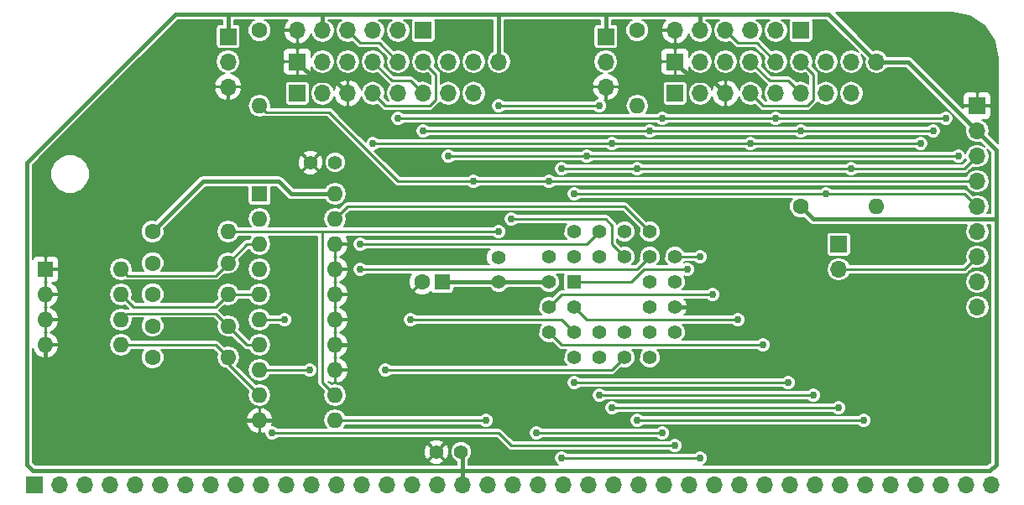
<source format=gbl>
G04 #@! TF.FileFunction,Copper,L2,Bot,Signal*
%FSLAX46Y46*%
G04 Gerber Fmt 4.6, Leading zero omitted, Abs format (unit mm)*
G04 Created by KiCad (PCBNEW 4.0.5) date Mon Apr 20 22:21:36 2020*
%MOMM*%
%LPD*%
G01*
G04 APERTURE LIST*
%ADD10C,0.100000*%
%ADD11C,1.400000*%
%ADD12R,1.600000X1.600000*%
%ADD13C,1.600000*%
%ADD14R,1.700000X1.700000*%
%ADD15O,1.700000X1.700000*%
%ADD16O,1.600000X1.600000*%
%ADD17R,1.422400X1.422400*%
%ADD18C,1.422400*%
%ADD19C,1.016000*%
%ADD20C,0.762000*%
%ADD21C,0.457200*%
%ADD22C,0.254000*%
%ADD23C,0.127000*%
G04 APERTURE END LIST*
D10*
D11*
X137160000Y-116205000D03*
X137160000Y-113705000D03*
X120650000Y-104140000D03*
X118150000Y-104140000D03*
X133350000Y-133350000D03*
X130850000Y-133350000D03*
D12*
X131445000Y-116205000D03*
D13*
X129445000Y-116205000D03*
D14*
X171450000Y-112395000D03*
D15*
X171450000Y-114935000D03*
D14*
X109855000Y-91440000D03*
D15*
X109855000Y-93980000D03*
X109855000Y-96520000D03*
D14*
X147955000Y-91440000D03*
D15*
X147955000Y-93980000D03*
X147955000Y-96520000D03*
D14*
X116840000Y-97155000D03*
D15*
X119380000Y-97155000D03*
X121920000Y-97155000D03*
X124460000Y-97155000D03*
X127000000Y-97155000D03*
X129540000Y-97155000D03*
X132080000Y-97155000D03*
X134620000Y-97155000D03*
D14*
X129540000Y-90805000D03*
D15*
X127000000Y-90805000D03*
X124460000Y-90805000D03*
X121920000Y-90805000D03*
X119380000Y-90805000D03*
X116840000Y-90805000D03*
D14*
X154940000Y-93980000D03*
D15*
X157480000Y-93980000D03*
X160020000Y-93980000D03*
X162560000Y-93980000D03*
X165100000Y-93980000D03*
X167640000Y-93980000D03*
X170180000Y-93980000D03*
X172720000Y-93980000D03*
X175260000Y-93980000D03*
D14*
X154940000Y-97155000D03*
D15*
X157480000Y-97155000D03*
X160020000Y-97155000D03*
X162560000Y-97155000D03*
X165100000Y-97155000D03*
X167640000Y-97155000D03*
X170180000Y-97155000D03*
X172720000Y-97155000D03*
D14*
X167640000Y-90805000D03*
D15*
X165100000Y-90805000D03*
X162560000Y-90805000D03*
X160020000Y-90805000D03*
X157480000Y-90805000D03*
X154940000Y-90805000D03*
D14*
X90297000Y-136652000D03*
D15*
X92837000Y-136652000D03*
X95377000Y-136652000D03*
X97917000Y-136652000D03*
X100457000Y-136652000D03*
X102997000Y-136652000D03*
X105537000Y-136652000D03*
X108077000Y-136652000D03*
X110617000Y-136652000D03*
X113157000Y-136652000D03*
X115697000Y-136652000D03*
X118237000Y-136652000D03*
X120777000Y-136652000D03*
X123317000Y-136652000D03*
X125857000Y-136652000D03*
X128397000Y-136652000D03*
X130937000Y-136652000D03*
X133477000Y-136652000D03*
X136017000Y-136652000D03*
X138557000Y-136652000D03*
X141097000Y-136652000D03*
X143637000Y-136652000D03*
X146177000Y-136652000D03*
X148717000Y-136652000D03*
X151257000Y-136652000D03*
X153797000Y-136652000D03*
X156337000Y-136652000D03*
X158877000Y-136652000D03*
X161417000Y-136652000D03*
X163957000Y-136652000D03*
X166497000Y-136652000D03*
X169037000Y-136652000D03*
X171577000Y-136652000D03*
X174117000Y-136652000D03*
X176657000Y-136652000D03*
X179197000Y-136652000D03*
X181737000Y-136652000D03*
X184277000Y-136652000D03*
X186817000Y-136652000D03*
D13*
X102235000Y-111125000D03*
D16*
X109855000Y-111125000D03*
D13*
X102235000Y-114300000D03*
D16*
X109855000Y-114300000D03*
D13*
X102235000Y-117475000D03*
D16*
X109855000Y-117475000D03*
D13*
X102235000Y-120650000D03*
D16*
X109855000Y-120650000D03*
D13*
X102235000Y-123825000D03*
D16*
X109855000Y-123825000D03*
D13*
X167640000Y-108585000D03*
D16*
X175260000Y-108585000D03*
D13*
X113030000Y-90805000D03*
D16*
X113030000Y-98425000D03*
D13*
X151130000Y-90805000D03*
D16*
X151130000Y-98425000D03*
D17*
X144780000Y-116205000D03*
D18*
X144780000Y-118745000D03*
X144780000Y-113665000D03*
X142240000Y-118745000D03*
X142240000Y-121285000D03*
X142240000Y-116205000D03*
X144780000Y-121285000D03*
X147320000Y-121285000D03*
X149860000Y-121285000D03*
X144780000Y-123825000D03*
X147320000Y-123825000D03*
X149860000Y-123825000D03*
X152400000Y-123825000D03*
X152400000Y-121285000D03*
X152400000Y-118745000D03*
X152400000Y-116205000D03*
X152400000Y-111125000D03*
X154940000Y-121285000D03*
X154940000Y-118745000D03*
X154940000Y-116205000D03*
X154940000Y-113665000D03*
X152400000Y-113665000D03*
X149860000Y-113665000D03*
X147320000Y-113665000D03*
X142240000Y-113665000D03*
X149860000Y-111125000D03*
X147320000Y-111125000D03*
X144780000Y-111125000D03*
D12*
X113030000Y-107315000D03*
D16*
X120650000Y-130175000D03*
X113030000Y-109855000D03*
X120650000Y-127635000D03*
X113030000Y-112395000D03*
X120650000Y-125095000D03*
X113030000Y-114935000D03*
X120650000Y-122555000D03*
X113030000Y-117475000D03*
X120650000Y-120015000D03*
X113030000Y-120015000D03*
X120650000Y-117475000D03*
X113030000Y-122555000D03*
X120650000Y-114935000D03*
X113030000Y-125095000D03*
X120650000Y-112395000D03*
X113030000Y-127635000D03*
X120650000Y-109855000D03*
X113030000Y-130175000D03*
X120650000Y-107315000D03*
D14*
X116840000Y-93980000D03*
D15*
X119380000Y-93980000D03*
X121920000Y-93980000D03*
X124460000Y-93980000D03*
X127000000Y-93980000D03*
X129540000Y-93980000D03*
X132080000Y-93980000D03*
X134620000Y-93980000D03*
X137160000Y-93980000D03*
D12*
X91440000Y-114935000D03*
D16*
X99060000Y-122555000D03*
X91440000Y-117475000D03*
X99060000Y-120015000D03*
X91440000Y-120015000D03*
X99060000Y-117475000D03*
X91440000Y-122555000D03*
X99060000Y-114935000D03*
D14*
X185420000Y-98425000D03*
D15*
X185420000Y-100965000D03*
X185420000Y-103505000D03*
X185420000Y-106045000D03*
X185420000Y-108585000D03*
X185420000Y-111125000D03*
X185420000Y-113665000D03*
X185420000Y-116205000D03*
X185420000Y-118745000D03*
D19*
X116840000Y-130175000D03*
X130810000Y-122555000D03*
X179070000Y-118745000D03*
D20*
X153670000Y-131445000D03*
X140970000Y-131445000D03*
X115570000Y-120015000D03*
X118110000Y-125095000D03*
X123190000Y-112395000D03*
X123190000Y-114935000D03*
X125730000Y-125095000D03*
X128270000Y-120015000D03*
X135890000Y-130175000D03*
X138430000Y-109855000D03*
X143510000Y-133985000D03*
X157480000Y-133985000D03*
X157480000Y-113665000D03*
X114300000Y-131445000D03*
X154940000Y-132715000D03*
X156210000Y-114935000D03*
X158750000Y-117475000D03*
X161290000Y-120015000D03*
X163830000Y-122555000D03*
X144780000Y-126365000D03*
X166370000Y-126365000D03*
X147320000Y-127635000D03*
X168910000Y-127635000D03*
X148590000Y-128905000D03*
X171450000Y-128905000D03*
X173990000Y-130175000D03*
X151130000Y-130175000D03*
X182245000Y-99695000D03*
X153670000Y-99695000D03*
X127000000Y-99695000D03*
X165100000Y-99695000D03*
X180975000Y-100965000D03*
X152400000Y-100965000D03*
X167640000Y-100965000D03*
X129540000Y-100965000D03*
X179705000Y-102235000D03*
X148590000Y-102235000D03*
X162560000Y-102235000D03*
X124460000Y-102235000D03*
X183515000Y-103505000D03*
X132080000Y-103505000D03*
X146050000Y-103505000D03*
X142240000Y-106045000D03*
X134620000Y-106045000D03*
X170180000Y-107315000D03*
X144780000Y-107315000D03*
X172720000Y-104775000D03*
X151130000Y-104775000D03*
X143510000Y-104775000D03*
X137160000Y-111125000D03*
X137160000Y-98425000D03*
X147320000Y-98425000D03*
D21*
X147955000Y-91440000D02*
X147955000Y-89154000D01*
X147955000Y-89154000D02*
X147955000Y-89281000D01*
X147955000Y-89281000D02*
X147955000Y-89154000D01*
X157480000Y-90805000D02*
X157480000Y-89154000D01*
X157480000Y-89154000D02*
X157480000Y-89281000D01*
X157480000Y-89281000D02*
X157480000Y-89154000D01*
X159258000Y-89154000D02*
X157480000Y-89154000D01*
X170434000Y-89154000D02*
X159258000Y-89154000D01*
X175260000Y-93980000D02*
X170434000Y-89154000D01*
X157480000Y-89154000D02*
X147955000Y-89154000D01*
X147955000Y-89154000D02*
X146304000Y-89154000D01*
X109855000Y-89154000D02*
X104521000Y-89154000D01*
X104521000Y-89154000D02*
X101473000Y-92202000D01*
X133985000Y-135255000D02*
X90170000Y-135255000D01*
X89535000Y-104140000D02*
X101473000Y-92202000D01*
X89535000Y-134620000D02*
X89535000Y-104140000D01*
X89535000Y-134620000D02*
X90170000Y-135255000D01*
X137160000Y-93980000D02*
X137160000Y-89154000D01*
X119380000Y-90805000D02*
X119380000Y-89154000D01*
X146304000Y-89154000D02*
X137160000Y-89154000D01*
X137160000Y-89154000D02*
X119380000Y-89154000D01*
X119380000Y-89154000D02*
X109855000Y-89154000D01*
X109855000Y-89154000D02*
X109982000Y-89154000D01*
X109982000Y-89154000D02*
X109855000Y-89154000D01*
X157480000Y-90805000D02*
X157480000Y-90932000D01*
X157480000Y-90805000D02*
X157607000Y-90805000D01*
X109855000Y-91440000D02*
X109855000Y-89154000D01*
X185420000Y-100965000D02*
X187325000Y-102870000D01*
X185420000Y-100965000D02*
X178435000Y-93980000D01*
X178435000Y-93980000D02*
X175260000Y-93980000D01*
X120650000Y-107315000D02*
X116205000Y-107315000D01*
X107315000Y-106045000D02*
X102235000Y-111125000D01*
X114935000Y-106045000D02*
X107315000Y-106045000D01*
X116205000Y-107315000D02*
X114935000Y-106045000D01*
X133477000Y-136652000D02*
X133477000Y-133477000D01*
X133477000Y-133477000D02*
X133350000Y-133350000D01*
X133985000Y-135255000D02*
X186690000Y-135255000D01*
X187325000Y-134620000D02*
X187325000Y-109855000D01*
X186690000Y-135255000D02*
X187325000Y-134620000D01*
X133477000Y-135382000D02*
X133477000Y-136652000D01*
X133350000Y-135255000D02*
X133477000Y-135382000D01*
X133985000Y-135255000D02*
X133350000Y-135255000D01*
X168910000Y-109855000D02*
X167640000Y-108585000D01*
X187325000Y-109855000D02*
X168910000Y-109855000D01*
X137160000Y-116205000D02*
X142240000Y-116205000D01*
X137160000Y-116205000D02*
X131445000Y-116205000D01*
X187325000Y-102870000D02*
X187325000Y-109855000D01*
X113030000Y-130175000D02*
X91440000Y-130175000D01*
X91440000Y-130175000D02*
X91440000Y-122555000D01*
X116840000Y-130175000D02*
X113030000Y-130175000D01*
X130810000Y-122555000D02*
X120650000Y-122555000D01*
X170180000Y-118745000D02*
X179070000Y-118745000D01*
X170180000Y-118745000D02*
X154940000Y-118745000D01*
X154940000Y-93980000D02*
X156845000Y-95885000D01*
X156845000Y-95885000D02*
X158750000Y-95885000D01*
X158750000Y-95885000D02*
X160020000Y-97155000D01*
X121920000Y-97155000D02*
X120650000Y-95885000D01*
X118745000Y-95885000D02*
X116840000Y-93980000D01*
X120650000Y-95885000D02*
X118745000Y-95885000D01*
D22*
X140970000Y-131445000D02*
X153670000Y-131445000D01*
X141097000Y-136398000D02*
X141097000Y-136652000D01*
X113030000Y-120015000D02*
X115570000Y-120015000D01*
X113030000Y-125095000D02*
X118110000Y-125095000D01*
X147320000Y-111125000D02*
X146050000Y-112395000D01*
X146050000Y-112395000D02*
X123190000Y-112395000D01*
X152400000Y-113665000D02*
X151130000Y-114935000D01*
X151130000Y-114935000D02*
X123190000Y-114935000D01*
X149860000Y-123825000D02*
X148590000Y-125095000D01*
X148590000Y-125095000D02*
X125730000Y-125095000D01*
X144780000Y-121285000D02*
X143510000Y-120015000D01*
X143510000Y-120015000D02*
X128270000Y-120015000D01*
X120650000Y-130175000D02*
X135890000Y-130175000D01*
X138430000Y-109855000D02*
X146050000Y-109855000D01*
X149860000Y-113665000D02*
X148590000Y-112395000D01*
X147955000Y-109855000D02*
X146050000Y-109855000D01*
X148590000Y-110490000D02*
X147955000Y-109855000D01*
X148590000Y-112395000D02*
X148590000Y-110490000D01*
X157480000Y-133985000D02*
X143510000Y-133985000D01*
X154940000Y-113665000D02*
X157480000Y-113665000D01*
X137160000Y-131445000D02*
X114300000Y-131445000D01*
X138430000Y-132715000D02*
X137160000Y-131445000D01*
X154940000Y-132715000D02*
X138430000Y-132715000D01*
X155575000Y-114935000D02*
X156210000Y-114935000D01*
X151765000Y-114935000D02*
X155575000Y-114935000D01*
X150495000Y-116205000D02*
X151765000Y-114935000D01*
X144780000Y-116205000D02*
X150495000Y-116205000D01*
X142240000Y-118745000D02*
X143510000Y-117475000D01*
X143510000Y-117475000D02*
X158750000Y-117475000D01*
X144780000Y-118745000D02*
X146050000Y-120015000D01*
X146050000Y-120015000D02*
X161290000Y-120015000D01*
X142240000Y-121285000D02*
X143510000Y-122555000D01*
X143510000Y-122555000D02*
X163830000Y-122555000D01*
X144780000Y-126365000D02*
X166370000Y-126365000D01*
X147320000Y-127635000D02*
X168910000Y-127635000D01*
X148590000Y-128905000D02*
X171450000Y-128905000D01*
X151130000Y-130175000D02*
X173990000Y-130175000D01*
X171450000Y-114935000D02*
X184150000Y-114935000D01*
X184150000Y-114935000D02*
X185420000Y-113665000D01*
X182245000Y-99695000D02*
X165100000Y-99695000D01*
X156210000Y-99695000D02*
X153670000Y-99695000D01*
X153670000Y-99695000D02*
X127000000Y-99695000D01*
X156210000Y-99695000D02*
X165100000Y-99695000D01*
X160020000Y-90805000D02*
X161290000Y-92075000D01*
X163195000Y-92075000D02*
X165100000Y-93980000D01*
X161290000Y-92075000D02*
X163195000Y-92075000D01*
X121920000Y-90805000D02*
X123190000Y-92075000D01*
X125095000Y-92075000D02*
X127000000Y-93980000D01*
X123190000Y-92075000D02*
X125095000Y-92075000D01*
X180975000Y-100965000D02*
X167640000Y-100965000D01*
X153670000Y-100965000D02*
X152400000Y-100965000D01*
X153670000Y-100965000D02*
X167640000Y-100965000D01*
X152400000Y-100965000D02*
X151130000Y-100965000D01*
X151130000Y-100965000D02*
X129540000Y-100965000D01*
X167640000Y-97155000D02*
X166370000Y-95885000D01*
X164465000Y-95885000D02*
X162560000Y-93980000D01*
X166370000Y-95885000D02*
X164465000Y-95885000D01*
X129540000Y-97155000D02*
X128270000Y-95885000D01*
X128270000Y-95885000D02*
X126365000Y-95885000D01*
X126365000Y-95885000D02*
X124460000Y-93980000D01*
X179705000Y-102235000D02*
X162560000Y-102235000D01*
X162560000Y-102235000D02*
X148590000Y-102235000D01*
X148590000Y-102235000D02*
X124460000Y-102235000D01*
X162560000Y-97155000D02*
X163830000Y-98425000D01*
X168910000Y-95250000D02*
X167640000Y-93980000D01*
X168910000Y-97790000D02*
X168910000Y-95250000D01*
X168275000Y-98425000D02*
X168910000Y-97790000D01*
X163830000Y-98425000D02*
X168275000Y-98425000D01*
X124460000Y-97155000D02*
X125730000Y-98425000D01*
X125730000Y-98425000D02*
X130175000Y-98425000D01*
X130175000Y-98425000D02*
X130810000Y-97790000D01*
X130810000Y-97790000D02*
X130810000Y-95250000D01*
X130810000Y-95250000D02*
X129540000Y-93980000D01*
X177165000Y-103505000D02*
X183515000Y-103505000D01*
X177165000Y-103505000D02*
X146050000Y-103505000D01*
X146050000Y-103505000D02*
X132080000Y-103505000D01*
X185420000Y-106045000D02*
X142240000Y-106045000D01*
X134620000Y-106045000D02*
X127000000Y-106045000D01*
X113665000Y-99060000D02*
X113030000Y-98425000D01*
X120015000Y-99060000D02*
X113665000Y-99060000D01*
X127000000Y-106045000D02*
X120015000Y-99060000D01*
X134620000Y-106045000D02*
X142240000Y-106045000D01*
X185420000Y-108585000D02*
X184150000Y-107315000D01*
X184150000Y-107315000D02*
X170180000Y-107315000D01*
X144780000Y-107315000D02*
X170180000Y-107315000D01*
X185420000Y-103505000D02*
X184150000Y-104775000D01*
X184150000Y-104775000D02*
X172720000Y-104775000D01*
X151130000Y-104775000D02*
X172720000Y-104775000D01*
X143510000Y-104775000D02*
X151130000Y-104775000D01*
X119380000Y-111125000D02*
X117475000Y-111125000D01*
X119380000Y-111125000D02*
X119380000Y-112395000D01*
X137160000Y-111125000D02*
X119380000Y-111125000D01*
X147320000Y-98425000D02*
X137160000Y-98425000D01*
X109855000Y-111125000D02*
X117475000Y-111125000D01*
X119380000Y-126365000D02*
X120650000Y-127635000D01*
X119380000Y-112395000D02*
X119380000Y-126365000D01*
X109855000Y-114300000D02*
X111760000Y-112395000D01*
X111760000Y-112395000D02*
X113030000Y-112395000D01*
X99060000Y-114935000D02*
X99695000Y-115570000D01*
X108585000Y-115570000D02*
X109855000Y-114300000D01*
X99695000Y-115570000D02*
X108585000Y-115570000D01*
X109855000Y-117475000D02*
X113030000Y-117475000D01*
X99060000Y-117475000D02*
X100330000Y-118745000D01*
X108585000Y-118745000D02*
X109855000Y-117475000D01*
X100330000Y-118745000D02*
X108585000Y-118745000D01*
X109855000Y-120650000D02*
X111760000Y-122555000D01*
X111760000Y-122555000D02*
X113030000Y-122555000D01*
X99060000Y-120015000D02*
X99695000Y-119380000D01*
X108585000Y-119380000D02*
X109855000Y-120650000D01*
X99695000Y-119380000D02*
X108585000Y-119380000D01*
X109855000Y-123825000D02*
X109855000Y-124460000D01*
X109855000Y-124460000D02*
X113030000Y-127635000D01*
X99060000Y-122555000D02*
X108585000Y-122555000D01*
X108585000Y-122555000D02*
X109855000Y-123825000D01*
X152400000Y-111125000D02*
X149860000Y-108585000D01*
X121920000Y-108585000D02*
X120650000Y-109855000D01*
X149860000Y-108585000D02*
X121920000Y-108585000D01*
D23*
G36*
X131000500Y-136588500D02*
X131020500Y-136588500D01*
X131020500Y-136715500D01*
X131000500Y-136715500D01*
X131000500Y-136735500D01*
X130873500Y-136735500D01*
X130873500Y-136715500D01*
X130853500Y-136715500D01*
X130853500Y-136588500D01*
X130873500Y-136588500D01*
X130873500Y-136568500D01*
X131000500Y-136568500D01*
X131000500Y-136588500D01*
X131000500Y-136588500D01*
G37*
X131000500Y-136588500D02*
X131020500Y-136588500D01*
X131020500Y-136715500D01*
X131000500Y-136715500D01*
X131000500Y-136735500D01*
X130873500Y-136735500D01*
X130873500Y-136715500D01*
X130853500Y-136715500D01*
X130853500Y-136588500D01*
X130873500Y-136588500D01*
X130873500Y-136568500D01*
X131000500Y-136568500D01*
X131000500Y-136588500D01*
G36*
X109258100Y-90214485D02*
X109005000Y-90214485D01*
X108868516Y-90240166D01*
X108743164Y-90320828D01*
X108659070Y-90443904D01*
X108629485Y-90590000D01*
X108629485Y-92290000D01*
X108655166Y-92426484D01*
X108735828Y-92551836D01*
X108858904Y-92635930D01*
X109005000Y-92665515D01*
X110705000Y-92665515D01*
X110841484Y-92639834D01*
X110966836Y-92559172D01*
X111050930Y-92436096D01*
X111080515Y-92290000D01*
X111080515Y-90590000D01*
X111054834Y-90453516D01*
X110974172Y-90328164D01*
X110851096Y-90244070D01*
X110705000Y-90214485D01*
X110451900Y-90214485D01*
X110451900Y-89750900D01*
X112521756Y-89750900D01*
X112369076Y-89813986D01*
X112040141Y-90142347D01*
X111861904Y-90571591D01*
X111861498Y-91036370D01*
X112038986Y-91465924D01*
X112367347Y-91794859D01*
X112796591Y-91973096D01*
X113261370Y-91973502D01*
X113690924Y-91796014D01*
X114019859Y-91467653D01*
X114176728Y-91089869D01*
X115447331Y-91089869D01*
X115662356Y-91601136D01*
X116056667Y-91991199D01*
X116555132Y-92197664D01*
X116776500Y-92082047D01*
X116776500Y-90868500D01*
X115562789Y-90868500D01*
X115447331Y-91089869D01*
X114176728Y-91089869D01*
X114198096Y-91038409D01*
X114198502Y-90573630D01*
X114021014Y-90144076D01*
X113692653Y-89815141D01*
X113537943Y-89750900D01*
X115923129Y-89750900D01*
X115662356Y-90008864D01*
X115447331Y-90520131D01*
X115562789Y-90741500D01*
X116776500Y-90741500D01*
X116776500Y-90721500D01*
X116903500Y-90721500D01*
X116903500Y-90741500D01*
X116923500Y-90741500D01*
X116923500Y-90868500D01*
X116903500Y-90868500D01*
X116903500Y-92082047D01*
X117124868Y-92197664D01*
X117623333Y-91991199D01*
X118017644Y-91601136D01*
X118219734Y-91120624D01*
X118254438Y-91295091D01*
X118518532Y-91690336D01*
X118913777Y-91954430D01*
X119380000Y-92047168D01*
X119846223Y-91954430D01*
X120241468Y-91690336D01*
X120505562Y-91295091D01*
X120598300Y-90828868D01*
X120598300Y-90781132D01*
X120505562Y-90314909D01*
X120241468Y-89919664D01*
X119988895Y-89750900D01*
X121311105Y-89750900D01*
X121058532Y-89919664D01*
X120794438Y-90314909D01*
X120701700Y-90781132D01*
X120701700Y-90828868D01*
X120794438Y-91295091D01*
X121058532Y-91690336D01*
X121453777Y-91954430D01*
X121920000Y-92047168D01*
X122371832Y-91957292D01*
X122839770Y-92425230D01*
X123000456Y-92532598D01*
X123190000Y-92570300D01*
X124889840Y-92570300D01*
X125863656Y-93544116D01*
X125781700Y-93956132D01*
X125781700Y-94003868D01*
X125874438Y-94470091D01*
X126138532Y-94865336D01*
X126533777Y-95129430D01*
X127000000Y-95222168D01*
X127466223Y-95129430D01*
X127861468Y-94865336D01*
X128125562Y-94470091D01*
X128218300Y-94003868D01*
X128218300Y-93956132D01*
X128125562Y-93489909D01*
X127861468Y-93094664D01*
X127466223Y-92830570D01*
X127000000Y-92737832D01*
X126548168Y-92827708D01*
X125445230Y-91724770D01*
X125343762Y-91656971D01*
X125585562Y-91295091D01*
X125678300Y-90828868D01*
X125678300Y-90781132D01*
X125585562Y-90314909D01*
X125321468Y-89919664D01*
X125068895Y-89750900D01*
X126391105Y-89750900D01*
X126138532Y-89919664D01*
X125874438Y-90314909D01*
X125781700Y-90781132D01*
X125781700Y-90828868D01*
X125874438Y-91295091D01*
X126138532Y-91690336D01*
X126533777Y-91954430D01*
X127000000Y-92047168D01*
X127466223Y-91954430D01*
X127861468Y-91690336D01*
X128125562Y-91295091D01*
X128218300Y-90828868D01*
X128218300Y-90781132D01*
X128125562Y-90314909D01*
X127861468Y-89919664D01*
X127608895Y-89750900D01*
X128383702Y-89750900D01*
X128344070Y-89808904D01*
X128314485Y-89955000D01*
X128314485Y-91655000D01*
X128340166Y-91791484D01*
X128420828Y-91916836D01*
X128543904Y-92000930D01*
X128690000Y-92030515D01*
X130390000Y-92030515D01*
X130526484Y-92004834D01*
X130651836Y-91924172D01*
X130735930Y-91801096D01*
X130765515Y-91655000D01*
X130765515Y-89955000D01*
X130739834Y-89818516D01*
X130696324Y-89750900D01*
X136563100Y-89750900D01*
X136563100Y-92917885D01*
X136298532Y-93094664D01*
X136034438Y-93489909D01*
X135941700Y-93956132D01*
X135941700Y-94003868D01*
X136034438Y-94470091D01*
X136298532Y-94865336D01*
X136693777Y-95129430D01*
X137160000Y-95222168D01*
X137626223Y-95129430D01*
X138021468Y-94865336D01*
X138285562Y-94470091D01*
X138378300Y-94003868D01*
X138378300Y-93956132D01*
X138285562Y-93489909D01*
X138021468Y-93094664D01*
X137756900Y-92917885D01*
X137756900Y-89750900D01*
X147358100Y-89750900D01*
X147358100Y-90214485D01*
X147105000Y-90214485D01*
X146968516Y-90240166D01*
X146843164Y-90320828D01*
X146759070Y-90443904D01*
X146729485Y-90590000D01*
X146729485Y-92290000D01*
X146755166Y-92426484D01*
X146835828Y-92551836D01*
X146958904Y-92635930D01*
X147105000Y-92665515D01*
X148805000Y-92665515D01*
X148941484Y-92639834D01*
X149066836Y-92559172D01*
X149150930Y-92436096D01*
X149180515Y-92290000D01*
X149180515Y-90590000D01*
X149154834Y-90453516D01*
X149074172Y-90328164D01*
X148951096Y-90244070D01*
X148805000Y-90214485D01*
X148551900Y-90214485D01*
X148551900Y-89750900D01*
X150621756Y-89750900D01*
X150469076Y-89813986D01*
X150140141Y-90142347D01*
X149961904Y-90571591D01*
X149961498Y-91036370D01*
X150138986Y-91465924D01*
X150467347Y-91794859D01*
X150896591Y-91973096D01*
X151361370Y-91973502D01*
X151790924Y-91796014D01*
X152119859Y-91467653D01*
X152276728Y-91089869D01*
X153547331Y-91089869D01*
X153762356Y-91601136D01*
X154156667Y-91991199D01*
X154655132Y-92197664D01*
X154876500Y-92082047D01*
X154876500Y-90868500D01*
X153662789Y-90868500D01*
X153547331Y-91089869D01*
X152276728Y-91089869D01*
X152298096Y-91038409D01*
X152298502Y-90573630D01*
X152121014Y-90144076D01*
X151792653Y-89815141D01*
X151637943Y-89750900D01*
X154023129Y-89750900D01*
X153762356Y-90008864D01*
X153547331Y-90520131D01*
X153662789Y-90741500D01*
X154876500Y-90741500D01*
X154876500Y-90721500D01*
X155003500Y-90721500D01*
X155003500Y-90741500D01*
X155023500Y-90741500D01*
X155023500Y-90868500D01*
X155003500Y-90868500D01*
X155003500Y-92082047D01*
X155224868Y-92197664D01*
X155723333Y-91991199D01*
X156117644Y-91601136D01*
X156319734Y-91120624D01*
X156354438Y-91295091D01*
X156618532Y-91690336D01*
X157013777Y-91954430D01*
X157480000Y-92047168D01*
X157946223Y-91954430D01*
X158341468Y-91690336D01*
X158605562Y-91295091D01*
X158698300Y-90828868D01*
X158698300Y-90781132D01*
X158605562Y-90314909D01*
X158341468Y-89919664D01*
X158088895Y-89750900D01*
X159411105Y-89750900D01*
X159158532Y-89919664D01*
X158894438Y-90314909D01*
X158801700Y-90781132D01*
X158801700Y-90828868D01*
X158894438Y-91295091D01*
X159158532Y-91690336D01*
X159553777Y-91954430D01*
X160020000Y-92047168D01*
X160471832Y-91957292D01*
X160939770Y-92425230D01*
X161100456Y-92532598D01*
X161290000Y-92570300D01*
X162989840Y-92570300D01*
X163963656Y-93544116D01*
X163881700Y-93956132D01*
X163881700Y-94003868D01*
X163974438Y-94470091D01*
X164238532Y-94865336D01*
X164633777Y-95129430D01*
X165100000Y-95222168D01*
X165566223Y-95129430D01*
X165961468Y-94865336D01*
X166225562Y-94470091D01*
X166318300Y-94003868D01*
X166318300Y-93956132D01*
X166225562Y-93489909D01*
X165961468Y-93094664D01*
X165566223Y-92830570D01*
X165100000Y-92737832D01*
X164648168Y-92827708D01*
X163545230Y-91724770D01*
X163443762Y-91656971D01*
X163685562Y-91295091D01*
X163778300Y-90828868D01*
X163778300Y-90781132D01*
X163685562Y-90314909D01*
X163421468Y-89919664D01*
X163168895Y-89750900D01*
X164491105Y-89750900D01*
X164238532Y-89919664D01*
X163974438Y-90314909D01*
X163881700Y-90781132D01*
X163881700Y-90828868D01*
X163974438Y-91295091D01*
X164238532Y-91690336D01*
X164633777Y-91954430D01*
X165100000Y-92047168D01*
X165566223Y-91954430D01*
X165961468Y-91690336D01*
X166225562Y-91295091D01*
X166318300Y-90828868D01*
X166318300Y-90781132D01*
X166225562Y-90314909D01*
X165961468Y-89919664D01*
X165708895Y-89750900D01*
X166483702Y-89750900D01*
X166444070Y-89808904D01*
X166414485Y-89955000D01*
X166414485Y-91655000D01*
X166440166Y-91791484D01*
X166520828Y-91916836D01*
X166643904Y-92000930D01*
X166790000Y-92030515D01*
X168490000Y-92030515D01*
X168626484Y-92004834D01*
X168751836Y-91924172D01*
X168835930Y-91801096D01*
X168865515Y-91655000D01*
X168865515Y-89955000D01*
X168839834Y-89818516D01*
X168796324Y-89750900D01*
X170186756Y-89750900D01*
X173427928Y-92992072D01*
X173186223Y-92830570D01*
X172720000Y-92737832D01*
X172253777Y-92830570D01*
X171858532Y-93094664D01*
X171594438Y-93489909D01*
X171501700Y-93956132D01*
X171501700Y-94003868D01*
X171594438Y-94470091D01*
X171858532Y-94865336D01*
X172253777Y-95129430D01*
X172720000Y-95222168D01*
X173186223Y-95129430D01*
X173581468Y-94865336D01*
X173845562Y-94470091D01*
X173938300Y-94003868D01*
X173938300Y-93956132D01*
X173845562Y-93489909D01*
X173684060Y-93248204D01*
X174099817Y-93663961D01*
X174041700Y-93956132D01*
X174041700Y-94003868D01*
X174134438Y-94470091D01*
X174398532Y-94865336D01*
X174793777Y-95129430D01*
X175260000Y-95222168D01*
X175726223Y-95129430D01*
X176121468Y-94865336D01*
X176314195Y-94576900D01*
X178187756Y-94576900D01*
X184243869Y-100633013D01*
X184177832Y-100965000D01*
X184270570Y-101431223D01*
X184534664Y-101826468D01*
X184929909Y-102090562D01*
X185396132Y-102183300D01*
X185443868Y-102183300D01*
X185736039Y-102125183D01*
X186151796Y-102540940D01*
X185910091Y-102379438D01*
X185443868Y-102286700D01*
X185396132Y-102286700D01*
X184929909Y-102379438D01*
X184534664Y-102643532D01*
X184270570Y-103038777D01*
X184225898Y-103263355D01*
X184150596Y-103081110D01*
X183939999Y-102870144D01*
X183664699Y-102755830D01*
X183366609Y-102755570D01*
X183091110Y-102869404D01*
X182950568Y-103009700D01*
X146614311Y-103009700D01*
X146474999Y-102870144D01*
X146199699Y-102755830D01*
X145901609Y-102755570D01*
X145626110Y-102869404D01*
X145485568Y-103009700D01*
X132644311Y-103009700D01*
X132504999Y-102870144D01*
X132229699Y-102755830D01*
X131931609Y-102755570D01*
X131656110Y-102869404D01*
X131445144Y-103080001D01*
X131330830Y-103355301D01*
X131330570Y-103653391D01*
X131444404Y-103928890D01*
X131655001Y-104139856D01*
X131930301Y-104254170D01*
X132228391Y-104254430D01*
X132503890Y-104140596D01*
X132644432Y-104000300D01*
X145485689Y-104000300D01*
X145625001Y-104139856D01*
X145900301Y-104254170D01*
X146198391Y-104254430D01*
X146473890Y-104140596D01*
X146614432Y-104000300D01*
X182950689Y-104000300D01*
X183090001Y-104139856D01*
X183365301Y-104254170D01*
X183663391Y-104254430D01*
X183938890Y-104140596D01*
X184149856Y-103929999D01*
X184225928Y-103746796D01*
X184267708Y-103956832D01*
X183944840Y-104279700D01*
X173284311Y-104279700D01*
X173144999Y-104140144D01*
X172869699Y-104025830D01*
X172571609Y-104025570D01*
X172296110Y-104139404D01*
X172155568Y-104279700D01*
X151694311Y-104279700D01*
X151554999Y-104140144D01*
X151279699Y-104025830D01*
X150981609Y-104025570D01*
X150706110Y-104139404D01*
X150565568Y-104279700D01*
X144074311Y-104279700D01*
X143934999Y-104140144D01*
X143659699Y-104025830D01*
X143361609Y-104025570D01*
X143086110Y-104139404D01*
X142875144Y-104350001D01*
X142760830Y-104625301D01*
X142760570Y-104923391D01*
X142874404Y-105198890D01*
X143085001Y-105409856D01*
X143360301Y-105524170D01*
X143658391Y-105524430D01*
X143933890Y-105410596D01*
X144074432Y-105270300D01*
X150565689Y-105270300D01*
X150705001Y-105409856D01*
X150980301Y-105524170D01*
X151278391Y-105524430D01*
X151553890Y-105410596D01*
X151694432Y-105270300D01*
X172155689Y-105270300D01*
X172295001Y-105409856D01*
X172570301Y-105524170D01*
X172868391Y-105524430D01*
X173143890Y-105410596D01*
X173284432Y-105270300D01*
X184150000Y-105270300D01*
X184339544Y-105232598D01*
X184500230Y-105125230D01*
X184984116Y-104641344D01*
X185396132Y-104723300D01*
X185443868Y-104723300D01*
X185910091Y-104630562D01*
X186305336Y-104366468D01*
X186569430Y-103971223D01*
X186662168Y-103505000D01*
X186569430Y-103038777D01*
X186407928Y-102797072D01*
X186728100Y-103117244D01*
X186728100Y-109258100D01*
X186431199Y-109258100D01*
X186569430Y-109051223D01*
X186662168Y-108585000D01*
X186569430Y-108118777D01*
X186305336Y-107723532D01*
X185910091Y-107459438D01*
X185443868Y-107366700D01*
X185396132Y-107366700D01*
X184984116Y-107448656D01*
X184500230Y-106964770D01*
X184339544Y-106857402D01*
X184150000Y-106819700D01*
X170744311Y-106819700D01*
X170604999Y-106680144D01*
X170329699Y-106565830D01*
X170031609Y-106565570D01*
X169756110Y-106679404D01*
X169615568Y-106819700D01*
X145344311Y-106819700D01*
X145204999Y-106680144D01*
X144929699Y-106565830D01*
X144631609Y-106565570D01*
X144356110Y-106679404D01*
X144145144Y-106890001D01*
X144030830Y-107165301D01*
X144030570Y-107463391D01*
X144144404Y-107738890D01*
X144355001Y-107949856D01*
X144630301Y-108064170D01*
X144928391Y-108064430D01*
X145203890Y-107950596D01*
X145344432Y-107810300D01*
X166762384Y-107810300D01*
X166650141Y-107922347D01*
X166471904Y-108351591D01*
X166471498Y-108816370D01*
X166648986Y-109245924D01*
X166977347Y-109574859D01*
X167406591Y-109753096D01*
X167871370Y-109753502D01*
X167937170Y-109726314D01*
X168487928Y-110277072D01*
X168681576Y-110406464D01*
X168910000Y-110451900D01*
X184408801Y-110451900D01*
X184270570Y-110658777D01*
X184177832Y-111125000D01*
X184270570Y-111591223D01*
X184534664Y-111986468D01*
X184929909Y-112250562D01*
X185396132Y-112343300D01*
X185443868Y-112343300D01*
X185910091Y-112250562D01*
X186305336Y-111986468D01*
X186569430Y-111591223D01*
X186662168Y-111125000D01*
X186569430Y-110658777D01*
X186431199Y-110451900D01*
X186728100Y-110451900D01*
X186728100Y-134372756D01*
X186442756Y-134658100D01*
X157813123Y-134658100D01*
X157903890Y-134620596D01*
X158114856Y-134409999D01*
X158229170Y-134134699D01*
X158229430Y-133836609D01*
X158115596Y-133561110D01*
X157904999Y-133350144D01*
X157629699Y-133235830D01*
X157331609Y-133235570D01*
X157056110Y-133349404D01*
X156915568Y-133489700D01*
X144074311Y-133489700D01*
X143934999Y-133350144D01*
X143659699Y-133235830D01*
X143361609Y-133235570D01*
X143086110Y-133349404D01*
X142875144Y-133560001D01*
X142760830Y-133835301D01*
X142760570Y-134133391D01*
X142874404Y-134408890D01*
X143085001Y-134619856D01*
X143177103Y-134658100D01*
X134073900Y-134658100D01*
X134073900Y-134136850D01*
X134255132Y-133955933D01*
X134418114Y-133563430D01*
X134418485Y-133138434D01*
X134256189Y-132745647D01*
X133955933Y-132444868D01*
X133563430Y-132281886D01*
X133138434Y-132281515D01*
X132745647Y-132443811D01*
X132444868Y-132744067D01*
X132281886Y-133136570D01*
X132281515Y-133561566D01*
X132443811Y-133954353D01*
X132744067Y-134255132D01*
X132880100Y-134311618D01*
X132880100Y-134658100D01*
X90417244Y-134658100D01*
X90131900Y-134372756D01*
X90131900Y-134209337D01*
X130080466Y-134209337D01*
X130140276Y-134434884D01*
X130609468Y-134623901D01*
X131115277Y-134618979D01*
X131559724Y-134434884D01*
X131619534Y-134209337D01*
X130850000Y-133439803D01*
X130080466Y-134209337D01*
X90131900Y-134209337D01*
X90131900Y-133109468D01*
X129576099Y-133109468D01*
X129581021Y-133615277D01*
X129765116Y-134059724D01*
X129990663Y-134119534D01*
X130760197Y-133350000D01*
X130939803Y-133350000D01*
X131709337Y-134119534D01*
X131934884Y-134059724D01*
X132123901Y-133590532D01*
X132118979Y-133084723D01*
X131934884Y-132640276D01*
X131709337Y-132580466D01*
X130939803Y-133350000D01*
X130760197Y-133350000D01*
X129990663Y-132580466D01*
X129765116Y-132640276D01*
X129576099Y-133109468D01*
X90131900Y-133109468D01*
X90131900Y-132490663D01*
X130080466Y-132490663D01*
X130850000Y-133260197D01*
X131619534Y-132490663D01*
X131559724Y-132265116D01*
X131090532Y-132076099D01*
X130584723Y-132081021D01*
X130140276Y-132265116D01*
X130080466Y-132490663D01*
X90131900Y-132490663D01*
X90131900Y-130452038D01*
X111686772Y-130452038D01*
X111884294Y-130928913D01*
X112260016Y-131309967D01*
X112752961Y-131518233D01*
X112966500Y-131402159D01*
X112966500Y-130238500D01*
X113093500Y-130238500D01*
X113093500Y-131402159D01*
X113307039Y-131518233D01*
X113550725Y-131415277D01*
X113550570Y-131593391D01*
X113664404Y-131868890D01*
X113875001Y-132079856D01*
X114150301Y-132194170D01*
X114448391Y-132194430D01*
X114723890Y-132080596D01*
X114864432Y-131940300D01*
X136954840Y-131940300D01*
X138079770Y-133065230D01*
X138240456Y-133172598D01*
X138430000Y-133210300D01*
X154375689Y-133210300D01*
X154515001Y-133349856D01*
X154790301Y-133464170D01*
X155088391Y-133464430D01*
X155363890Y-133350596D01*
X155574856Y-133139999D01*
X155689170Y-132864699D01*
X155689430Y-132566609D01*
X155575596Y-132291110D01*
X155364999Y-132080144D01*
X155089699Y-131965830D01*
X154791609Y-131965570D01*
X154516110Y-132079404D01*
X154375568Y-132219700D01*
X138635160Y-132219700D01*
X138008851Y-131593391D01*
X140220570Y-131593391D01*
X140334404Y-131868890D01*
X140545001Y-132079856D01*
X140820301Y-132194170D01*
X141118391Y-132194430D01*
X141393890Y-132080596D01*
X141534432Y-131940300D01*
X153105689Y-131940300D01*
X153245001Y-132079856D01*
X153520301Y-132194170D01*
X153818391Y-132194430D01*
X154093890Y-132080596D01*
X154304856Y-131869999D01*
X154419170Y-131594699D01*
X154419430Y-131296609D01*
X154305596Y-131021110D01*
X154094999Y-130810144D01*
X153819699Y-130695830D01*
X153521609Y-130695570D01*
X153246110Y-130809404D01*
X153105568Y-130949700D01*
X141534311Y-130949700D01*
X141394999Y-130810144D01*
X141119699Y-130695830D01*
X140821609Y-130695570D01*
X140546110Y-130809404D01*
X140335144Y-131020001D01*
X140220830Y-131295301D01*
X140220570Y-131593391D01*
X138008851Y-131593391D01*
X137510230Y-131094770D01*
X137349544Y-130987402D01*
X137160000Y-130949700D01*
X121533354Y-130949700D01*
X121720043Y-130670300D01*
X135325689Y-130670300D01*
X135465001Y-130809856D01*
X135740301Y-130924170D01*
X136038391Y-130924430D01*
X136313890Y-130810596D01*
X136524856Y-130599999D01*
X136639170Y-130324699D01*
X136639171Y-130323391D01*
X150380570Y-130323391D01*
X150494404Y-130598890D01*
X150705001Y-130809856D01*
X150980301Y-130924170D01*
X151278391Y-130924430D01*
X151553890Y-130810596D01*
X151694432Y-130670300D01*
X173425689Y-130670300D01*
X173565001Y-130809856D01*
X173840301Y-130924170D01*
X174138391Y-130924430D01*
X174413890Y-130810596D01*
X174624856Y-130599999D01*
X174739170Y-130324699D01*
X174739430Y-130026609D01*
X174625596Y-129751110D01*
X174414999Y-129540144D01*
X174139699Y-129425830D01*
X173841609Y-129425570D01*
X173566110Y-129539404D01*
X173425568Y-129679700D01*
X151694311Y-129679700D01*
X151554999Y-129540144D01*
X151279699Y-129425830D01*
X150981609Y-129425570D01*
X150706110Y-129539404D01*
X150495144Y-129750001D01*
X150380830Y-130025301D01*
X150380570Y-130323391D01*
X136639171Y-130323391D01*
X136639430Y-130026609D01*
X136525596Y-129751110D01*
X136314999Y-129540144D01*
X136039699Y-129425830D01*
X135741609Y-129425570D01*
X135466110Y-129539404D01*
X135325568Y-129679700D01*
X121720043Y-129679700D01*
X121499001Y-129348887D01*
X121119977Y-129095632D01*
X120907619Y-129053391D01*
X147840570Y-129053391D01*
X147954404Y-129328890D01*
X148165001Y-129539856D01*
X148440301Y-129654170D01*
X148738391Y-129654430D01*
X149013890Y-129540596D01*
X149154432Y-129400300D01*
X170885689Y-129400300D01*
X171025001Y-129539856D01*
X171300301Y-129654170D01*
X171598391Y-129654430D01*
X171873890Y-129540596D01*
X172084856Y-129329999D01*
X172199170Y-129054699D01*
X172199430Y-128756609D01*
X172085596Y-128481110D01*
X171874999Y-128270144D01*
X171599699Y-128155830D01*
X171301609Y-128155570D01*
X171026110Y-128269404D01*
X170885568Y-128409700D01*
X149154311Y-128409700D01*
X149014999Y-128270144D01*
X148739699Y-128155830D01*
X148441609Y-128155570D01*
X148166110Y-128269404D01*
X147955144Y-128480001D01*
X147840830Y-128755301D01*
X147840570Y-129053391D01*
X120907619Y-129053391D01*
X120672888Y-129006700D01*
X120627112Y-129006700D01*
X120180023Y-129095632D01*
X119800999Y-129348887D01*
X119547744Y-129727911D01*
X119458812Y-130175000D01*
X119547744Y-130622089D01*
X119766646Y-130949700D01*
X114864311Y-130949700D01*
X114724999Y-130810144D01*
X114449699Y-130695830D01*
X114272313Y-130695675D01*
X114373228Y-130452038D01*
X114256983Y-130238500D01*
X113093500Y-130238500D01*
X112966500Y-130238500D01*
X111803017Y-130238500D01*
X111686772Y-130452038D01*
X90131900Y-130452038D01*
X90131900Y-129897962D01*
X111686772Y-129897962D01*
X111803017Y-130111500D01*
X112966500Y-130111500D01*
X112966500Y-128947841D01*
X113093500Y-128947841D01*
X113093500Y-130111500D01*
X114256983Y-130111500D01*
X114373228Y-129897962D01*
X114175706Y-129421087D01*
X113799984Y-129040033D01*
X113307039Y-128831767D01*
X113093500Y-128947841D01*
X112966500Y-128947841D01*
X112752961Y-128831767D01*
X112260016Y-129040033D01*
X111884294Y-129421087D01*
X111686772Y-129897962D01*
X90131900Y-129897962D01*
X90131900Y-122916847D01*
X90294294Y-123308913D01*
X90670016Y-123689967D01*
X91162961Y-123898233D01*
X91376500Y-123782159D01*
X91376500Y-122618500D01*
X91503500Y-122618500D01*
X91503500Y-123782159D01*
X91717039Y-123898233D01*
X92209984Y-123689967D01*
X92585706Y-123308913D01*
X92783228Y-122832038D01*
X92666983Y-122618500D01*
X91503500Y-122618500D01*
X91376500Y-122618500D01*
X91356500Y-122618500D01*
X91356500Y-122555000D01*
X97868812Y-122555000D01*
X97957744Y-123002089D01*
X98210999Y-123381113D01*
X98590023Y-123634368D01*
X99037112Y-123723300D01*
X99082888Y-123723300D01*
X99529977Y-123634368D01*
X99909001Y-123381113D01*
X100130043Y-123050300D01*
X101357384Y-123050300D01*
X101245141Y-123162347D01*
X101066904Y-123591591D01*
X101066498Y-124056370D01*
X101243986Y-124485924D01*
X101572347Y-124814859D01*
X102001591Y-124993096D01*
X102466370Y-124993502D01*
X102895924Y-124816014D01*
X103224859Y-124487653D01*
X103403096Y-124058409D01*
X103403502Y-123593630D01*
X103226014Y-123164076D01*
X103112437Y-123050300D01*
X108379840Y-123050300D01*
X108745229Y-123415689D01*
X108663812Y-123825000D01*
X108752744Y-124272089D01*
X109005999Y-124651113D01*
X109385023Y-124904368D01*
X109652017Y-124957477D01*
X111920229Y-127225689D01*
X111838812Y-127635000D01*
X111927744Y-128082089D01*
X112180999Y-128461113D01*
X112560023Y-128714368D01*
X113007112Y-128803300D01*
X113052888Y-128803300D01*
X113499977Y-128714368D01*
X113879001Y-128461113D01*
X114132256Y-128082089D01*
X114221188Y-127635000D01*
X114132256Y-127187911D01*
X113879001Y-126808887D01*
X113499977Y-126555632D01*
X113052888Y-126466700D01*
X113007112Y-126466700D01*
X112635983Y-126540523D01*
X111190460Y-125095000D01*
X111838812Y-125095000D01*
X111927744Y-125542089D01*
X112180999Y-125921113D01*
X112560023Y-126174368D01*
X113007112Y-126263300D01*
X113052888Y-126263300D01*
X113499977Y-126174368D01*
X113879001Y-125921113D01*
X114100043Y-125590300D01*
X117545689Y-125590300D01*
X117685001Y-125729856D01*
X117960301Y-125844170D01*
X118258391Y-125844430D01*
X118533890Y-125730596D01*
X118744856Y-125519999D01*
X118859170Y-125244699D01*
X118859430Y-124946609D01*
X118745596Y-124671110D01*
X118534999Y-124460144D01*
X118259699Y-124345830D01*
X117961609Y-124345570D01*
X117686110Y-124459404D01*
X117545568Y-124599700D01*
X114100043Y-124599700D01*
X113879001Y-124268887D01*
X113499977Y-124015632D01*
X113052888Y-123926700D01*
X113007112Y-123926700D01*
X112560023Y-124015632D01*
X112180999Y-124268887D01*
X111927744Y-124647911D01*
X111838812Y-125095000D01*
X111190460Y-125095000D01*
X110721053Y-124625593D01*
X110957256Y-124272089D01*
X111046188Y-123825000D01*
X110957256Y-123377911D01*
X110704001Y-122998887D01*
X110324977Y-122745632D01*
X109877888Y-122656700D01*
X109832112Y-122656700D01*
X109460983Y-122730523D01*
X108935230Y-122204770D01*
X108774544Y-122097402D01*
X108585000Y-122059700D01*
X100130043Y-122059700D01*
X99909001Y-121728887D01*
X99529977Y-121475632D01*
X99082888Y-121386700D01*
X99037112Y-121386700D01*
X98590023Y-121475632D01*
X98210999Y-121728887D01*
X97957744Y-122107911D01*
X97868812Y-122555000D01*
X91356500Y-122555000D01*
X91356500Y-122491500D01*
X91376500Y-122491500D01*
X91376500Y-121327841D01*
X91297686Y-121285000D01*
X91376500Y-121242159D01*
X91376500Y-120078500D01*
X91503500Y-120078500D01*
X91503500Y-121242159D01*
X91582314Y-121285000D01*
X91503500Y-121327841D01*
X91503500Y-122491500D01*
X92666983Y-122491500D01*
X92783228Y-122277962D01*
X92585706Y-121801087D01*
X92209984Y-121420033D01*
X91890374Y-121285000D01*
X92209984Y-121149967D01*
X92585706Y-120768913D01*
X92783228Y-120292038D01*
X92666983Y-120078500D01*
X91503500Y-120078500D01*
X91376500Y-120078500D01*
X91356500Y-120078500D01*
X91356500Y-119951500D01*
X91376500Y-119951500D01*
X91376500Y-118787841D01*
X91297686Y-118745000D01*
X91376500Y-118702159D01*
X91376500Y-117538500D01*
X91503500Y-117538500D01*
X91503500Y-118702159D01*
X91582314Y-118745000D01*
X91503500Y-118787841D01*
X91503500Y-119951500D01*
X92666983Y-119951500D01*
X92783228Y-119737962D01*
X92585706Y-119261087D01*
X92209984Y-118880033D01*
X91890374Y-118745000D01*
X92209984Y-118609967D01*
X92585706Y-118228913D01*
X92783228Y-117752038D01*
X92666983Y-117538500D01*
X91503500Y-117538500D01*
X91376500Y-117538500D01*
X91356500Y-117538500D01*
X91356500Y-117475000D01*
X97868812Y-117475000D01*
X97957744Y-117922089D01*
X98210999Y-118301113D01*
X98590023Y-118554368D01*
X99037112Y-118643300D01*
X99082888Y-118643300D01*
X99454017Y-118569477D01*
X99769240Y-118884700D01*
X99695000Y-118884700D01*
X99505457Y-118922402D01*
X99495824Y-118928839D01*
X99082888Y-118846700D01*
X99037112Y-118846700D01*
X98590023Y-118935632D01*
X98210999Y-119188887D01*
X97957744Y-119567911D01*
X97868812Y-120015000D01*
X97957744Y-120462089D01*
X98210999Y-120841113D01*
X98590023Y-121094368D01*
X99037112Y-121183300D01*
X99082888Y-121183300D01*
X99529977Y-121094368D01*
X99909001Y-120841113D01*
X100162256Y-120462089D01*
X100251188Y-120015000D01*
X100223400Y-119875300D01*
X101357384Y-119875300D01*
X101245141Y-119987347D01*
X101066904Y-120416591D01*
X101066498Y-120881370D01*
X101243986Y-121310924D01*
X101572347Y-121639859D01*
X102001591Y-121818096D01*
X102466370Y-121818502D01*
X102895924Y-121641014D01*
X103224859Y-121312653D01*
X103403096Y-120883409D01*
X103403502Y-120418630D01*
X103226014Y-119989076D01*
X103112437Y-119875300D01*
X108379840Y-119875300D01*
X108745229Y-120240689D01*
X108663812Y-120650000D01*
X108752744Y-121097089D01*
X109005999Y-121476113D01*
X109385023Y-121729368D01*
X109832112Y-121818300D01*
X109877888Y-121818300D01*
X110249017Y-121744477D01*
X111409770Y-122905230D01*
X111570457Y-123012598D01*
X111760000Y-123050300D01*
X111959957Y-123050300D01*
X112180999Y-123381113D01*
X112560023Y-123634368D01*
X113007112Y-123723300D01*
X113052888Y-123723300D01*
X113499977Y-123634368D01*
X113879001Y-123381113D01*
X114132256Y-123002089D01*
X114221188Y-122555000D01*
X114132256Y-122107911D01*
X113879001Y-121728887D01*
X113499977Y-121475632D01*
X113052888Y-121386700D01*
X113007112Y-121386700D01*
X112560023Y-121475632D01*
X112180999Y-121728887D01*
X111962041Y-122056581D01*
X110964771Y-121059311D01*
X111046188Y-120650000D01*
X110957256Y-120202911D01*
X110831699Y-120015000D01*
X111838812Y-120015000D01*
X111927744Y-120462089D01*
X112180999Y-120841113D01*
X112560023Y-121094368D01*
X113007112Y-121183300D01*
X113052888Y-121183300D01*
X113499977Y-121094368D01*
X113879001Y-120841113D01*
X114100043Y-120510300D01*
X115005689Y-120510300D01*
X115145001Y-120649856D01*
X115420301Y-120764170D01*
X115718391Y-120764430D01*
X115993890Y-120650596D01*
X116204856Y-120439999D01*
X116319170Y-120164699D01*
X116319430Y-119866609D01*
X116205596Y-119591110D01*
X115994999Y-119380144D01*
X115719699Y-119265830D01*
X115421609Y-119265570D01*
X115146110Y-119379404D01*
X115005568Y-119519700D01*
X114100043Y-119519700D01*
X113879001Y-119188887D01*
X113499977Y-118935632D01*
X113052888Y-118846700D01*
X113007112Y-118846700D01*
X112560023Y-118935632D01*
X112180999Y-119188887D01*
X111927744Y-119567911D01*
X111838812Y-120015000D01*
X110831699Y-120015000D01*
X110704001Y-119823887D01*
X110324977Y-119570632D01*
X109877888Y-119481700D01*
X109832112Y-119481700D01*
X109460983Y-119555523D01*
X108967960Y-119062500D01*
X109460983Y-118569477D01*
X109832112Y-118643300D01*
X109877888Y-118643300D01*
X110324977Y-118554368D01*
X110704001Y-118301113D01*
X110925043Y-117970300D01*
X111959957Y-117970300D01*
X112180999Y-118301113D01*
X112560023Y-118554368D01*
X113007112Y-118643300D01*
X113052888Y-118643300D01*
X113499977Y-118554368D01*
X113879001Y-118301113D01*
X114132256Y-117922089D01*
X114221188Y-117475000D01*
X114132256Y-117027911D01*
X113879001Y-116648887D01*
X113499977Y-116395632D01*
X113052888Y-116306700D01*
X113007112Y-116306700D01*
X112560023Y-116395632D01*
X112180999Y-116648887D01*
X111959957Y-116979700D01*
X110925043Y-116979700D01*
X110704001Y-116648887D01*
X110324977Y-116395632D01*
X109877888Y-116306700D01*
X109832112Y-116306700D01*
X109385023Y-116395632D01*
X109005999Y-116648887D01*
X108752744Y-117027911D01*
X108663812Y-117475000D01*
X108745229Y-117884311D01*
X108379840Y-118249700D01*
X103112616Y-118249700D01*
X103224859Y-118137653D01*
X103403096Y-117708409D01*
X103403502Y-117243630D01*
X103226014Y-116814076D01*
X102897653Y-116485141D01*
X102468409Y-116306904D01*
X102003630Y-116306498D01*
X101574076Y-116483986D01*
X101245141Y-116812347D01*
X101066904Y-117241591D01*
X101066498Y-117706370D01*
X101243986Y-118135924D01*
X101357563Y-118249700D01*
X100535160Y-118249700D01*
X100169771Y-117884311D01*
X100251188Y-117475000D01*
X100162256Y-117027911D01*
X99909001Y-116648887D01*
X99529977Y-116395632D01*
X99082888Y-116306700D01*
X99037112Y-116306700D01*
X98590023Y-116395632D01*
X98210999Y-116648887D01*
X97957744Y-117027911D01*
X97868812Y-117475000D01*
X91356500Y-117475000D01*
X91356500Y-117411500D01*
X91376500Y-117411500D01*
X91376500Y-116247841D01*
X91321941Y-116218184D01*
X91376500Y-116163625D01*
X91376500Y-114998500D01*
X91503500Y-114998500D01*
X91503500Y-116163625D01*
X91558059Y-116218184D01*
X91503500Y-116247841D01*
X91503500Y-117411500D01*
X92666983Y-117411500D01*
X92783228Y-117197962D01*
X92585706Y-116721087D01*
X92209984Y-116340033D01*
X92130615Y-116306500D01*
X92353678Y-116306500D01*
X92563728Y-116219494D01*
X92724494Y-116058729D01*
X92811500Y-115848679D01*
X92811500Y-115141375D01*
X92668625Y-114998500D01*
X91503500Y-114998500D01*
X91376500Y-114998500D01*
X91356500Y-114998500D01*
X91356500Y-114935000D01*
X97868812Y-114935000D01*
X97957744Y-115382089D01*
X98210999Y-115761113D01*
X98590023Y-116014368D01*
X99037112Y-116103300D01*
X99082888Y-116103300D01*
X99495824Y-116021161D01*
X99505457Y-116027598D01*
X99695000Y-116065300D01*
X108585000Y-116065300D01*
X108774544Y-116027598D01*
X108935230Y-115920230D01*
X109460983Y-115394477D01*
X109832112Y-115468300D01*
X109877888Y-115468300D01*
X110324977Y-115379368D01*
X110704001Y-115126113D01*
X110831698Y-114935000D01*
X111838812Y-114935000D01*
X111927744Y-115382089D01*
X112180999Y-115761113D01*
X112560023Y-116014368D01*
X113007112Y-116103300D01*
X113052888Y-116103300D01*
X113499977Y-116014368D01*
X113879001Y-115761113D01*
X114132256Y-115382089D01*
X114221188Y-114935000D01*
X114132256Y-114487911D01*
X113879001Y-114108887D01*
X113499977Y-113855632D01*
X113052888Y-113766700D01*
X113007112Y-113766700D01*
X112560023Y-113855632D01*
X112180999Y-114108887D01*
X111927744Y-114487911D01*
X111838812Y-114935000D01*
X110831698Y-114935000D01*
X110957256Y-114747089D01*
X111046188Y-114300000D01*
X110964771Y-113890689D01*
X111962041Y-112893419D01*
X112180999Y-113221113D01*
X112560023Y-113474368D01*
X113007112Y-113563300D01*
X113052888Y-113563300D01*
X113499977Y-113474368D01*
X113879001Y-113221113D01*
X114132256Y-112842089D01*
X114221188Y-112395000D01*
X114132256Y-111947911D01*
X113913354Y-111620300D01*
X118884700Y-111620300D01*
X118884700Y-126365000D01*
X118922402Y-126554544D01*
X119029770Y-126715230D01*
X119540229Y-127225689D01*
X119458812Y-127635000D01*
X119547744Y-128082089D01*
X119800999Y-128461113D01*
X120180023Y-128714368D01*
X120627112Y-128803300D01*
X120672888Y-128803300D01*
X121119977Y-128714368D01*
X121499001Y-128461113D01*
X121752256Y-128082089D01*
X121811671Y-127783391D01*
X146570570Y-127783391D01*
X146684404Y-128058890D01*
X146895001Y-128269856D01*
X147170301Y-128384170D01*
X147468391Y-128384430D01*
X147743890Y-128270596D01*
X147884432Y-128130300D01*
X168345689Y-128130300D01*
X168485001Y-128269856D01*
X168760301Y-128384170D01*
X169058391Y-128384430D01*
X169333890Y-128270596D01*
X169544856Y-128059999D01*
X169659170Y-127784699D01*
X169659430Y-127486609D01*
X169545596Y-127211110D01*
X169334999Y-127000144D01*
X169059699Y-126885830D01*
X168761609Y-126885570D01*
X168486110Y-126999404D01*
X168345568Y-127139700D01*
X147884311Y-127139700D01*
X147744999Y-127000144D01*
X147469699Y-126885830D01*
X147171609Y-126885570D01*
X146896110Y-126999404D01*
X146685144Y-127210001D01*
X146570830Y-127485301D01*
X146570570Y-127783391D01*
X121811671Y-127783391D01*
X121841188Y-127635000D01*
X121752256Y-127187911D01*
X121499001Y-126808887D01*
X121119977Y-126555632D01*
X120907619Y-126513391D01*
X144030570Y-126513391D01*
X144144404Y-126788890D01*
X144355001Y-126999856D01*
X144630301Y-127114170D01*
X144928391Y-127114430D01*
X145203890Y-127000596D01*
X145344432Y-126860300D01*
X165805689Y-126860300D01*
X165945001Y-126999856D01*
X166220301Y-127114170D01*
X166518391Y-127114430D01*
X166793890Y-127000596D01*
X167004856Y-126789999D01*
X167119170Y-126514699D01*
X167119430Y-126216609D01*
X167005596Y-125941110D01*
X166794999Y-125730144D01*
X166519699Y-125615830D01*
X166221609Y-125615570D01*
X165946110Y-125729404D01*
X165805568Y-125869700D01*
X145344311Y-125869700D01*
X145204999Y-125730144D01*
X144929699Y-125615830D01*
X144631609Y-125615570D01*
X144356110Y-125729404D01*
X144145144Y-125940001D01*
X144030830Y-126215301D01*
X144030570Y-126513391D01*
X120907619Y-126513391D01*
X120672888Y-126466700D01*
X120627112Y-126466700D01*
X120255983Y-126540523D01*
X119993281Y-126277821D01*
X120372961Y-126438233D01*
X120586500Y-126322159D01*
X120586500Y-125158500D01*
X120713500Y-125158500D01*
X120713500Y-126322159D01*
X120927039Y-126438233D01*
X121419984Y-126229967D01*
X121795706Y-125848913D01*
X121993228Y-125372038D01*
X121876983Y-125158500D01*
X120713500Y-125158500D01*
X120586500Y-125158500D01*
X120566500Y-125158500D01*
X120566500Y-125031500D01*
X120586500Y-125031500D01*
X120586500Y-123867841D01*
X120507686Y-123825000D01*
X120586500Y-123782159D01*
X120586500Y-122618500D01*
X120713500Y-122618500D01*
X120713500Y-123782159D01*
X120792314Y-123825000D01*
X120713500Y-123867841D01*
X120713500Y-125031500D01*
X121876983Y-125031500D01*
X121993228Y-124817962D01*
X121795706Y-124341087D01*
X121419984Y-123960033D01*
X121100374Y-123825000D01*
X121419984Y-123689967D01*
X121795706Y-123308913D01*
X121993228Y-122832038D01*
X121876983Y-122618500D01*
X120713500Y-122618500D01*
X120586500Y-122618500D01*
X120566500Y-122618500D01*
X120566500Y-122491500D01*
X120586500Y-122491500D01*
X120586500Y-121327841D01*
X120507686Y-121285000D01*
X120586500Y-121242159D01*
X120586500Y-120078500D01*
X120713500Y-120078500D01*
X120713500Y-121242159D01*
X120792314Y-121285000D01*
X120713500Y-121327841D01*
X120713500Y-122491500D01*
X121876983Y-122491500D01*
X121993228Y-122277962D01*
X121795706Y-121801087D01*
X121419984Y-121420033D01*
X121100374Y-121285000D01*
X121419984Y-121149967D01*
X121795706Y-120768913D01*
X121993228Y-120292038D01*
X121876983Y-120078500D01*
X120713500Y-120078500D01*
X120586500Y-120078500D01*
X120566500Y-120078500D01*
X120566500Y-119951500D01*
X120586500Y-119951500D01*
X120586500Y-118787841D01*
X120507686Y-118745000D01*
X120586500Y-118702159D01*
X120586500Y-117538500D01*
X120713500Y-117538500D01*
X120713500Y-118702159D01*
X120792314Y-118745000D01*
X120713500Y-118787841D01*
X120713500Y-119951500D01*
X121876983Y-119951500D01*
X121993228Y-119737962D01*
X121795706Y-119261087D01*
X121419984Y-118880033D01*
X121100374Y-118745000D01*
X121419984Y-118609967D01*
X121795706Y-118228913D01*
X121993228Y-117752038D01*
X121876983Y-117538500D01*
X120713500Y-117538500D01*
X120586500Y-117538500D01*
X120566500Y-117538500D01*
X120566500Y-117411500D01*
X120586500Y-117411500D01*
X120586500Y-116247841D01*
X120507686Y-116205000D01*
X120586500Y-116162159D01*
X120586500Y-114998500D01*
X120713500Y-114998500D01*
X120713500Y-116162159D01*
X120792314Y-116205000D01*
X120713500Y-116247841D01*
X120713500Y-117411500D01*
X121876983Y-117411500D01*
X121993228Y-117197962D01*
X121795706Y-116721087D01*
X121419984Y-116340033D01*
X121100374Y-116205000D01*
X121419984Y-116069967D01*
X121795706Y-115688913D01*
X121993228Y-115212038D01*
X121876983Y-114998500D01*
X120713500Y-114998500D01*
X120586500Y-114998500D01*
X120566500Y-114998500D01*
X120566500Y-114871500D01*
X120586500Y-114871500D01*
X120586500Y-113707841D01*
X120507686Y-113665000D01*
X120586500Y-113622159D01*
X120586500Y-112458500D01*
X120713500Y-112458500D01*
X120713500Y-113622159D01*
X120792314Y-113665000D01*
X120713500Y-113707841D01*
X120713500Y-114871500D01*
X121876983Y-114871500D01*
X121993228Y-114657962D01*
X121795706Y-114181087D01*
X121419984Y-113800033D01*
X121100374Y-113665000D01*
X121419984Y-113529967D01*
X121795706Y-113148913D01*
X121993228Y-112672038D01*
X121923196Y-112543391D01*
X122440570Y-112543391D01*
X122554404Y-112818890D01*
X122765001Y-113029856D01*
X123040301Y-113144170D01*
X123338391Y-113144430D01*
X123613890Y-113030596D01*
X123754432Y-112890300D01*
X136255495Y-112890300D01*
X136300661Y-112935466D01*
X136075116Y-112995276D01*
X135886099Y-113464468D01*
X135891021Y-113970277D01*
X136075116Y-114414724D01*
X136169302Y-114439700D01*
X123754311Y-114439700D01*
X123614999Y-114300144D01*
X123339699Y-114185830D01*
X123041609Y-114185570D01*
X122766110Y-114299404D01*
X122555144Y-114510001D01*
X122440830Y-114785301D01*
X122440570Y-115083391D01*
X122554404Y-115358890D01*
X122765001Y-115569856D01*
X123040301Y-115684170D01*
X123338391Y-115684430D01*
X123613890Y-115570596D01*
X123754432Y-115430300D01*
X128293854Y-115430300D01*
X128277538Y-115435280D01*
X128071847Y-115940640D01*
X128075206Y-116486247D01*
X128277538Y-116974720D01*
X128513467Y-117046731D01*
X129355197Y-116205000D01*
X129341055Y-116190858D01*
X129430858Y-116101055D01*
X129445000Y-116115197D01*
X129459142Y-116101055D01*
X129548945Y-116190858D01*
X129534803Y-116205000D01*
X129548945Y-116219142D01*
X129459142Y-116308945D01*
X129445000Y-116294803D01*
X128603269Y-117136533D01*
X128675280Y-117372462D01*
X129180640Y-117578153D01*
X129726247Y-117574794D01*
X130214720Y-117372462D01*
X130286730Y-117136535D01*
X130301460Y-117151265D01*
X130375828Y-117266836D01*
X130498904Y-117350930D01*
X130645000Y-117380515D01*
X132245000Y-117380515D01*
X132381484Y-117354834D01*
X132506836Y-117274172D01*
X132590930Y-117151096D01*
X132620515Y-117005000D01*
X132620515Y-116801900D01*
X136250731Y-116801900D01*
X136253811Y-116809353D01*
X136554067Y-117110132D01*
X136946570Y-117273114D01*
X137371566Y-117273485D01*
X137764353Y-117111189D01*
X138065132Y-116810933D01*
X138068883Y-116801900D01*
X141318613Y-116801900D01*
X141324311Y-116815689D01*
X141627714Y-117119622D01*
X142024332Y-117284313D01*
X142453784Y-117284687D01*
X142850689Y-117120689D01*
X143154622Y-116817286D01*
X143319313Y-116420668D01*
X143319687Y-115991216D01*
X143155689Y-115594311D01*
X142991964Y-115430300D01*
X143706144Y-115430300D01*
X143693285Y-115493800D01*
X143693285Y-116916200D01*
X143705233Y-116979700D01*
X143510000Y-116979700D01*
X143320456Y-117017402D01*
X143159770Y-117124770D01*
X142570974Y-117713566D01*
X142455668Y-117665687D01*
X142026216Y-117665313D01*
X141629311Y-117829311D01*
X141325378Y-118132714D01*
X141160687Y-118529332D01*
X141160313Y-118958784D01*
X141324311Y-119355689D01*
X141488036Y-119519700D01*
X128834311Y-119519700D01*
X128694999Y-119380144D01*
X128419699Y-119265830D01*
X128121609Y-119265570D01*
X127846110Y-119379404D01*
X127635144Y-119590001D01*
X127520830Y-119865301D01*
X127520570Y-120163391D01*
X127634404Y-120438890D01*
X127845001Y-120649856D01*
X128120301Y-120764170D01*
X128418391Y-120764430D01*
X128693890Y-120650596D01*
X128834432Y-120510300D01*
X141488076Y-120510300D01*
X141325378Y-120672714D01*
X141160687Y-121069332D01*
X141160313Y-121498784D01*
X141324311Y-121895689D01*
X141627714Y-122199622D01*
X142024332Y-122364313D01*
X142453784Y-122364687D01*
X142570854Y-122316314D01*
X143159770Y-122905230D01*
X143320456Y-123012598D01*
X143510000Y-123050300D01*
X144028076Y-123050300D01*
X143865378Y-123212714D01*
X143700687Y-123609332D01*
X143700313Y-124038784D01*
X143864311Y-124435689D01*
X144028036Y-124599700D01*
X126294311Y-124599700D01*
X126154999Y-124460144D01*
X125879699Y-124345830D01*
X125581609Y-124345570D01*
X125306110Y-124459404D01*
X125095144Y-124670001D01*
X124980830Y-124945301D01*
X124980570Y-125243391D01*
X125094404Y-125518890D01*
X125305001Y-125729856D01*
X125580301Y-125844170D01*
X125878391Y-125844430D01*
X126153890Y-125730596D01*
X126294432Y-125590300D01*
X148590000Y-125590300D01*
X148779544Y-125552598D01*
X148940230Y-125445230D01*
X149529026Y-124856434D01*
X149644332Y-124904313D01*
X150073784Y-124904687D01*
X150470689Y-124740689D01*
X150774622Y-124437286D01*
X150939313Y-124040668D01*
X150939687Y-123611216D01*
X150775689Y-123214311D01*
X150611964Y-123050300D01*
X151648076Y-123050300D01*
X151485378Y-123212714D01*
X151320687Y-123609332D01*
X151320313Y-124038784D01*
X151484311Y-124435689D01*
X151787714Y-124739622D01*
X152184332Y-124904313D01*
X152613784Y-124904687D01*
X153010689Y-124740689D01*
X153314622Y-124437286D01*
X153479313Y-124040668D01*
X153479687Y-123611216D01*
X153315689Y-123214311D01*
X153151964Y-123050300D01*
X163265689Y-123050300D01*
X163405001Y-123189856D01*
X163680301Y-123304170D01*
X163978391Y-123304430D01*
X164253890Y-123190596D01*
X164464856Y-122979999D01*
X164579170Y-122704699D01*
X164579430Y-122406609D01*
X164465596Y-122131110D01*
X164254999Y-121920144D01*
X163979699Y-121805830D01*
X163681609Y-121805570D01*
X163406110Y-121919404D01*
X163265568Y-122059700D01*
X155691924Y-122059700D01*
X155854622Y-121897286D01*
X156019313Y-121500668D01*
X156019687Y-121071216D01*
X155855689Y-120674311D01*
X155691964Y-120510300D01*
X160725689Y-120510300D01*
X160865001Y-120649856D01*
X161140301Y-120764170D01*
X161438391Y-120764430D01*
X161713890Y-120650596D01*
X161924856Y-120439999D01*
X162039170Y-120164699D01*
X162039430Y-119866609D01*
X161925596Y-119591110D01*
X161714999Y-119380144D01*
X161439699Y-119265830D01*
X161141609Y-119265570D01*
X160866110Y-119379404D01*
X160725568Y-119519700D01*
X155818252Y-119519700D01*
X156034134Y-119461444D01*
X156225019Y-118988201D01*
X156222757Y-118745000D01*
X184177832Y-118745000D01*
X184270570Y-119211223D01*
X184534664Y-119606468D01*
X184929909Y-119870562D01*
X185396132Y-119963300D01*
X185443868Y-119963300D01*
X185910091Y-119870562D01*
X186305336Y-119606468D01*
X186569430Y-119211223D01*
X186662168Y-118745000D01*
X186569430Y-118278777D01*
X186305336Y-117883532D01*
X185910091Y-117619438D01*
X185443868Y-117526700D01*
X185396132Y-117526700D01*
X184929909Y-117619438D01*
X184534664Y-117883532D01*
X184270570Y-118278777D01*
X184177832Y-118745000D01*
X156222757Y-118745000D01*
X156220272Y-118477933D01*
X156034134Y-118028556D01*
X155818252Y-117970300D01*
X158185689Y-117970300D01*
X158325001Y-118109856D01*
X158600301Y-118224170D01*
X158898391Y-118224430D01*
X159173890Y-118110596D01*
X159384856Y-117899999D01*
X159499170Y-117624699D01*
X159499430Y-117326609D01*
X159385596Y-117051110D01*
X159174999Y-116840144D01*
X158899699Y-116725830D01*
X158601609Y-116725570D01*
X158326110Y-116839404D01*
X158185568Y-116979700D01*
X155691924Y-116979700D01*
X155854622Y-116817286D01*
X156019313Y-116420668D01*
X156019500Y-116205000D01*
X184177832Y-116205000D01*
X184270570Y-116671223D01*
X184534664Y-117066468D01*
X184929909Y-117330562D01*
X185396132Y-117423300D01*
X185443868Y-117423300D01*
X185910091Y-117330562D01*
X186305336Y-117066468D01*
X186569430Y-116671223D01*
X186662168Y-116205000D01*
X186569430Y-115738777D01*
X186305336Y-115343532D01*
X185910091Y-115079438D01*
X185443868Y-114986700D01*
X185396132Y-114986700D01*
X184929909Y-115079438D01*
X184534664Y-115343532D01*
X184270570Y-115738777D01*
X184177832Y-116205000D01*
X156019500Y-116205000D01*
X156019687Y-115991216D01*
X155858131Y-115600222D01*
X156060301Y-115684170D01*
X156358391Y-115684430D01*
X156633890Y-115570596D01*
X156844856Y-115359999D01*
X156959170Y-115084699D01*
X156959300Y-114935000D01*
X170207832Y-114935000D01*
X170300570Y-115401223D01*
X170564664Y-115796468D01*
X170959909Y-116060562D01*
X171426132Y-116153300D01*
X171473868Y-116153300D01*
X171940091Y-116060562D01*
X172335336Y-115796468D01*
X172580001Y-115430300D01*
X184150000Y-115430300D01*
X184339544Y-115392598D01*
X184500230Y-115285230D01*
X184984116Y-114801344D01*
X185396132Y-114883300D01*
X185443868Y-114883300D01*
X185910091Y-114790562D01*
X186305336Y-114526468D01*
X186569430Y-114131223D01*
X186662168Y-113665000D01*
X186569430Y-113198777D01*
X186305336Y-112803532D01*
X185910091Y-112539438D01*
X185443868Y-112446700D01*
X185396132Y-112446700D01*
X184929909Y-112539438D01*
X184534664Y-112803532D01*
X184270570Y-113198777D01*
X184177832Y-113665000D01*
X184267708Y-114116832D01*
X183944840Y-114439700D01*
X172580001Y-114439700D01*
X172335336Y-114073532D01*
X171940091Y-113809438D01*
X171473868Y-113716700D01*
X171426132Y-113716700D01*
X170959909Y-113809438D01*
X170564664Y-114073532D01*
X170300570Y-114468777D01*
X170207832Y-114935000D01*
X156959300Y-114935000D01*
X156959430Y-114786609D01*
X156845596Y-114511110D01*
X156634999Y-114300144D01*
X156359699Y-114185830D01*
X156061609Y-114185570D01*
X155857725Y-114269813D01*
X155903199Y-114160300D01*
X156915689Y-114160300D01*
X157055001Y-114299856D01*
X157330301Y-114414170D01*
X157628391Y-114414430D01*
X157903890Y-114300596D01*
X158114856Y-114089999D01*
X158229170Y-113814699D01*
X158229430Y-113516609D01*
X158115596Y-113241110D01*
X157904999Y-113030144D01*
X157629699Y-112915830D01*
X157331609Y-112915570D01*
X157056110Y-113029404D01*
X156915568Y-113169700D01*
X155903367Y-113169700D01*
X155855689Y-113054311D01*
X155552286Y-112750378D01*
X155155668Y-112585687D01*
X154726216Y-112585313D01*
X154329311Y-112749311D01*
X154025378Y-113052714D01*
X153860687Y-113449332D01*
X153860313Y-113878784D01*
X154024311Y-114275689D01*
X154188036Y-114439700D01*
X153151924Y-114439700D01*
X153314622Y-114277286D01*
X153479313Y-113880668D01*
X153479687Y-113451216D01*
X153315689Y-113054311D01*
X153012286Y-112750378D01*
X152615668Y-112585687D01*
X152186216Y-112585313D01*
X151789311Y-112749311D01*
X151485378Y-113052714D01*
X151320687Y-113449332D01*
X151320313Y-113878784D01*
X151368686Y-113995854D01*
X150924840Y-114439700D01*
X150611924Y-114439700D01*
X150774622Y-114277286D01*
X150939313Y-113880668D01*
X150939687Y-113451216D01*
X150775689Y-113054311D01*
X150472286Y-112750378D01*
X150075668Y-112585687D01*
X149646216Y-112585313D01*
X149529146Y-112633686D01*
X149085300Y-112189840D01*
X149085300Y-111876924D01*
X149247714Y-112039622D01*
X149644332Y-112204313D01*
X150073784Y-112204687D01*
X150470689Y-112040689D01*
X150774622Y-111737286D01*
X150939313Y-111340668D01*
X150939687Y-110911216D01*
X150775689Y-110514311D01*
X150472286Y-110210378D01*
X150075668Y-110045687D01*
X149646216Y-110045313D01*
X149249311Y-110209311D01*
X149065889Y-110392413D01*
X149047598Y-110300457D01*
X148940230Y-110139770D01*
X148305230Y-109504770D01*
X148144544Y-109397402D01*
X147955000Y-109359700D01*
X138994311Y-109359700D01*
X138854999Y-109220144D01*
X138579699Y-109105830D01*
X138281609Y-109105570D01*
X138006110Y-109219404D01*
X137795144Y-109430001D01*
X137680830Y-109705301D01*
X137680570Y-110003391D01*
X137794404Y-110278890D01*
X138005001Y-110489856D01*
X138280301Y-110604170D01*
X138578391Y-110604430D01*
X138853890Y-110490596D01*
X138994432Y-110350300D01*
X144028076Y-110350300D01*
X143865378Y-110512714D01*
X143700687Y-110909332D01*
X143700313Y-111338784D01*
X143864311Y-111735689D01*
X144028036Y-111899700D01*
X123754311Y-111899700D01*
X123614999Y-111760144D01*
X123339699Y-111645830D01*
X123041609Y-111645570D01*
X122766110Y-111759404D01*
X122555144Y-111970001D01*
X122440830Y-112245301D01*
X122440570Y-112543391D01*
X121923196Y-112543391D01*
X121876983Y-112458500D01*
X120713500Y-112458500D01*
X120586500Y-112458500D01*
X120566500Y-112458500D01*
X120566500Y-112331500D01*
X120586500Y-112331500D01*
X120586500Y-112311500D01*
X120713500Y-112311500D01*
X120713500Y-112331500D01*
X121876983Y-112331500D01*
X121993228Y-112117962D01*
X121795706Y-111641087D01*
X121775210Y-111620300D01*
X136595689Y-111620300D01*
X136735001Y-111759856D01*
X137010301Y-111874170D01*
X137308391Y-111874430D01*
X137583890Y-111760596D01*
X137794856Y-111549999D01*
X137909170Y-111274699D01*
X137909430Y-110976609D01*
X137795596Y-110701110D01*
X137584999Y-110490144D01*
X137309699Y-110375830D01*
X137011609Y-110375570D01*
X136736110Y-110489404D01*
X136595568Y-110629700D01*
X121533354Y-110629700D01*
X121752256Y-110302089D01*
X121841188Y-109855000D01*
X121759771Y-109445689D01*
X122125160Y-109080300D01*
X149654840Y-109080300D01*
X151368566Y-110794026D01*
X151320687Y-110909332D01*
X151320313Y-111338784D01*
X151484311Y-111735689D01*
X151787714Y-112039622D01*
X152184332Y-112204313D01*
X152613784Y-112204687D01*
X153010689Y-112040689D01*
X153314622Y-111737286D01*
X153394466Y-111545000D01*
X170224485Y-111545000D01*
X170224485Y-113245000D01*
X170250166Y-113381484D01*
X170330828Y-113506836D01*
X170453904Y-113590930D01*
X170600000Y-113620515D01*
X172300000Y-113620515D01*
X172436484Y-113594834D01*
X172561836Y-113514172D01*
X172645930Y-113391096D01*
X172675515Y-113245000D01*
X172675515Y-111545000D01*
X172649834Y-111408516D01*
X172569172Y-111283164D01*
X172446096Y-111199070D01*
X172300000Y-111169485D01*
X170600000Y-111169485D01*
X170463516Y-111195166D01*
X170338164Y-111275828D01*
X170254070Y-111398904D01*
X170224485Y-111545000D01*
X153394466Y-111545000D01*
X153479313Y-111340668D01*
X153479687Y-110911216D01*
X153315689Y-110514311D01*
X153012286Y-110210378D01*
X152615668Y-110045687D01*
X152186216Y-110045313D01*
X152069146Y-110093686D01*
X150210230Y-108234770D01*
X150049544Y-108127402D01*
X149860000Y-108089700D01*
X121920000Y-108089700D01*
X121730456Y-108127402D01*
X121569770Y-108234770D01*
X121044017Y-108760523D01*
X120672888Y-108686700D01*
X120627112Y-108686700D01*
X120180023Y-108775632D01*
X119800999Y-109028887D01*
X119547744Y-109407911D01*
X119458812Y-109855000D01*
X119547744Y-110302089D01*
X119766646Y-110629700D01*
X113913354Y-110629700D01*
X114132256Y-110302089D01*
X114221188Y-109855000D01*
X114132256Y-109407911D01*
X113879001Y-109028887D01*
X113499977Y-108775632D01*
X113052888Y-108686700D01*
X113007112Y-108686700D01*
X112560023Y-108775632D01*
X112180999Y-109028887D01*
X111927744Y-109407911D01*
X111838812Y-109855000D01*
X111927744Y-110302089D01*
X112146646Y-110629700D01*
X110925043Y-110629700D01*
X110704001Y-110298887D01*
X110324977Y-110045632D01*
X109877888Y-109956700D01*
X109832112Y-109956700D01*
X109385023Y-110045632D01*
X109005999Y-110298887D01*
X108752744Y-110677911D01*
X108663812Y-111125000D01*
X108752744Y-111572089D01*
X109005999Y-111951113D01*
X109385023Y-112204368D01*
X109832112Y-112293300D01*
X109877888Y-112293300D01*
X110324977Y-112204368D01*
X110704001Y-111951113D01*
X110925043Y-111620300D01*
X112146646Y-111620300D01*
X111959957Y-111899700D01*
X111760000Y-111899700D01*
X111570457Y-111937402D01*
X111409770Y-112044770D01*
X110249017Y-113205523D01*
X109877888Y-113131700D01*
X109832112Y-113131700D01*
X109385023Y-113220632D01*
X109005999Y-113473887D01*
X108752744Y-113852911D01*
X108663812Y-114300000D01*
X108745229Y-114709311D01*
X108379840Y-115074700D01*
X103112616Y-115074700D01*
X103224859Y-114962653D01*
X103403096Y-114533409D01*
X103403502Y-114068630D01*
X103226014Y-113639076D01*
X102897653Y-113310141D01*
X102468409Y-113131904D01*
X102003630Y-113131498D01*
X101574076Y-113308986D01*
X101245141Y-113637347D01*
X101066904Y-114066591D01*
X101066498Y-114531370D01*
X101243986Y-114960924D01*
X101357563Y-115074700D01*
X100223400Y-115074700D01*
X100251188Y-114935000D01*
X100162256Y-114487911D01*
X99909001Y-114108887D01*
X99529977Y-113855632D01*
X99082888Y-113766700D01*
X99037112Y-113766700D01*
X98590023Y-113855632D01*
X98210999Y-114108887D01*
X97957744Y-114487911D01*
X97868812Y-114935000D01*
X91356500Y-114935000D01*
X91356500Y-114871500D01*
X91376500Y-114871500D01*
X91376500Y-113706375D01*
X91503500Y-113706375D01*
X91503500Y-114871500D01*
X92668625Y-114871500D01*
X92811500Y-114728625D01*
X92811500Y-114021321D01*
X92724494Y-113811271D01*
X92563728Y-113650506D01*
X92353678Y-113563500D01*
X91646375Y-113563500D01*
X91503500Y-113706375D01*
X91376500Y-113706375D01*
X91233625Y-113563500D01*
X90526322Y-113563500D01*
X90316272Y-113650506D01*
X90155506Y-113811271D01*
X90131900Y-113868261D01*
X90131900Y-111356370D01*
X101066498Y-111356370D01*
X101243986Y-111785924D01*
X101572347Y-112114859D01*
X102001591Y-112293096D01*
X102466370Y-112293502D01*
X102895924Y-112116014D01*
X103224859Y-111787653D01*
X103403096Y-111358409D01*
X103403502Y-110893630D01*
X103376314Y-110827830D01*
X107562244Y-106641900D01*
X111854485Y-106641900D01*
X111854485Y-108115000D01*
X111880166Y-108251484D01*
X111960828Y-108376836D01*
X112083904Y-108460930D01*
X112230000Y-108490515D01*
X113830000Y-108490515D01*
X113966484Y-108464834D01*
X114091836Y-108384172D01*
X114175930Y-108261096D01*
X114205515Y-108115000D01*
X114205515Y-106641900D01*
X114687756Y-106641900D01*
X115782928Y-107737072D01*
X115976576Y-107866464D01*
X116205000Y-107911900D01*
X119647844Y-107911900D01*
X119800999Y-108141113D01*
X120180023Y-108394368D01*
X120627112Y-108483300D01*
X120672888Y-108483300D01*
X121119977Y-108394368D01*
X121499001Y-108141113D01*
X121752256Y-107762089D01*
X121841188Y-107315000D01*
X121752256Y-106867911D01*
X121499001Y-106488887D01*
X121119977Y-106235632D01*
X120672888Y-106146700D01*
X120627112Y-106146700D01*
X120180023Y-106235632D01*
X119800999Y-106488887D01*
X119647844Y-106718100D01*
X116452244Y-106718100D01*
X115357072Y-105622928D01*
X115163424Y-105493536D01*
X114935000Y-105448100D01*
X107315000Y-105448100D01*
X107086576Y-105493536D01*
X106892928Y-105622928D01*
X102532386Y-109983470D01*
X102468409Y-109956904D01*
X102003630Y-109956498D01*
X101574076Y-110133986D01*
X101245141Y-110462347D01*
X101066904Y-110891591D01*
X101066498Y-111356370D01*
X90131900Y-111356370D01*
X90131900Y-105689801D01*
X91961359Y-105689801D01*
X92260384Y-106413496D01*
X92813592Y-106967670D01*
X93536763Y-107267957D01*
X94319801Y-107268641D01*
X95043496Y-106969616D01*
X95597670Y-106416408D01*
X95897957Y-105693237D01*
X95898563Y-104999337D01*
X117380466Y-104999337D01*
X117440276Y-105224884D01*
X117909468Y-105413901D01*
X118415277Y-105408979D01*
X118859724Y-105224884D01*
X118919534Y-104999337D01*
X118150000Y-104229803D01*
X117380466Y-104999337D01*
X95898563Y-104999337D01*
X95898641Y-104910199D01*
X95599616Y-104186504D01*
X95313081Y-103899468D01*
X116876099Y-103899468D01*
X116881021Y-104405277D01*
X117065116Y-104849724D01*
X117290663Y-104909534D01*
X118060197Y-104140000D01*
X118239803Y-104140000D01*
X119009337Y-104909534D01*
X119234884Y-104849724D01*
X119423901Y-104380532D01*
X119423620Y-104351566D01*
X119581515Y-104351566D01*
X119743811Y-104744353D01*
X120044067Y-105045132D01*
X120436570Y-105208114D01*
X120861566Y-105208485D01*
X121254353Y-105046189D01*
X121555132Y-104745933D01*
X121718114Y-104353430D01*
X121718485Y-103928434D01*
X121556189Y-103535647D01*
X121255933Y-103234868D01*
X120863430Y-103071886D01*
X120438434Y-103071515D01*
X120045647Y-103233811D01*
X119744868Y-103534067D01*
X119581886Y-103926570D01*
X119581515Y-104351566D01*
X119423620Y-104351566D01*
X119418979Y-103874723D01*
X119234884Y-103430276D01*
X119009337Y-103370466D01*
X118239803Y-104140000D01*
X118060197Y-104140000D01*
X117290663Y-103370466D01*
X117065116Y-103430276D01*
X116876099Y-103899468D01*
X95313081Y-103899468D01*
X95046408Y-103632330D01*
X94323237Y-103332043D01*
X93540199Y-103331359D01*
X92816504Y-103630384D01*
X92262330Y-104183592D01*
X91962043Y-104906763D01*
X91961359Y-105689801D01*
X90131900Y-105689801D01*
X90131900Y-104387244D01*
X91238481Y-103280663D01*
X117380466Y-103280663D01*
X118150000Y-104050197D01*
X118919534Y-103280663D01*
X118859724Y-103055116D01*
X118390532Y-102866099D01*
X117884723Y-102871021D01*
X117440276Y-103055116D01*
X117380466Y-103280663D01*
X91238481Y-103280663D01*
X96117032Y-98402112D01*
X111861700Y-98402112D01*
X111861700Y-98447888D01*
X111950632Y-98894977D01*
X112203887Y-99274001D01*
X112582911Y-99527256D01*
X113030000Y-99616188D01*
X113477089Y-99527256D01*
X113487853Y-99520064D01*
X113665000Y-99555300D01*
X119809840Y-99555300D01*
X126649770Y-106395230D01*
X126810457Y-106502598D01*
X127000000Y-106540300D01*
X134055689Y-106540300D01*
X134195001Y-106679856D01*
X134470301Y-106794170D01*
X134768391Y-106794430D01*
X135043890Y-106680596D01*
X135184432Y-106540300D01*
X141675689Y-106540300D01*
X141815001Y-106679856D01*
X142090301Y-106794170D01*
X142388391Y-106794430D01*
X142663890Y-106680596D01*
X142804432Y-106540300D01*
X184289999Y-106540300D01*
X184534664Y-106906468D01*
X184929909Y-107170562D01*
X185396132Y-107263300D01*
X185443868Y-107263300D01*
X185910091Y-107170562D01*
X186305336Y-106906468D01*
X186569430Y-106511223D01*
X186662168Y-106045000D01*
X186569430Y-105578777D01*
X186305336Y-105183532D01*
X185910091Y-104919438D01*
X185443868Y-104826700D01*
X185396132Y-104826700D01*
X184929909Y-104919438D01*
X184534664Y-105183532D01*
X184289999Y-105549700D01*
X142804311Y-105549700D01*
X142664999Y-105410144D01*
X142389699Y-105295830D01*
X142091609Y-105295570D01*
X141816110Y-105409404D01*
X141675568Y-105549700D01*
X135184311Y-105549700D01*
X135044999Y-105410144D01*
X134769699Y-105295830D01*
X134471609Y-105295570D01*
X134196110Y-105409404D01*
X134055568Y-105549700D01*
X127205160Y-105549700D01*
X124630680Y-102975220D01*
X124883890Y-102870596D01*
X125024432Y-102730300D01*
X148025689Y-102730300D01*
X148165001Y-102869856D01*
X148440301Y-102984170D01*
X148738391Y-102984430D01*
X149013890Y-102870596D01*
X149154432Y-102730300D01*
X161995689Y-102730300D01*
X162135001Y-102869856D01*
X162410301Y-102984170D01*
X162708391Y-102984430D01*
X162983890Y-102870596D01*
X163124432Y-102730300D01*
X179140689Y-102730300D01*
X179280001Y-102869856D01*
X179555301Y-102984170D01*
X179853391Y-102984430D01*
X180128890Y-102870596D01*
X180339856Y-102659999D01*
X180454170Y-102384699D01*
X180454430Y-102086609D01*
X180340596Y-101811110D01*
X180129999Y-101600144D01*
X179854699Y-101485830D01*
X179556609Y-101485570D01*
X179281110Y-101599404D01*
X179140568Y-101739700D01*
X163124311Y-101739700D01*
X162984999Y-101600144D01*
X162709699Y-101485830D01*
X162411609Y-101485570D01*
X162136110Y-101599404D01*
X161995568Y-101739700D01*
X149154311Y-101739700D01*
X149014999Y-101600144D01*
X148739699Y-101485830D01*
X148441609Y-101485570D01*
X148166110Y-101599404D01*
X148025568Y-101739700D01*
X125024311Y-101739700D01*
X124884999Y-101600144D01*
X124609699Y-101485830D01*
X124311609Y-101485570D01*
X124036110Y-101599404D01*
X123825144Y-101810001D01*
X123719612Y-102064152D01*
X122768851Y-101113391D01*
X128790570Y-101113391D01*
X128904404Y-101388890D01*
X129115001Y-101599856D01*
X129390301Y-101714170D01*
X129688391Y-101714430D01*
X129963890Y-101600596D01*
X130104432Y-101460300D01*
X151835689Y-101460300D01*
X151975001Y-101599856D01*
X152250301Y-101714170D01*
X152548391Y-101714430D01*
X152823890Y-101600596D01*
X152964432Y-101460300D01*
X167075689Y-101460300D01*
X167215001Y-101599856D01*
X167490301Y-101714170D01*
X167788391Y-101714430D01*
X168063890Y-101600596D01*
X168204432Y-101460300D01*
X180410689Y-101460300D01*
X180550001Y-101599856D01*
X180825301Y-101714170D01*
X181123391Y-101714430D01*
X181398890Y-101600596D01*
X181609856Y-101389999D01*
X181724170Y-101114699D01*
X181724430Y-100816609D01*
X181610596Y-100541110D01*
X181399999Y-100330144D01*
X181124699Y-100215830D01*
X180826609Y-100215570D01*
X180551110Y-100329404D01*
X180410568Y-100469700D01*
X168204311Y-100469700D01*
X168064999Y-100330144D01*
X167789699Y-100215830D01*
X167491609Y-100215570D01*
X167216110Y-100329404D01*
X167075568Y-100469700D01*
X152964311Y-100469700D01*
X152824999Y-100330144D01*
X152549699Y-100215830D01*
X152251609Y-100215570D01*
X151976110Y-100329404D01*
X151835568Y-100469700D01*
X130104311Y-100469700D01*
X129964999Y-100330144D01*
X129689699Y-100215830D01*
X129391609Y-100215570D01*
X129116110Y-100329404D01*
X128905144Y-100540001D01*
X128790830Y-100815301D01*
X128790570Y-101113391D01*
X122768851Y-101113391D01*
X121498851Y-99843391D01*
X126250570Y-99843391D01*
X126364404Y-100118890D01*
X126575001Y-100329856D01*
X126850301Y-100444170D01*
X127148391Y-100444430D01*
X127423890Y-100330596D01*
X127564432Y-100190300D01*
X153105689Y-100190300D01*
X153245001Y-100329856D01*
X153520301Y-100444170D01*
X153818391Y-100444430D01*
X154093890Y-100330596D01*
X154234432Y-100190300D01*
X164535689Y-100190300D01*
X164675001Y-100329856D01*
X164950301Y-100444170D01*
X165248391Y-100444430D01*
X165523890Y-100330596D01*
X165664432Y-100190300D01*
X181680689Y-100190300D01*
X181820001Y-100329856D01*
X182095301Y-100444170D01*
X182393391Y-100444430D01*
X182668890Y-100330596D01*
X182879856Y-100119999D01*
X182994170Y-99844699D01*
X182994430Y-99546609D01*
X182880596Y-99271110D01*
X182669999Y-99060144D01*
X182394699Y-98945830D01*
X182096609Y-98945570D01*
X181821110Y-99059404D01*
X181680568Y-99199700D01*
X165664311Y-99199700D01*
X165524999Y-99060144D01*
X165249699Y-98945830D01*
X164951609Y-98945570D01*
X164676110Y-99059404D01*
X164535568Y-99199700D01*
X154234311Y-99199700D01*
X154094999Y-99060144D01*
X153819699Y-98945830D01*
X153521609Y-98945570D01*
X153246110Y-99059404D01*
X153105568Y-99199700D01*
X152005759Y-99199700D01*
X152209368Y-98894977D01*
X152298300Y-98447888D01*
X152298300Y-98402112D01*
X152209368Y-97955023D01*
X151956113Y-97575999D01*
X151577089Y-97322744D01*
X151130000Y-97233812D01*
X150682911Y-97322744D01*
X150303887Y-97575999D01*
X150050632Y-97955023D01*
X149961700Y-98402112D01*
X149961700Y-98447888D01*
X150050632Y-98894977D01*
X150254241Y-99199700D01*
X127564311Y-99199700D01*
X127424999Y-99060144D01*
X127149699Y-98945830D01*
X126851609Y-98945570D01*
X126576110Y-99059404D01*
X126365144Y-99270001D01*
X126250830Y-99545301D01*
X126250570Y-99843391D01*
X121498851Y-99843391D01*
X120365230Y-98709770D01*
X120204544Y-98602402D01*
X120015000Y-98564700D01*
X114175065Y-98564700D01*
X114198300Y-98447888D01*
X114198300Y-98402112D01*
X114109368Y-97955023D01*
X113856113Y-97575999D01*
X113477089Y-97322744D01*
X113030000Y-97233812D01*
X112582911Y-97322744D01*
X112203887Y-97575999D01*
X111950632Y-97955023D01*
X111861700Y-98402112D01*
X96117032Y-98402112D01*
X97714276Y-96804868D01*
X108462336Y-96804868D01*
X108668801Y-97303333D01*
X109058864Y-97697644D01*
X109570131Y-97912669D01*
X109791500Y-97797211D01*
X109791500Y-96583500D01*
X109918500Y-96583500D01*
X109918500Y-97797211D01*
X110139869Y-97912669D01*
X110651136Y-97697644D01*
X111041199Y-97303333D01*
X111247664Y-96804868D01*
X111132047Y-96583500D01*
X109918500Y-96583500D01*
X109791500Y-96583500D01*
X108577953Y-96583500D01*
X108462336Y-96804868D01*
X97714276Y-96804868D01*
X98284012Y-96235132D01*
X108462336Y-96235132D01*
X108577953Y-96456500D01*
X109791500Y-96456500D01*
X109791500Y-96436500D01*
X109918500Y-96436500D01*
X109918500Y-96456500D01*
X111132047Y-96456500D01*
X111211173Y-96305000D01*
X115614485Y-96305000D01*
X115614485Y-98005000D01*
X115640166Y-98141484D01*
X115720828Y-98266836D01*
X115843904Y-98350930D01*
X115990000Y-98380515D01*
X117690000Y-98380515D01*
X117826484Y-98354834D01*
X117951836Y-98274172D01*
X118035930Y-98151096D01*
X118065515Y-98005000D01*
X118065515Y-97131132D01*
X118161700Y-97131132D01*
X118161700Y-97178868D01*
X118254438Y-97645091D01*
X118518532Y-98040336D01*
X118913777Y-98304430D01*
X119380000Y-98397168D01*
X119846223Y-98304430D01*
X120241468Y-98040336D01*
X120505562Y-97645091D01*
X120540266Y-97470624D01*
X120742356Y-97951136D01*
X121136667Y-98341199D01*
X121635132Y-98547664D01*
X121856500Y-98432047D01*
X121856500Y-97218500D01*
X121836500Y-97218500D01*
X121836500Y-97091500D01*
X121856500Y-97091500D01*
X121856500Y-95877953D01*
X121983500Y-95877953D01*
X121983500Y-97091500D01*
X122003500Y-97091500D01*
X122003500Y-97218500D01*
X121983500Y-97218500D01*
X121983500Y-98432047D01*
X122204868Y-98547664D01*
X122703333Y-98341199D01*
X123097644Y-97951136D01*
X123299734Y-97470624D01*
X123334438Y-97645091D01*
X123598532Y-98040336D01*
X123993777Y-98304430D01*
X124460000Y-98397168D01*
X124911832Y-98307292D01*
X125379770Y-98775230D01*
X125540456Y-98882598D01*
X125730000Y-98920300D01*
X130175000Y-98920300D01*
X130364544Y-98882598D01*
X130525230Y-98775230D01*
X130727069Y-98573391D01*
X136410570Y-98573391D01*
X136524404Y-98848890D01*
X136735001Y-99059856D01*
X137010301Y-99174170D01*
X137308391Y-99174430D01*
X137583890Y-99060596D01*
X137724432Y-98920300D01*
X146755689Y-98920300D01*
X146895001Y-99059856D01*
X147170301Y-99174170D01*
X147468391Y-99174430D01*
X147743890Y-99060596D01*
X147954856Y-98849999D01*
X148069170Y-98574699D01*
X148069430Y-98276609D01*
X147955596Y-98001110D01*
X147799798Y-97845039D01*
X147891500Y-97797211D01*
X147891500Y-96583500D01*
X148018500Y-96583500D01*
X148018500Y-97797211D01*
X148239869Y-97912669D01*
X148751136Y-97697644D01*
X149141199Y-97303333D01*
X149347664Y-96804868D01*
X149232047Y-96583500D01*
X148018500Y-96583500D01*
X147891500Y-96583500D01*
X146677953Y-96583500D01*
X146562336Y-96804868D01*
X146768801Y-97303333D01*
X147147061Y-97685713D01*
X146896110Y-97789404D01*
X146755568Y-97929700D01*
X137724311Y-97929700D01*
X137584999Y-97790144D01*
X137309699Y-97675830D01*
X137011609Y-97675570D01*
X136736110Y-97789404D01*
X136525144Y-98000001D01*
X136410830Y-98275301D01*
X136410570Y-98573391D01*
X130727069Y-98573391D01*
X131160230Y-98140230D01*
X131224371Y-98044237D01*
X131613777Y-98304430D01*
X132080000Y-98397168D01*
X132546223Y-98304430D01*
X132941468Y-98040336D01*
X133205562Y-97645091D01*
X133298300Y-97178868D01*
X133298300Y-97131132D01*
X133401700Y-97131132D01*
X133401700Y-97178868D01*
X133494438Y-97645091D01*
X133758532Y-98040336D01*
X134153777Y-98304430D01*
X134620000Y-98397168D01*
X135086223Y-98304430D01*
X135481468Y-98040336D01*
X135745562Y-97645091D01*
X135838300Y-97178868D01*
X135838300Y-97131132D01*
X135745562Y-96664909D01*
X135481468Y-96269664D01*
X135429788Y-96235132D01*
X146562336Y-96235132D01*
X146677953Y-96456500D01*
X147891500Y-96456500D01*
X147891500Y-96436500D01*
X148018500Y-96436500D01*
X148018500Y-96456500D01*
X149232047Y-96456500D01*
X149311173Y-96305000D01*
X153714485Y-96305000D01*
X153714485Y-98005000D01*
X153740166Y-98141484D01*
X153820828Y-98266836D01*
X153943904Y-98350930D01*
X154090000Y-98380515D01*
X155790000Y-98380515D01*
X155926484Y-98354834D01*
X156051836Y-98274172D01*
X156135930Y-98151096D01*
X156165515Y-98005000D01*
X156165515Y-97131132D01*
X156261700Y-97131132D01*
X156261700Y-97178868D01*
X156354438Y-97645091D01*
X156618532Y-98040336D01*
X157013777Y-98304430D01*
X157480000Y-98397168D01*
X157946223Y-98304430D01*
X158341468Y-98040336D01*
X158605562Y-97645091D01*
X158640266Y-97470624D01*
X158842356Y-97951136D01*
X159236667Y-98341199D01*
X159735132Y-98547664D01*
X159956500Y-98432047D01*
X159956500Y-97218500D01*
X159936500Y-97218500D01*
X159936500Y-97091500D01*
X159956500Y-97091500D01*
X159956500Y-95877953D01*
X160083500Y-95877953D01*
X160083500Y-97091500D01*
X160103500Y-97091500D01*
X160103500Y-97218500D01*
X160083500Y-97218500D01*
X160083500Y-98432047D01*
X160304868Y-98547664D01*
X160803333Y-98341199D01*
X161197644Y-97951136D01*
X161399734Y-97470624D01*
X161434438Y-97645091D01*
X161698532Y-98040336D01*
X162093777Y-98304430D01*
X162560000Y-98397168D01*
X163011832Y-98307292D01*
X163479770Y-98775230D01*
X163640456Y-98882598D01*
X163830000Y-98920300D01*
X168275000Y-98920300D01*
X168464544Y-98882598D01*
X168625230Y-98775230D01*
X169260230Y-98140230D01*
X169324371Y-98044237D01*
X169713777Y-98304430D01*
X170180000Y-98397168D01*
X170646223Y-98304430D01*
X171041468Y-98040336D01*
X171305562Y-97645091D01*
X171398300Y-97178868D01*
X171398300Y-97131132D01*
X171501700Y-97131132D01*
X171501700Y-97178868D01*
X171594438Y-97645091D01*
X171858532Y-98040336D01*
X172253777Y-98304430D01*
X172720000Y-98397168D01*
X173186223Y-98304430D01*
X173581468Y-98040336D01*
X173845562Y-97645091D01*
X173938300Y-97178868D01*
X173938300Y-97131132D01*
X173845562Y-96664909D01*
X173581468Y-96269664D01*
X173186223Y-96005570D01*
X172720000Y-95912832D01*
X172253777Y-96005570D01*
X171858532Y-96269664D01*
X171594438Y-96664909D01*
X171501700Y-97131132D01*
X171398300Y-97131132D01*
X171305562Y-96664909D01*
X171041468Y-96269664D01*
X170646223Y-96005570D01*
X170180000Y-95912832D01*
X169713777Y-96005570D01*
X169405300Y-96211688D01*
X169405300Y-95250000D01*
X169386151Y-95153728D01*
X169367598Y-95060456D01*
X169260230Y-94899770D01*
X168776344Y-94415884D01*
X168858300Y-94003868D01*
X168858300Y-93956132D01*
X168961700Y-93956132D01*
X168961700Y-94003868D01*
X169054438Y-94470091D01*
X169318532Y-94865336D01*
X169713777Y-95129430D01*
X170180000Y-95222168D01*
X170646223Y-95129430D01*
X171041468Y-94865336D01*
X171305562Y-94470091D01*
X171398300Y-94003868D01*
X171398300Y-93956132D01*
X171305562Y-93489909D01*
X171041468Y-93094664D01*
X170646223Y-92830570D01*
X170180000Y-92737832D01*
X169713777Y-92830570D01*
X169318532Y-93094664D01*
X169054438Y-93489909D01*
X168961700Y-93956132D01*
X168858300Y-93956132D01*
X168765562Y-93489909D01*
X168501468Y-93094664D01*
X168106223Y-92830570D01*
X167640000Y-92737832D01*
X167173777Y-92830570D01*
X166778532Y-93094664D01*
X166514438Y-93489909D01*
X166421700Y-93956132D01*
X166421700Y-94003868D01*
X166514438Y-94470091D01*
X166778532Y-94865336D01*
X167173777Y-95129430D01*
X167640000Y-95222168D01*
X168091832Y-95132292D01*
X168414700Y-95455160D01*
X168414700Y-96211688D01*
X168106223Y-96005570D01*
X167640000Y-95912832D01*
X167188168Y-96002708D01*
X166720230Y-95534770D01*
X166559544Y-95427402D01*
X166370000Y-95389700D01*
X164670160Y-95389700D01*
X163696344Y-94415884D01*
X163778300Y-94003868D01*
X163778300Y-93956132D01*
X163685562Y-93489909D01*
X163421468Y-93094664D01*
X163026223Y-92830570D01*
X162560000Y-92737832D01*
X162093777Y-92830570D01*
X161698532Y-93094664D01*
X161434438Y-93489909D01*
X161341700Y-93956132D01*
X161341700Y-94003868D01*
X161434438Y-94470091D01*
X161698532Y-94865336D01*
X162093777Y-95129430D01*
X162560000Y-95222168D01*
X163011832Y-95132292D01*
X164114770Y-96235230D01*
X164216238Y-96303029D01*
X163974438Y-96664909D01*
X163881700Y-97131132D01*
X163881700Y-97178868D01*
X163974438Y-97645091D01*
X164164607Y-97929700D01*
X164035160Y-97929700D01*
X163696344Y-97590884D01*
X163778300Y-97178868D01*
X163778300Y-97131132D01*
X163685562Y-96664909D01*
X163421468Y-96269664D01*
X163026223Y-96005570D01*
X162560000Y-95912832D01*
X162093777Y-96005570D01*
X161698532Y-96269664D01*
X161434438Y-96664909D01*
X161399734Y-96839376D01*
X161197644Y-96358864D01*
X160803333Y-95968801D01*
X160304868Y-95762336D01*
X160083500Y-95877953D01*
X159956500Y-95877953D01*
X159735132Y-95762336D01*
X159236667Y-95968801D01*
X158842356Y-96358864D01*
X158640266Y-96839376D01*
X158605562Y-96664909D01*
X158341468Y-96269664D01*
X157946223Y-96005570D01*
X157480000Y-95912832D01*
X157013777Y-96005570D01*
X156618532Y-96269664D01*
X156354438Y-96664909D01*
X156261700Y-97131132D01*
X156165515Y-97131132D01*
X156165515Y-96305000D01*
X156139834Y-96168516D01*
X156059172Y-96043164D01*
X155936096Y-95959070D01*
X155790000Y-95929485D01*
X154090000Y-95929485D01*
X153953516Y-95955166D01*
X153828164Y-96035828D01*
X153744070Y-96158904D01*
X153714485Y-96305000D01*
X149311173Y-96305000D01*
X149347664Y-96235132D01*
X149141199Y-95736667D01*
X148751136Y-95342356D01*
X148270624Y-95140266D01*
X148445091Y-95105562D01*
X148840336Y-94841468D01*
X149104430Y-94446223D01*
X149156117Y-94186375D01*
X153518500Y-94186375D01*
X153518500Y-94943678D01*
X153605506Y-95153728D01*
X153766271Y-95314494D01*
X153976321Y-95401500D01*
X154733625Y-95401500D01*
X154876500Y-95258625D01*
X154876500Y-94043500D01*
X153661375Y-94043500D01*
X153518500Y-94186375D01*
X149156117Y-94186375D01*
X149197168Y-93980000D01*
X149104430Y-93513777D01*
X148840336Y-93118532D01*
X148687368Y-93016322D01*
X153518500Y-93016322D01*
X153518500Y-93773625D01*
X153661375Y-93916500D01*
X154876500Y-93916500D01*
X154876500Y-92701375D01*
X155003500Y-92701375D01*
X155003500Y-93916500D01*
X155023500Y-93916500D01*
X155023500Y-94043500D01*
X155003500Y-94043500D01*
X155003500Y-95258625D01*
X155146375Y-95401500D01*
X155903679Y-95401500D01*
X156113729Y-95314494D01*
X156274494Y-95153728D01*
X156361500Y-94943678D01*
X156361500Y-94480660D01*
X156618532Y-94865336D01*
X157013777Y-95129430D01*
X157480000Y-95222168D01*
X157946223Y-95129430D01*
X158341468Y-94865336D01*
X158605562Y-94470091D01*
X158698300Y-94003868D01*
X158698300Y-93956132D01*
X158801700Y-93956132D01*
X158801700Y-94003868D01*
X158894438Y-94470091D01*
X159158532Y-94865336D01*
X159553777Y-95129430D01*
X160020000Y-95222168D01*
X160486223Y-95129430D01*
X160881468Y-94865336D01*
X161145562Y-94470091D01*
X161238300Y-94003868D01*
X161238300Y-93956132D01*
X161145562Y-93489909D01*
X160881468Y-93094664D01*
X160486223Y-92830570D01*
X160020000Y-92737832D01*
X159553777Y-92830570D01*
X159158532Y-93094664D01*
X158894438Y-93489909D01*
X158801700Y-93956132D01*
X158698300Y-93956132D01*
X158605562Y-93489909D01*
X158341468Y-93094664D01*
X157946223Y-92830570D01*
X157480000Y-92737832D01*
X157013777Y-92830570D01*
X156618532Y-93094664D01*
X156361500Y-93479340D01*
X156361500Y-93016322D01*
X156274494Y-92806272D01*
X156113729Y-92645506D01*
X155903679Y-92558500D01*
X155146375Y-92558500D01*
X155003500Y-92701375D01*
X154876500Y-92701375D01*
X154733625Y-92558500D01*
X153976321Y-92558500D01*
X153766271Y-92645506D01*
X153605506Y-92806272D01*
X153518500Y-93016322D01*
X148687368Y-93016322D01*
X148445091Y-92854438D01*
X147978868Y-92761700D01*
X147931132Y-92761700D01*
X147464909Y-92854438D01*
X147069664Y-93118532D01*
X146805570Y-93513777D01*
X146712832Y-93980000D01*
X146805570Y-94446223D01*
X147069664Y-94841468D01*
X147464909Y-95105562D01*
X147639376Y-95140266D01*
X147158864Y-95342356D01*
X146768801Y-95736667D01*
X146562336Y-96235132D01*
X135429788Y-96235132D01*
X135086223Y-96005570D01*
X134620000Y-95912832D01*
X134153777Y-96005570D01*
X133758532Y-96269664D01*
X133494438Y-96664909D01*
X133401700Y-97131132D01*
X133298300Y-97131132D01*
X133205562Y-96664909D01*
X132941468Y-96269664D01*
X132546223Y-96005570D01*
X132080000Y-95912832D01*
X131613777Y-96005570D01*
X131305300Y-96211688D01*
X131305300Y-95250000D01*
X131286151Y-95153728D01*
X131267598Y-95060456D01*
X131160230Y-94899770D01*
X130676344Y-94415884D01*
X130758300Y-94003868D01*
X130758300Y-93956132D01*
X130861700Y-93956132D01*
X130861700Y-94003868D01*
X130954438Y-94470091D01*
X131218532Y-94865336D01*
X131613777Y-95129430D01*
X132080000Y-95222168D01*
X132546223Y-95129430D01*
X132941468Y-94865336D01*
X133205562Y-94470091D01*
X133298300Y-94003868D01*
X133298300Y-93956132D01*
X133401700Y-93956132D01*
X133401700Y-94003868D01*
X133494438Y-94470091D01*
X133758532Y-94865336D01*
X134153777Y-95129430D01*
X134620000Y-95222168D01*
X135086223Y-95129430D01*
X135481468Y-94865336D01*
X135745562Y-94470091D01*
X135838300Y-94003868D01*
X135838300Y-93956132D01*
X135745562Y-93489909D01*
X135481468Y-93094664D01*
X135086223Y-92830570D01*
X134620000Y-92737832D01*
X134153777Y-92830570D01*
X133758532Y-93094664D01*
X133494438Y-93489909D01*
X133401700Y-93956132D01*
X133298300Y-93956132D01*
X133205562Y-93489909D01*
X132941468Y-93094664D01*
X132546223Y-92830570D01*
X132080000Y-92737832D01*
X131613777Y-92830570D01*
X131218532Y-93094664D01*
X130954438Y-93489909D01*
X130861700Y-93956132D01*
X130758300Y-93956132D01*
X130665562Y-93489909D01*
X130401468Y-93094664D01*
X130006223Y-92830570D01*
X129540000Y-92737832D01*
X129073777Y-92830570D01*
X128678532Y-93094664D01*
X128414438Y-93489909D01*
X128321700Y-93956132D01*
X128321700Y-94003868D01*
X128414438Y-94470091D01*
X128678532Y-94865336D01*
X129073777Y-95129430D01*
X129540000Y-95222168D01*
X129991832Y-95132292D01*
X130314700Y-95455160D01*
X130314700Y-96211688D01*
X130006223Y-96005570D01*
X129540000Y-95912832D01*
X129088168Y-96002708D01*
X128620230Y-95534770D01*
X128459544Y-95427402D01*
X128270000Y-95389700D01*
X126570160Y-95389700D01*
X125596344Y-94415884D01*
X125678300Y-94003868D01*
X125678300Y-93956132D01*
X125585562Y-93489909D01*
X125321468Y-93094664D01*
X124926223Y-92830570D01*
X124460000Y-92737832D01*
X123993777Y-92830570D01*
X123598532Y-93094664D01*
X123334438Y-93489909D01*
X123241700Y-93956132D01*
X123241700Y-94003868D01*
X123334438Y-94470091D01*
X123598532Y-94865336D01*
X123993777Y-95129430D01*
X124460000Y-95222168D01*
X124911832Y-95132292D01*
X126014770Y-96235230D01*
X126116238Y-96303029D01*
X125874438Y-96664909D01*
X125781700Y-97131132D01*
X125781700Y-97178868D01*
X125874438Y-97645091D01*
X126064607Y-97929700D01*
X125935160Y-97929700D01*
X125596344Y-97590884D01*
X125678300Y-97178868D01*
X125678300Y-97131132D01*
X125585562Y-96664909D01*
X125321468Y-96269664D01*
X124926223Y-96005570D01*
X124460000Y-95912832D01*
X123993777Y-96005570D01*
X123598532Y-96269664D01*
X123334438Y-96664909D01*
X123299734Y-96839376D01*
X123097644Y-96358864D01*
X122703333Y-95968801D01*
X122204868Y-95762336D01*
X121983500Y-95877953D01*
X121856500Y-95877953D01*
X121635132Y-95762336D01*
X121136667Y-95968801D01*
X120742356Y-96358864D01*
X120540266Y-96839376D01*
X120505562Y-96664909D01*
X120241468Y-96269664D01*
X119846223Y-96005570D01*
X119380000Y-95912832D01*
X118913777Y-96005570D01*
X118518532Y-96269664D01*
X118254438Y-96664909D01*
X118161700Y-97131132D01*
X118065515Y-97131132D01*
X118065515Y-96305000D01*
X118039834Y-96168516D01*
X117959172Y-96043164D01*
X117836096Y-95959070D01*
X117690000Y-95929485D01*
X115990000Y-95929485D01*
X115853516Y-95955166D01*
X115728164Y-96035828D01*
X115644070Y-96158904D01*
X115614485Y-96305000D01*
X111211173Y-96305000D01*
X111247664Y-96235132D01*
X111041199Y-95736667D01*
X110651136Y-95342356D01*
X110170624Y-95140266D01*
X110345091Y-95105562D01*
X110740336Y-94841468D01*
X111004430Y-94446223D01*
X111056117Y-94186375D01*
X115418500Y-94186375D01*
X115418500Y-94943678D01*
X115505506Y-95153728D01*
X115666271Y-95314494D01*
X115876321Y-95401500D01*
X116633625Y-95401500D01*
X116776500Y-95258625D01*
X116776500Y-94043500D01*
X115561375Y-94043500D01*
X115418500Y-94186375D01*
X111056117Y-94186375D01*
X111097168Y-93980000D01*
X111004430Y-93513777D01*
X110740336Y-93118532D01*
X110587368Y-93016322D01*
X115418500Y-93016322D01*
X115418500Y-93773625D01*
X115561375Y-93916500D01*
X116776500Y-93916500D01*
X116776500Y-92701375D01*
X116903500Y-92701375D01*
X116903500Y-93916500D01*
X116923500Y-93916500D01*
X116923500Y-94043500D01*
X116903500Y-94043500D01*
X116903500Y-95258625D01*
X117046375Y-95401500D01*
X117803679Y-95401500D01*
X118013729Y-95314494D01*
X118174494Y-95153728D01*
X118261500Y-94943678D01*
X118261500Y-94480660D01*
X118518532Y-94865336D01*
X118913777Y-95129430D01*
X119380000Y-95222168D01*
X119846223Y-95129430D01*
X120241468Y-94865336D01*
X120505562Y-94470091D01*
X120598300Y-94003868D01*
X120598300Y-93956132D01*
X120701700Y-93956132D01*
X120701700Y-94003868D01*
X120794438Y-94470091D01*
X121058532Y-94865336D01*
X121453777Y-95129430D01*
X121920000Y-95222168D01*
X122386223Y-95129430D01*
X122781468Y-94865336D01*
X123045562Y-94470091D01*
X123138300Y-94003868D01*
X123138300Y-93956132D01*
X123045562Y-93489909D01*
X122781468Y-93094664D01*
X122386223Y-92830570D01*
X121920000Y-92737832D01*
X121453777Y-92830570D01*
X121058532Y-93094664D01*
X120794438Y-93489909D01*
X120701700Y-93956132D01*
X120598300Y-93956132D01*
X120505562Y-93489909D01*
X120241468Y-93094664D01*
X119846223Y-92830570D01*
X119380000Y-92737832D01*
X118913777Y-92830570D01*
X118518532Y-93094664D01*
X118261500Y-93479340D01*
X118261500Y-93016322D01*
X118174494Y-92806272D01*
X118013729Y-92645506D01*
X117803679Y-92558500D01*
X117046375Y-92558500D01*
X116903500Y-92701375D01*
X116776500Y-92701375D01*
X116633625Y-92558500D01*
X115876321Y-92558500D01*
X115666271Y-92645506D01*
X115505506Y-92806272D01*
X115418500Y-93016322D01*
X110587368Y-93016322D01*
X110345091Y-92854438D01*
X109878868Y-92761700D01*
X109831132Y-92761700D01*
X109364909Y-92854438D01*
X108969664Y-93118532D01*
X108705570Y-93513777D01*
X108612832Y-93980000D01*
X108705570Y-94446223D01*
X108969664Y-94841468D01*
X109364909Y-95105562D01*
X109539376Y-95140266D01*
X109058864Y-95342356D01*
X108668801Y-95736667D01*
X108462336Y-96235132D01*
X98284012Y-96235132D01*
X104768244Y-89750900D01*
X109258100Y-89750900D01*
X109258100Y-90214485D01*
X109258100Y-90214485D01*
G37*
X109258100Y-90214485D02*
X109005000Y-90214485D01*
X108868516Y-90240166D01*
X108743164Y-90320828D01*
X108659070Y-90443904D01*
X108629485Y-90590000D01*
X108629485Y-92290000D01*
X108655166Y-92426484D01*
X108735828Y-92551836D01*
X108858904Y-92635930D01*
X109005000Y-92665515D01*
X110705000Y-92665515D01*
X110841484Y-92639834D01*
X110966836Y-92559172D01*
X111050930Y-92436096D01*
X111080515Y-92290000D01*
X111080515Y-90590000D01*
X111054834Y-90453516D01*
X110974172Y-90328164D01*
X110851096Y-90244070D01*
X110705000Y-90214485D01*
X110451900Y-90214485D01*
X110451900Y-89750900D01*
X112521756Y-89750900D01*
X112369076Y-89813986D01*
X112040141Y-90142347D01*
X111861904Y-90571591D01*
X111861498Y-91036370D01*
X112038986Y-91465924D01*
X112367347Y-91794859D01*
X112796591Y-91973096D01*
X113261370Y-91973502D01*
X113690924Y-91796014D01*
X114019859Y-91467653D01*
X114176728Y-91089869D01*
X115447331Y-91089869D01*
X115662356Y-91601136D01*
X116056667Y-91991199D01*
X116555132Y-92197664D01*
X116776500Y-92082047D01*
X116776500Y-90868500D01*
X115562789Y-90868500D01*
X115447331Y-91089869D01*
X114176728Y-91089869D01*
X114198096Y-91038409D01*
X114198502Y-90573630D01*
X114021014Y-90144076D01*
X113692653Y-89815141D01*
X113537943Y-89750900D01*
X115923129Y-89750900D01*
X115662356Y-90008864D01*
X115447331Y-90520131D01*
X115562789Y-90741500D01*
X116776500Y-90741500D01*
X116776500Y-90721500D01*
X116903500Y-90721500D01*
X116903500Y-90741500D01*
X116923500Y-90741500D01*
X116923500Y-90868500D01*
X116903500Y-90868500D01*
X116903500Y-92082047D01*
X117124868Y-92197664D01*
X117623333Y-91991199D01*
X118017644Y-91601136D01*
X118219734Y-91120624D01*
X118254438Y-91295091D01*
X118518532Y-91690336D01*
X118913777Y-91954430D01*
X119380000Y-92047168D01*
X119846223Y-91954430D01*
X120241468Y-91690336D01*
X120505562Y-91295091D01*
X120598300Y-90828868D01*
X120598300Y-90781132D01*
X120505562Y-90314909D01*
X120241468Y-89919664D01*
X119988895Y-89750900D01*
X121311105Y-89750900D01*
X121058532Y-89919664D01*
X120794438Y-90314909D01*
X120701700Y-90781132D01*
X120701700Y-90828868D01*
X120794438Y-91295091D01*
X121058532Y-91690336D01*
X121453777Y-91954430D01*
X121920000Y-92047168D01*
X122371832Y-91957292D01*
X122839770Y-92425230D01*
X123000456Y-92532598D01*
X123190000Y-92570300D01*
X124889840Y-92570300D01*
X125863656Y-93544116D01*
X125781700Y-93956132D01*
X125781700Y-94003868D01*
X125874438Y-94470091D01*
X126138532Y-94865336D01*
X126533777Y-95129430D01*
X127000000Y-95222168D01*
X127466223Y-95129430D01*
X127861468Y-94865336D01*
X128125562Y-94470091D01*
X128218300Y-94003868D01*
X128218300Y-93956132D01*
X128125562Y-93489909D01*
X127861468Y-93094664D01*
X127466223Y-92830570D01*
X127000000Y-92737832D01*
X126548168Y-92827708D01*
X125445230Y-91724770D01*
X125343762Y-91656971D01*
X125585562Y-91295091D01*
X125678300Y-90828868D01*
X125678300Y-90781132D01*
X125585562Y-90314909D01*
X125321468Y-89919664D01*
X125068895Y-89750900D01*
X126391105Y-89750900D01*
X126138532Y-89919664D01*
X125874438Y-90314909D01*
X125781700Y-90781132D01*
X125781700Y-90828868D01*
X125874438Y-91295091D01*
X126138532Y-91690336D01*
X126533777Y-91954430D01*
X127000000Y-92047168D01*
X127466223Y-91954430D01*
X127861468Y-91690336D01*
X128125562Y-91295091D01*
X128218300Y-90828868D01*
X128218300Y-90781132D01*
X128125562Y-90314909D01*
X127861468Y-89919664D01*
X127608895Y-89750900D01*
X128383702Y-89750900D01*
X128344070Y-89808904D01*
X128314485Y-89955000D01*
X128314485Y-91655000D01*
X128340166Y-91791484D01*
X128420828Y-91916836D01*
X128543904Y-92000930D01*
X128690000Y-92030515D01*
X130390000Y-92030515D01*
X130526484Y-92004834D01*
X130651836Y-91924172D01*
X130735930Y-91801096D01*
X130765515Y-91655000D01*
X130765515Y-89955000D01*
X130739834Y-89818516D01*
X130696324Y-89750900D01*
X136563100Y-89750900D01*
X136563100Y-92917885D01*
X136298532Y-93094664D01*
X136034438Y-93489909D01*
X135941700Y-93956132D01*
X135941700Y-94003868D01*
X136034438Y-94470091D01*
X136298532Y-94865336D01*
X136693777Y-95129430D01*
X137160000Y-95222168D01*
X137626223Y-95129430D01*
X138021468Y-94865336D01*
X138285562Y-94470091D01*
X138378300Y-94003868D01*
X138378300Y-93956132D01*
X138285562Y-93489909D01*
X138021468Y-93094664D01*
X137756900Y-92917885D01*
X137756900Y-89750900D01*
X147358100Y-89750900D01*
X147358100Y-90214485D01*
X147105000Y-90214485D01*
X146968516Y-90240166D01*
X146843164Y-90320828D01*
X146759070Y-90443904D01*
X146729485Y-90590000D01*
X146729485Y-92290000D01*
X146755166Y-92426484D01*
X146835828Y-92551836D01*
X146958904Y-92635930D01*
X147105000Y-92665515D01*
X148805000Y-92665515D01*
X148941484Y-92639834D01*
X149066836Y-92559172D01*
X149150930Y-92436096D01*
X149180515Y-92290000D01*
X149180515Y-90590000D01*
X149154834Y-90453516D01*
X149074172Y-90328164D01*
X148951096Y-90244070D01*
X148805000Y-90214485D01*
X148551900Y-90214485D01*
X148551900Y-89750900D01*
X150621756Y-89750900D01*
X150469076Y-89813986D01*
X150140141Y-90142347D01*
X149961904Y-90571591D01*
X149961498Y-91036370D01*
X150138986Y-91465924D01*
X150467347Y-91794859D01*
X150896591Y-91973096D01*
X151361370Y-91973502D01*
X151790924Y-91796014D01*
X152119859Y-91467653D01*
X152276728Y-91089869D01*
X153547331Y-91089869D01*
X153762356Y-91601136D01*
X154156667Y-91991199D01*
X154655132Y-92197664D01*
X154876500Y-92082047D01*
X154876500Y-90868500D01*
X153662789Y-90868500D01*
X153547331Y-91089869D01*
X152276728Y-91089869D01*
X152298096Y-91038409D01*
X152298502Y-90573630D01*
X152121014Y-90144076D01*
X151792653Y-89815141D01*
X151637943Y-89750900D01*
X154023129Y-89750900D01*
X153762356Y-90008864D01*
X153547331Y-90520131D01*
X153662789Y-90741500D01*
X154876500Y-90741500D01*
X154876500Y-90721500D01*
X155003500Y-90721500D01*
X155003500Y-90741500D01*
X155023500Y-90741500D01*
X155023500Y-90868500D01*
X155003500Y-90868500D01*
X155003500Y-92082047D01*
X155224868Y-92197664D01*
X155723333Y-91991199D01*
X156117644Y-91601136D01*
X156319734Y-91120624D01*
X156354438Y-91295091D01*
X156618532Y-91690336D01*
X157013777Y-91954430D01*
X157480000Y-92047168D01*
X157946223Y-91954430D01*
X158341468Y-91690336D01*
X158605562Y-91295091D01*
X158698300Y-90828868D01*
X158698300Y-90781132D01*
X158605562Y-90314909D01*
X158341468Y-89919664D01*
X158088895Y-89750900D01*
X159411105Y-89750900D01*
X159158532Y-89919664D01*
X158894438Y-90314909D01*
X158801700Y-90781132D01*
X158801700Y-90828868D01*
X158894438Y-91295091D01*
X159158532Y-91690336D01*
X159553777Y-91954430D01*
X160020000Y-92047168D01*
X160471832Y-91957292D01*
X160939770Y-92425230D01*
X161100456Y-92532598D01*
X161290000Y-92570300D01*
X162989840Y-92570300D01*
X163963656Y-93544116D01*
X163881700Y-93956132D01*
X163881700Y-94003868D01*
X163974438Y-94470091D01*
X164238532Y-94865336D01*
X164633777Y-95129430D01*
X165100000Y-95222168D01*
X165566223Y-95129430D01*
X165961468Y-94865336D01*
X166225562Y-94470091D01*
X166318300Y-94003868D01*
X166318300Y-93956132D01*
X166225562Y-93489909D01*
X165961468Y-93094664D01*
X165566223Y-92830570D01*
X165100000Y-92737832D01*
X164648168Y-92827708D01*
X163545230Y-91724770D01*
X163443762Y-91656971D01*
X163685562Y-91295091D01*
X163778300Y-90828868D01*
X163778300Y-90781132D01*
X163685562Y-90314909D01*
X163421468Y-89919664D01*
X163168895Y-89750900D01*
X164491105Y-89750900D01*
X164238532Y-89919664D01*
X163974438Y-90314909D01*
X163881700Y-90781132D01*
X163881700Y-90828868D01*
X163974438Y-91295091D01*
X164238532Y-91690336D01*
X164633777Y-91954430D01*
X165100000Y-92047168D01*
X165566223Y-91954430D01*
X165961468Y-91690336D01*
X166225562Y-91295091D01*
X166318300Y-90828868D01*
X166318300Y-90781132D01*
X166225562Y-90314909D01*
X165961468Y-89919664D01*
X165708895Y-89750900D01*
X166483702Y-89750900D01*
X166444070Y-89808904D01*
X166414485Y-89955000D01*
X166414485Y-91655000D01*
X166440166Y-91791484D01*
X166520828Y-91916836D01*
X166643904Y-92000930D01*
X166790000Y-92030515D01*
X168490000Y-92030515D01*
X168626484Y-92004834D01*
X168751836Y-91924172D01*
X168835930Y-91801096D01*
X168865515Y-91655000D01*
X168865515Y-89955000D01*
X168839834Y-89818516D01*
X168796324Y-89750900D01*
X170186756Y-89750900D01*
X173427928Y-92992072D01*
X173186223Y-92830570D01*
X172720000Y-92737832D01*
X172253777Y-92830570D01*
X171858532Y-93094664D01*
X171594438Y-93489909D01*
X171501700Y-93956132D01*
X171501700Y-94003868D01*
X171594438Y-94470091D01*
X171858532Y-94865336D01*
X172253777Y-95129430D01*
X172720000Y-95222168D01*
X173186223Y-95129430D01*
X173581468Y-94865336D01*
X173845562Y-94470091D01*
X173938300Y-94003868D01*
X173938300Y-93956132D01*
X173845562Y-93489909D01*
X173684060Y-93248204D01*
X174099817Y-93663961D01*
X174041700Y-93956132D01*
X174041700Y-94003868D01*
X174134438Y-94470091D01*
X174398532Y-94865336D01*
X174793777Y-95129430D01*
X175260000Y-95222168D01*
X175726223Y-95129430D01*
X176121468Y-94865336D01*
X176314195Y-94576900D01*
X178187756Y-94576900D01*
X184243869Y-100633013D01*
X184177832Y-100965000D01*
X184270570Y-101431223D01*
X184534664Y-101826468D01*
X184929909Y-102090562D01*
X185396132Y-102183300D01*
X185443868Y-102183300D01*
X185736039Y-102125183D01*
X186151796Y-102540940D01*
X185910091Y-102379438D01*
X185443868Y-102286700D01*
X185396132Y-102286700D01*
X184929909Y-102379438D01*
X184534664Y-102643532D01*
X184270570Y-103038777D01*
X184225898Y-103263355D01*
X184150596Y-103081110D01*
X183939999Y-102870144D01*
X183664699Y-102755830D01*
X183366609Y-102755570D01*
X183091110Y-102869404D01*
X182950568Y-103009700D01*
X146614311Y-103009700D01*
X146474999Y-102870144D01*
X146199699Y-102755830D01*
X145901609Y-102755570D01*
X145626110Y-102869404D01*
X145485568Y-103009700D01*
X132644311Y-103009700D01*
X132504999Y-102870144D01*
X132229699Y-102755830D01*
X131931609Y-102755570D01*
X131656110Y-102869404D01*
X131445144Y-103080001D01*
X131330830Y-103355301D01*
X131330570Y-103653391D01*
X131444404Y-103928890D01*
X131655001Y-104139856D01*
X131930301Y-104254170D01*
X132228391Y-104254430D01*
X132503890Y-104140596D01*
X132644432Y-104000300D01*
X145485689Y-104000300D01*
X145625001Y-104139856D01*
X145900301Y-104254170D01*
X146198391Y-104254430D01*
X146473890Y-104140596D01*
X146614432Y-104000300D01*
X182950689Y-104000300D01*
X183090001Y-104139856D01*
X183365301Y-104254170D01*
X183663391Y-104254430D01*
X183938890Y-104140596D01*
X184149856Y-103929999D01*
X184225928Y-103746796D01*
X184267708Y-103956832D01*
X183944840Y-104279700D01*
X173284311Y-104279700D01*
X173144999Y-104140144D01*
X172869699Y-104025830D01*
X172571609Y-104025570D01*
X172296110Y-104139404D01*
X172155568Y-104279700D01*
X151694311Y-104279700D01*
X151554999Y-104140144D01*
X151279699Y-104025830D01*
X150981609Y-104025570D01*
X150706110Y-104139404D01*
X150565568Y-104279700D01*
X144074311Y-104279700D01*
X143934999Y-104140144D01*
X143659699Y-104025830D01*
X143361609Y-104025570D01*
X143086110Y-104139404D01*
X142875144Y-104350001D01*
X142760830Y-104625301D01*
X142760570Y-104923391D01*
X142874404Y-105198890D01*
X143085001Y-105409856D01*
X143360301Y-105524170D01*
X143658391Y-105524430D01*
X143933890Y-105410596D01*
X144074432Y-105270300D01*
X150565689Y-105270300D01*
X150705001Y-105409856D01*
X150980301Y-105524170D01*
X151278391Y-105524430D01*
X151553890Y-105410596D01*
X151694432Y-105270300D01*
X172155689Y-105270300D01*
X172295001Y-105409856D01*
X172570301Y-105524170D01*
X172868391Y-105524430D01*
X173143890Y-105410596D01*
X173284432Y-105270300D01*
X184150000Y-105270300D01*
X184339544Y-105232598D01*
X184500230Y-105125230D01*
X184984116Y-104641344D01*
X185396132Y-104723300D01*
X185443868Y-104723300D01*
X185910091Y-104630562D01*
X186305336Y-104366468D01*
X186569430Y-103971223D01*
X186662168Y-103505000D01*
X186569430Y-103038777D01*
X186407928Y-102797072D01*
X186728100Y-103117244D01*
X186728100Y-109258100D01*
X186431199Y-109258100D01*
X186569430Y-109051223D01*
X186662168Y-108585000D01*
X186569430Y-108118777D01*
X186305336Y-107723532D01*
X185910091Y-107459438D01*
X185443868Y-107366700D01*
X185396132Y-107366700D01*
X184984116Y-107448656D01*
X184500230Y-106964770D01*
X184339544Y-106857402D01*
X184150000Y-106819700D01*
X170744311Y-106819700D01*
X170604999Y-106680144D01*
X170329699Y-106565830D01*
X170031609Y-106565570D01*
X169756110Y-106679404D01*
X169615568Y-106819700D01*
X145344311Y-106819700D01*
X145204999Y-106680144D01*
X144929699Y-106565830D01*
X144631609Y-106565570D01*
X144356110Y-106679404D01*
X144145144Y-106890001D01*
X144030830Y-107165301D01*
X144030570Y-107463391D01*
X144144404Y-107738890D01*
X144355001Y-107949856D01*
X144630301Y-108064170D01*
X144928391Y-108064430D01*
X145203890Y-107950596D01*
X145344432Y-107810300D01*
X166762384Y-107810300D01*
X166650141Y-107922347D01*
X166471904Y-108351591D01*
X166471498Y-108816370D01*
X166648986Y-109245924D01*
X166977347Y-109574859D01*
X167406591Y-109753096D01*
X167871370Y-109753502D01*
X167937170Y-109726314D01*
X168487928Y-110277072D01*
X168681576Y-110406464D01*
X168910000Y-110451900D01*
X184408801Y-110451900D01*
X184270570Y-110658777D01*
X184177832Y-111125000D01*
X184270570Y-111591223D01*
X184534664Y-111986468D01*
X184929909Y-112250562D01*
X185396132Y-112343300D01*
X185443868Y-112343300D01*
X185910091Y-112250562D01*
X186305336Y-111986468D01*
X186569430Y-111591223D01*
X186662168Y-111125000D01*
X186569430Y-110658777D01*
X186431199Y-110451900D01*
X186728100Y-110451900D01*
X186728100Y-134372756D01*
X186442756Y-134658100D01*
X157813123Y-134658100D01*
X157903890Y-134620596D01*
X158114856Y-134409999D01*
X158229170Y-134134699D01*
X158229430Y-133836609D01*
X158115596Y-133561110D01*
X157904999Y-133350144D01*
X157629699Y-133235830D01*
X157331609Y-133235570D01*
X157056110Y-133349404D01*
X156915568Y-133489700D01*
X144074311Y-133489700D01*
X143934999Y-133350144D01*
X143659699Y-133235830D01*
X143361609Y-133235570D01*
X143086110Y-133349404D01*
X142875144Y-133560001D01*
X142760830Y-133835301D01*
X142760570Y-134133391D01*
X142874404Y-134408890D01*
X143085001Y-134619856D01*
X143177103Y-134658100D01*
X134073900Y-134658100D01*
X134073900Y-134136850D01*
X134255132Y-133955933D01*
X134418114Y-133563430D01*
X134418485Y-133138434D01*
X134256189Y-132745647D01*
X133955933Y-132444868D01*
X133563430Y-132281886D01*
X133138434Y-132281515D01*
X132745647Y-132443811D01*
X132444868Y-132744067D01*
X132281886Y-133136570D01*
X132281515Y-133561566D01*
X132443811Y-133954353D01*
X132744067Y-134255132D01*
X132880100Y-134311618D01*
X132880100Y-134658100D01*
X90417244Y-134658100D01*
X90131900Y-134372756D01*
X90131900Y-134209337D01*
X130080466Y-134209337D01*
X130140276Y-134434884D01*
X130609468Y-134623901D01*
X131115277Y-134618979D01*
X131559724Y-134434884D01*
X131619534Y-134209337D01*
X130850000Y-133439803D01*
X130080466Y-134209337D01*
X90131900Y-134209337D01*
X90131900Y-133109468D01*
X129576099Y-133109468D01*
X129581021Y-133615277D01*
X129765116Y-134059724D01*
X129990663Y-134119534D01*
X130760197Y-133350000D01*
X130939803Y-133350000D01*
X131709337Y-134119534D01*
X131934884Y-134059724D01*
X132123901Y-133590532D01*
X132118979Y-133084723D01*
X131934884Y-132640276D01*
X131709337Y-132580466D01*
X130939803Y-133350000D01*
X130760197Y-133350000D01*
X129990663Y-132580466D01*
X129765116Y-132640276D01*
X129576099Y-133109468D01*
X90131900Y-133109468D01*
X90131900Y-132490663D01*
X130080466Y-132490663D01*
X130850000Y-133260197D01*
X131619534Y-132490663D01*
X131559724Y-132265116D01*
X131090532Y-132076099D01*
X130584723Y-132081021D01*
X130140276Y-132265116D01*
X130080466Y-132490663D01*
X90131900Y-132490663D01*
X90131900Y-130452038D01*
X111686772Y-130452038D01*
X111884294Y-130928913D01*
X112260016Y-131309967D01*
X112752961Y-131518233D01*
X112966500Y-131402159D01*
X112966500Y-130238500D01*
X113093500Y-130238500D01*
X113093500Y-131402159D01*
X113307039Y-131518233D01*
X113550725Y-131415277D01*
X113550570Y-131593391D01*
X113664404Y-131868890D01*
X113875001Y-132079856D01*
X114150301Y-132194170D01*
X114448391Y-132194430D01*
X114723890Y-132080596D01*
X114864432Y-131940300D01*
X136954840Y-131940300D01*
X138079770Y-133065230D01*
X138240456Y-133172598D01*
X138430000Y-133210300D01*
X154375689Y-133210300D01*
X154515001Y-133349856D01*
X154790301Y-133464170D01*
X155088391Y-133464430D01*
X155363890Y-133350596D01*
X155574856Y-133139999D01*
X155689170Y-132864699D01*
X155689430Y-132566609D01*
X155575596Y-132291110D01*
X155364999Y-132080144D01*
X155089699Y-131965830D01*
X154791609Y-131965570D01*
X154516110Y-132079404D01*
X154375568Y-132219700D01*
X138635160Y-132219700D01*
X138008851Y-131593391D01*
X140220570Y-131593391D01*
X140334404Y-131868890D01*
X140545001Y-132079856D01*
X140820301Y-132194170D01*
X141118391Y-132194430D01*
X141393890Y-132080596D01*
X141534432Y-131940300D01*
X153105689Y-131940300D01*
X153245001Y-132079856D01*
X153520301Y-132194170D01*
X153818391Y-132194430D01*
X154093890Y-132080596D01*
X154304856Y-131869999D01*
X154419170Y-131594699D01*
X154419430Y-131296609D01*
X154305596Y-131021110D01*
X154094999Y-130810144D01*
X153819699Y-130695830D01*
X153521609Y-130695570D01*
X153246110Y-130809404D01*
X153105568Y-130949700D01*
X141534311Y-130949700D01*
X141394999Y-130810144D01*
X141119699Y-130695830D01*
X140821609Y-130695570D01*
X140546110Y-130809404D01*
X140335144Y-131020001D01*
X140220830Y-131295301D01*
X140220570Y-131593391D01*
X138008851Y-131593391D01*
X137510230Y-131094770D01*
X137349544Y-130987402D01*
X137160000Y-130949700D01*
X121533354Y-130949700D01*
X121720043Y-130670300D01*
X135325689Y-130670300D01*
X135465001Y-130809856D01*
X135740301Y-130924170D01*
X136038391Y-130924430D01*
X136313890Y-130810596D01*
X136524856Y-130599999D01*
X136639170Y-130324699D01*
X136639171Y-130323391D01*
X150380570Y-130323391D01*
X150494404Y-130598890D01*
X150705001Y-130809856D01*
X150980301Y-130924170D01*
X151278391Y-130924430D01*
X151553890Y-130810596D01*
X151694432Y-130670300D01*
X173425689Y-130670300D01*
X173565001Y-130809856D01*
X173840301Y-130924170D01*
X174138391Y-130924430D01*
X174413890Y-130810596D01*
X174624856Y-130599999D01*
X174739170Y-130324699D01*
X174739430Y-130026609D01*
X174625596Y-129751110D01*
X174414999Y-129540144D01*
X174139699Y-129425830D01*
X173841609Y-129425570D01*
X173566110Y-129539404D01*
X173425568Y-129679700D01*
X151694311Y-129679700D01*
X151554999Y-129540144D01*
X151279699Y-129425830D01*
X150981609Y-129425570D01*
X150706110Y-129539404D01*
X150495144Y-129750001D01*
X150380830Y-130025301D01*
X150380570Y-130323391D01*
X136639171Y-130323391D01*
X136639430Y-130026609D01*
X136525596Y-129751110D01*
X136314999Y-129540144D01*
X136039699Y-129425830D01*
X135741609Y-129425570D01*
X135466110Y-129539404D01*
X135325568Y-129679700D01*
X121720043Y-129679700D01*
X121499001Y-129348887D01*
X121119977Y-129095632D01*
X120907619Y-129053391D01*
X147840570Y-129053391D01*
X147954404Y-129328890D01*
X148165001Y-129539856D01*
X148440301Y-129654170D01*
X148738391Y-129654430D01*
X149013890Y-129540596D01*
X149154432Y-129400300D01*
X170885689Y-129400300D01*
X171025001Y-129539856D01*
X171300301Y-129654170D01*
X171598391Y-129654430D01*
X171873890Y-129540596D01*
X172084856Y-129329999D01*
X172199170Y-129054699D01*
X172199430Y-128756609D01*
X172085596Y-128481110D01*
X171874999Y-128270144D01*
X171599699Y-128155830D01*
X171301609Y-128155570D01*
X171026110Y-128269404D01*
X170885568Y-128409700D01*
X149154311Y-128409700D01*
X149014999Y-128270144D01*
X148739699Y-128155830D01*
X148441609Y-128155570D01*
X148166110Y-128269404D01*
X147955144Y-128480001D01*
X147840830Y-128755301D01*
X147840570Y-129053391D01*
X120907619Y-129053391D01*
X120672888Y-129006700D01*
X120627112Y-129006700D01*
X120180023Y-129095632D01*
X119800999Y-129348887D01*
X119547744Y-129727911D01*
X119458812Y-130175000D01*
X119547744Y-130622089D01*
X119766646Y-130949700D01*
X114864311Y-130949700D01*
X114724999Y-130810144D01*
X114449699Y-130695830D01*
X114272313Y-130695675D01*
X114373228Y-130452038D01*
X114256983Y-130238500D01*
X113093500Y-130238500D01*
X112966500Y-130238500D01*
X111803017Y-130238500D01*
X111686772Y-130452038D01*
X90131900Y-130452038D01*
X90131900Y-129897962D01*
X111686772Y-129897962D01*
X111803017Y-130111500D01*
X112966500Y-130111500D01*
X112966500Y-128947841D01*
X113093500Y-128947841D01*
X113093500Y-130111500D01*
X114256983Y-130111500D01*
X114373228Y-129897962D01*
X114175706Y-129421087D01*
X113799984Y-129040033D01*
X113307039Y-128831767D01*
X113093500Y-128947841D01*
X112966500Y-128947841D01*
X112752961Y-128831767D01*
X112260016Y-129040033D01*
X111884294Y-129421087D01*
X111686772Y-129897962D01*
X90131900Y-129897962D01*
X90131900Y-122916847D01*
X90294294Y-123308913D01*
X90670016Y-123689967D01*
X91162961Y-123898233D01*
X91376500Y-123782159D01*
X91376500Y-122618500D01*
X91503500Y-122618500D01*
X91503500Y-123782159D01*
X91717039Y-123898233D01*
X92209984Y-123689967D01*
X92585706Y-123308913D01*
X92783228Y-122832038D01*
X92666983Y-122618500D01*
X91503500Y-122618500D01*
X91376500Y-122618500D01*
X91356500Y-122618500D01*
X91356500Y-122555000D01*
X97868812Y-122555000D01*
X97957744Y-123002089D01*
X98210999Y-123381113D01*
X98590023Y-123634368D01*
X99037112Y-123723300D01*
X99082888Y-123723300D01*
X99529977Y-123634368D01*
X99909001Y-123381113D01*
X100130043Y-123050300D01*
X101357384Y-123050300D01*
X101245141Y-123162347D01*
X101066904Y-123591591D01*
X101066498Y-124056370D01*
X101243986Y-124485924D01*
X101572347Y-124814859D01*
X102001591Y-124993096D01*
X102466370Y-124993502D01*
X102895924Y-124816014D01*
X103224859Y-124487653D01*
X103403096Y-124058409D01*
X103403502Y-123593630D01*
X103226014Y-123164076D01*
X103112437Y-123050300D01*
X108379840Y-123050300D01*
X108745229Y-123415689D01*
X108663812Y-123825000D01*
X108752744Y-124272089D01*
X109005999Y-124651113D01*
X109385023Y-124904368D01*
X109652017Y-124957477D01*
X111920229Y-127225689D01*
X111838812Y-127635000D01*
X111927744Y-128082089D01*
X112180999Y-128461113D01*
X112560023Y-128714368D01*
X113007112Y-128803300D01*
X113052888Y-128803300D01*
X113499977Y-128714368D01*
X113879001Y-128461113D01*
X114132256Y-128082089D01*
X114221188Y-127635000D01*
X114132256Y-127187911D01*
X113879001Y-126808887D01*
X113499977Y-126555632D01*
X113052888Y-126466700D01*
X113007112Y-126466700D01*
X112635983Y-126540523D01*
X111190460Y-125095000D01*
X111838812Y-125095000D01*
X111927744Y-125542089D01*
X112180999Y-125921113D01*
X112560023Y-126174368D01*
X113007112Y-126263300D01*
X113052888Y-126263300D01*
X113499977Y-126174368D01*
X113879001Y-125921113D01*
X114100043Y-125590300D01*
X117545689Y-125590300D01*
X117685001Y-125729856D01*
X117960301Y-125844170D01*
X118258391Y-125844430D01*
X118533890Y-125730596D01*
X118744856Y-125519999D01*
X118859170Y-125244699D01*
X118859430Y-124946609D01*
X118745596Y-124671110D01*
X118534999Y-124460144D01*
X118259699Y-124345830D01*
X117961609Y-124345570D01*
X117686110Y-124459404D01*
X117545568Y-124599700D01*
X114100043Y-124599700D01*
X113879001Y-124268887D01*
X113499977Y-124015632D01*
X113052888Y-123926700D01*
X113007112Y-123926700D01*
X112560023Y-124015632D01*
X112180999Y-124268887D01*
X111927744Y-124647911D01*
X111838812Y-125095000D01*
X111190460Y-125095000D01*
X110721053Y-124625593D01*
X110957256Y-124272089D01*
X111046188Y-123825000D01*
X110957256Y-123377911D01*
X110704001Y-122998887D01*
X110324977Y-122745632D01*
X109877888Y-122656700D01*
X109832112Y-122656700D01*
X109460983Y-122730523D01*
X108935230Y-122204770D01*
X108774544Y-122097402D01*
X108585000Y-122059700D01*
X100130043Y-122059700D01*
X99909001Y-121728887D01*
X99529977Y-121475632D01*
X99082888Y-121386700D01*
X99037112Y-121386700D01*
X98590023Y-121475632D01*
X98210999Y-121728887D01*
X97957744Y-122107911D01*
X97868812Y-122555000D01*
X91356500Y-122555000D01*
X91356500Y-122491500D01*
X91376500Y-122491500D01*
X91376500Y-121327841D01*
X91297686Y-121285000D01*
X91376500Y-121242159D01*
X91376500Y-120078500D01*
X91503500Y-120078500D01*
X91503500Y-121242159D01*
X91582314Y-121285000D01*
X91503500Y-121327841D01*
X91503500Y-122491500D01*
X92666983Y-122491500D01*
X92783228Y-122277962D01*
X92585706Y-121801087D01*
X92209984Y-121420033D01*
X91890374Y-121285000D01*
X92209984Y-121149967D01*
X92585706Y-120768913D01*
X92783228Y-120292038D01*
X92666983Y-120078500D01*
X91503500Y-120078500D01*
X91376500Y-120078500D01*
X91356500Y-120078500D01*
X91356500Y-119951500D01*
X91376500Y-119951500D01*
X91376500Y-118787841D01*
X91297686Y-118745000D01*
X91376500Y-118702159D01*
X91376500Y-117538500D01*
X91503500Y-117538500D01*
X91503500Y-118702159D01*
X91582314Y-118745000D01*
X91503500Y-118787841D01*
X91503500Y-119951500D01*
X92666983Y-119951500D01*
X92783228Y-119737962D01*
X92585706Y-119261087D01*
X92209984Y-118880033D01*
X91890374Y-118745000D01*
X92209984Y-118609967D01*
X92585706Y-118228913D01*
X92783228Y-117752038D01*
X92666983Y-117538500D01*
X91503500Y-117538500D01*
X91376500Y-117538500D01*
X91356500Y-117538500D01*
X91356500Y-117475000D01*
X97868812Y-117475000D01*
X97957744Y-117922089D01*
X98210999Y-118301113D01*
X98590023Y-118554368D01*
X99037112Y-118643300D01*
X99082888Y-118643300D01*
X99454017Y-118569477D01*
X99769240Y-118884700D01*
X99695000Y-118884700D01*
X99505457Y-118922402D01*
X99495824Y-118928839D01*
X99082888Y-118846700D01*
X99037112Y-118846700D01*
X98590023Y-118935632D01*
X98210999Y-119188887D01*
X97957744Y-119567911D01*
X97868812Y-120015000D01*
X97957744Y-120462089D01*
X98210999Y-120841113D01*
X98590023Y-121094368D01*
X99037112Y-121183300D01*
X99082888Y-121183300D01*
X99529977Y-121094368D01*
X99909001Y-120841113D01*
X100162256Y-120462089D01*
X100251188Y-120015000D01*
X100223400Y-119875300D01*
X101357384Y-119875300D01*
X101245141Y-119987347D01*
X101066904Y-120416591D01*
X101066498Y-120881370D01*
X101243986Y-121310924D01*
X101572347Y-121639859D01*
X102001591Y-121818096D01*
X102466370Y-121818502D01*
X102895924Y-121641014D01*
X103224859Y-121312653D01*
X103403096Y-120883409D01*
X103403502Y-120418630D01*
X103226014Y-119989076D01*
X103112437Y-119875300D01*
X108379840Y-119875300D01*
X108745229Y-120240689D01*
X108663812Y-120650000D01*
X108752744Y-121097089D01*
X109005999Y-121476113D01*
X109385023Y-121729368D01*
X109832112Y-121818300D01*
X109877888Y-121818300D01*
X110249017Y-121744477D01*
X111409770Y-122905230D01*
X111570457Y-123012598D01*
X111760000Y-123050300D01*
X111959957Y-123050300D01*
X112180999Y-123381113D01*
X112560023Y-123634368D01*
X113007112Y-123723300D01*
X113052888Y-123723300D01*
X113499977Y-123634368D01*
X113879001Y-123381113D01*
X114132256Y-123002089D01*
X114221188Y-122555000D01*
X114132256Y-122107911D01*
X113879001Y-121728887D01*
X113499977Y-121475632D01*
X113052888Y-121386700D01*
X113007112Y-121386700D01*
X112560023Y-121475632D01*
X112180999Y-121728887D01*
X111962041Y-122056581D01*
X110964771Y-121059311D01*
X111046188Y-120650000D01*
X110957256Y-120202911D01*
X110831699Y-120015000D01*
X111838812Y-120015000D01*
X111927744Y-120462089D01*
X112180999Y-120841113D01*
X112560023Y-121094368D01*
X113007112Y-121183300D01*
X113052888Y-121183300D01*
X113499977Y-121094368D01*
X113879001Y-120841113D01*
X114100043Y-120510300D01*
X115005689Y-120510300D01*
X115145001Y-120649856D01*
X115420301Y-120764170D01*
X115718391Y-120764430D01*
X115993890Y-120650596D01*
X116204856Y-120439999D01*
X116319170Y-120164699D01*
X116319430Y-119866609D01*
X116205596Y-119591110D01*
X115994999Y-119380144D01*
X115719699Y-119265830D01*
X115421609Y-119265570D01*
X115146110Y-119379404D01*
X115005568Y-119519700D01*
X114100043Y-119519700D01*
X113879001Y-119188887D01*
X113499977Y-118935632D01*
X113052888Y-118846700D01*
X113007112Y-118846700D01*
X112560023Y-118935632D01*
X112180999Y-119188887D01*
X111927744Y-119567911D01*
X111838812Y-120015000D01*
X110831699Y-120015000D01*
X110704001Y-119823887D01*
X110324977Y-119570632D01*
X109877888Y-119481700D01*
X109832112Y-119481700D01*
X109460983Y-119555523D01*
X108967960Y-119062500D01*
X109460983Y-118569477D01*
X109832112Y-118643300D01*
X109877888Y-118643300D01*
X110324977Y-118554368D01*
X110704001Y-118301113D01*
X110925043Y-117970300D01*
X111959957Y-117970300D01*
X112180999Y-118301113D01*
X112560023Y-118554368D01*
X113007112Y-118643300D01*
X113052888Y-118643300D01*
X113499977Y-118554368D01*
X113879001Y-118301113D01*
X114132256Y-117922089D01*
X114221188Y-117475000D01*
X114132256Y-117027911D01*
X113879001Y-116648887D01*
X113499977Y-116395632D01*
X113052888Y-116306700D01*
X113007112Y-116306700D01*
X112560023Y-116395632D01*
X112180999Y-116648887D01*
X111959957Y-116979700D01*
X110925043Y-116979700D01*
X110704001Y-116648887D01*
X110324977Y-116395632D01*
X109877888Y-116306700D01*
X109832112Y-116306700D01*
X109385023Y-116395632D01*
X109005999Y-116648887D01*
X108752744Y-117027911D01*
X108663812Y-117475000D01*
X108745229Y-117884311D01*
X108379840Y-118249700D01*
X103112616Y-118249700D01*
X103224859Y-118137653D01*
X103403096Y-117708409D01*
X103403502Y-117243630D01*
X103226014Y-116814076D01*
X102897653Y-116485141D01*
X102468409Y-116306904D01*
X102003630Y-116306498D01*
X101574076Y-116483986D01*
X101245141Y-116812347D01*
X101066904Y-117241591D01*
X101066498Y-117706370D01*
X101243986Y-118135924D01*
X101357563Y-118249700D01*
X100535160Y-118249700D01*
X100169771Y-117884311D01*
X100251188Y-117475000D01*
X100162256Y-117027911D01*
X99909001Y-116648887D01*
X99529977Y-116395632D01*
X99082888Y-116306700D01*
X99037112Y-116306700D01*
X98590023Y-116395632D01*
X98210999Y-116648887D01*
X97957744Y-117027911D01*
X97868812Y-117475000D01*
X91356500Y-117475000D01*
X91356500Y-117411500D01*
X91376500Y-117411500D01*
X91376500Y-116247841D01*
X91321941Y-116218184D01*
X91376500Y-116163625D01*
X91376500Y-114998500D01*
X91503500Y-114998500D01*
X91503500Y-116163625D01*
X91558059Y-116218184D01*
X91503500Y-116247841D01*
X91503500Y-117411500D01*
X92666983Y-117411500D01*
X92783228Y-117197962D01*
X92585706Y-116721087D01*
X92209984Y-116340033D01*
X92130615Y-116306500D01*
X92353678Y-116306500D01*
X92563728Y-116219494D01*
X92724494Y-116058729D01*
X92811500Y-115848679D01*
X92811500Y-115141375D01*
X92668625Y-114998500D01*
X91503500Y-114998500D01*
X91376500Y-114998500D01*
X91356500Y-114998500D01*
X91356500Y-114935000D01*
X97868812Y-114935000D01*
X97957744Y-115382089D01*
X98210999Y-115761113D01*
X98590023Y-116014368D01*
X99037112Y-116103300D01*
X99082888Y-116103300D01*
X99495824Y-116021161D01*
X99505457Y-116027598D01*
X99695000Y-116065300D01*
X108585000Y-116065300D01*
X108774544Y-116027598D01*
X108935230Y-115920230D01*
X109460983Y-115394477D01*
X109832112Y-115468300D01*
X109877888Y-115468300D01*
X110324977Y-115379368D01*
X110704001Y-115126113D01*
X110831698Y-114935000D01*
X111838812Y-114935000D01*
X111927744Y-115382089D01*
X112180999Y-115761113D01*
X112560023Y-116014368D01*
X113007112Y-116103300D01*
X113052888Y-116103300D01*
X113499977Y-116014368D01*
X113879001Y-115761113D01*
X114132256Y-115382089D01*
X114221188Y-114935000D01*
X114132256Y-114487911D01*
X113879001Y-114108887D01*
X113499977Y-113855632D01*
X113052888Y-113766700D01*
X113007112Y-113766700D01*
X112560023Y-113855632D01*
X112180999Y-114108887D01*
X111927744Y-114487911D01*
X111838812Y-114935000D01*
X110831698Y-114935000D01*
X110957256Y-114747089D01*
X111046188Y-114300000D01*
X110964771Y-113890689D01*
X111962041Y-112893419D01*
X112180999Y-113221113D01*
X112560023Y-113474368D01*
X113007112Y-113563300D01*
X113052888Y-113563300D01*
X113499977Y-113474368D01*
X113879001Y-113221113D01*
X114132256Y-112842089D01*
X114221188Y-112395000D01*
X114132256Y-111947911D01*
X113913354Y-111620300D01*
X118884700Y-111620300D01*
X118884700Y-126365000D01*
X118922402Y-126554544D01*
X119029770Y-126715230D01*
X119540229Y-127225689D01*
X119458812Y-127635000D01*
X119547744Y-128082089D01*
X119800999Y-128461113D01*
X120180023Y-128714368D01*
X120627112Y-128803300D01*
X120672888Y-128803300D01*
X121119977Y-128714368D01*
X121499001Y-128461113D01*
X121752256Y-128082089D01*
X121811671Y-127783391D01*
X146570570Y-127783391D01*
X146684404Y-128058890D01*
X146895001Y-128269856D01*
X147170301Y-128384170D01*
X147468391Y-128384430D01*
X147743890Y-128270596D01*
X147884432Y-128130300D01*
X168345689Y-128130300D01*
X168485001Y-128269856D01*
X168760301Y-128384170D01*
X169058391Y-128384430D01*
X169333890Y-128270596D01*
X169544856Y-128059999D01*
X169659170Y-127784699D01*
X169659430Y-127486609D01*
X169545596Y-127211110D01*
X169334999Y-127000144D01*
X169059699Y-126885830D01*
X168761609Y-126885570D01*
X168486110Y-126999404D01*
X168345568Y-127139700D01*
X147884311Y-127139700D01*
X147744999Y-127000144D01*
X147469699Y-126885830D01*
X147171609Y-126885570D01*
X146896110Y-126999404D01*
X146685144Y-127210001D01*
X146570830Y-127485301D01*
X146570570Y-127783391D01*
X121811671Y-127783391D01*
X121841188Y-127635000D01*
X121752256Y-127187911D01*
X121499001Y-126808887D01*
X121119977Y-126555632D01*
X120907619Y-126513391D01*
X144030570Y-126513391D01*
X144144404Y-126788890D01*
X144355001Y-126999856D01*
X144630301Y-127114170D01*
X144928391Y-127114430D01*
X145203890Y-127000596D01*
X145344432Y-126860300D01*
X165805689Y-126860300D01*
X165945001Y-126999856D01*
X166220301Y-127114170D01*
X166518391Y-127114430D01*
X166793890Y-127000596D01*
X167004856Y-126789999D01*
X167119170Y-126514699D01*
X167119430Y-126216609D01*
X167005596Y-125941110D01*
X166794999Y-125730144D01*
X166519699Y-125615830D01*
X166221609Y-125615570D01*
X165946110Y-125729404D01*
X165805568Y-125869700D01*
X145344311Y-125869700D01*
X145204999Y-125730144D01*
X144929699Y-125615830D01*
X144631609Y-125615570D01*
X144356110Y-125729404D01*
X144145144Y-125940001D01*
X144030830Y-126215301D01*
X144030570Y-126513391D01*
X120907619Y-126513391D01*
X120672888Y-126466700D01*
X120627112Y-126466700D01*
X120255983Y-126540523D01*
X119993281Y-126277821D01*
X120372961Y-126438233D01*
X120586500Y-126322159D01*
X120586500Y-125158500D01*
X120713500Y-125158500D01*
X120713500Y-126322159D01*
X120927039Y-126438233D01*
X121419984Y-126229967D01*
X121795706Y-125848913D01*
X121993228Y-125372038D01*
X121876983Y-125158500D01*
X120713500Y-125158500D01*
X120586500Y-125158500D01*
X120566500Y-125158500D01*
X120566500Y-125031500D01*
X120586500Y-125031500D01*
X120586500Y-123867841D01*
X120507686Y-123825000D01*
X120586500Y-123782159D01*
X120586500Y-122618500D01*
X120713500Y-122618500D01*
X120713500Y-123782159D01*
X120792314Y-123825000D01*
X120713500Y-123867841D01*
X120713500Y-125031500D01*
X121876983Y-125031500D01*
X121993228Y-124817962D01*
X121795706Y-124341087D01*
X121419984Y-123960033D01*
X121100374Y-123825000D01*
X121419984Y-123689967D01*
X121795706Y-123308913D01*
X121993228Y-122832038D01*
X121876983Y-122618500D01*
X120713500Y-122618500D01*
X120586500Y-122618500D01*
X120566500Y-122618500D01*
X120566500Y-122491500D01*
X120586500Y-122491500D01*
X120586500Y-121327841D01*
X120507686Y-121285000D01*
X120586500Y-121242159D01*
X120586500Y-120078500D01*
X120713500Y-120078500D01*
X120713500Y-121242159D01*
X120792314Y-121285000D01*
X120713500Y-121327841D01*
X120713500Y-122491500D01*
X121876983Y-122491500D01*
X121993228Y-122277962D01*
X121795706Y-121801087D01*
X121419984Y-121420033D01*
X121100374Y-121285000D01*
X121419984Y-121149967D01*
X121795706Y-120768913D01*
X121993228Y-120292038D01*
X121876983Y-120078500D01*
X120713500Y-120078500D01*
X120586500Y-120078500D01*
X120566500Y-120078500D01*
X120566500Y-119951500D01*
X120586500Y-119951500D01*
X120586500Y-118787841D01*
X120507686Y-118745000D01*
X120586500Y-118702159D01*
X120586500Y-117538500D01*
X120713500Y-117538500D01*
X120713500Y-118702159D01*
X120792314Y-118745000D01*
X120713500Y-118787841D01*
X120713500Y-119951500D01*
X121876983Y-119951500D01*
X121993228Y-119737962D01*
X121795706Y-119261087D01*
X121419984Y-118880033D01*
X121100374Y-118745000D01*
X121419984Y-118609967D01*
X121795706Y-118228913D01*
X121993228Y-117752038D01*
X121876983Y-117538500D01*
X120713500Y-117538500D01*
X120586500Y-117538500D01*
X120566500Y-117538500D01*
X120566500Y-117411500D01*
X120586500Y-117411500D01*
X120586500Y-116247841D01*
X120507686Y-116205000D01*
X120586500Y-116162159D01*
X120586500Y-114998500D01*
X120713500Y-114998500D01*
X120713500Y-116162159D01*
X120792314Y-116205000D01*
X120713500Y-116247841D01*
X120713500Y-117411500D01*
X121876983Y-117411500D01*
X121993228Y-117197962D01*
X121795706Y-116721087D01*
X121419984Y-116340033D01*
X121100374Y-116205000D01*
X121419984Y-116069967D01*
X121795706Y-115688913D01*
X121993228Y-115212038D01*
X121876983Y-114998500D01*
X120713500Y-114998500D01*
X120586500Y-114998500D01*
X120566500Y-114998500D01*
X120566500Y-114871500D01*
X120586500Y-114871500D01*
X120586500Y-113707841D01*
X120507686Y-113665000D01*
X120586500Y-113622159D01*
X120586500Y-112458500D01*
X120713500Y-112458500D01*
X120713500Y-113622159D01*
X120792314Y-113665000D01*
X120713500Y-113707841D01*
X120713500Y-114871500D01*
X121876983Y-114871500D01*
X121993228Y-114657962D01*
X121795706Y-114181087D01*
X121419984Y-113800033D01*
X121100374Y-113665000D01*
X121419984Y-113529967D01*
X121795706Y-113148913D01*
X121993228Y-112672038D01*
X121923196Y-112543391D01*
X122440570Y-112543391D01*
X122554404Y-112818890D01*
X122765001Y-113029856D01*
X123040301Y-113144170D01*
X123338391Y-113144430D01*
X123613890Y-113030596D01*
X123754432Y-112890300D01*
X136255495Y-112890300D01*
X136300661Y-112935466D01*
X136075116Y-112995276D01*
X135886099Y-113464468D01*
X135891021Y-113970277D01*
X136075116Y-114414724D01*
X136169302Y-114439700D01*
X123754311Y-114439700D01*
X123614999Y-114300144D01*
X123339699Y-114185830D01*
X123041609Y-114185570D01*
X122766110Y-114299404D01*
X122555144Y-114510001D01*
X122440830Y-114785301D01*
X122440570Y-115083391D01*
X122554404Y-115358890D01*
X122765001Y-115569856D01*
X123040301Y-115684170D01*
X123338391Y-115684430D01*
X123613890Y-115570596D01*
X123754432Y-115430300D01*
X128293854Y-115430300D01*
X128277538Y-115435280D01*
X128071847Y-115940640D01*
X128075206Y-116486247D01*
X128277538Y-116974720D01*
X128513467Y-117046731D01*
X129355197Y-116205000D01*
X129341055Y-116190858D01*
X129430858Y-116101055D01*
X129445000Y-116115197D01*
X129459142Y-116101055D01*
X129548945Y-116190858D01*
X129534803Y-116205000D01*
X129548945Y-116219142D01*
X129459142Y-116308945D01*
X129445000Y-116294803D01*
X128603269Y-117136533D01*
X128675280Y-117372462D01*
X129180640Y-117578153D01*
X129726247Y-117574794D01*
X130214720Y-117372462D01*
X130286730Y-117136535D01*
X130301460Y-117151265D01*
X130375828Y-117266836D01*
X130498904Y-117350930D01*
X130645000Y-117380515D01*
X132245000Y-117380515D01*
X132381484Y-117354834D01*
X132506836Y-117274172D01*
X132590930Y-117151096D01*
X132620515Y-117005000D01*
X132620515Y-116801900D01*
X136250731Y-116801900D01*
X136253811Y-116809353D01*
X136554067Y-117110132D01*
X136946570Y-117273114D01*
X137371566Y-117273485D01*
X137764353Y-117111189D01*
X138065132Y-116810933D01*
X138068883Y-116801900D01*
X141318613Y-116801900D01*
X141324311Y-116815689D01*
X141627714Y-117119622D01*
X142024332Y-117284313D01*
X142453784Y-117284687D01*
X142850689Y-117120689D01*
X143154622Y-116817286D01*
X143319313Y-116420668D01*
X143319687Y-115991216D01*
X143155689Y-115594311D01*
X142991964Y-115430300D01*
X143706144Y-115430300D01*
X143693285Y-115493800D01*
X143693285Y-116916200D01*
X143705233Y-116979700D01*
X143510000Y-116979700D01*
X143320456Y-117017402D01*
X143159770Y-117124770D01*
X142570974Y-117713566D01*
X142455668Y-117665687D01*
X142026216Y-117665313D01*
X141629311Y-117829311D01*
X141325378Y-118132714D01*
X141160687Y-118529332D01*
X141160313Y-118958784D01*
X141324311Y-119355689D01*
X141488036Y-119519700D01*
X128834311Y-119519700D01*
X128694999Y-119380144D01*
X128419699Y-119265830D01*
X128121609Y-119265570D01*
X127846110Y-119379404D01*
X127635144Y-119590001D01*
X127520830Y-119865301D01*
X127520570Y-120163391D01*
X127634404Y-120438890D01*
X127845001Y-120649856D01*
X128120301Y-120764170D01*
X128418391Y-120764430D01*
X128693890Y-120650596D01*
X128834432Y-120510300D01*
X141488076Y-120510300D01*
X141325378Y-120672714D01*
X141160687Y-121069332D01*
X141160313Y-121498784D01*
X141324311Y-121895689D01*
X141627714Y-122199622D01*
X142024332Y-122364313D01*
X142453784Y-122364687D01*
X142570854Y-122316314D01*
X143159770Y-122905230D01*
X143320456Y-123012598D01*
X143510000Y-123050300D01*
X144028076Y-123050300D01*
X143865378Y-123212714D01*
X143700687Y-123609332D01*
X143700313Y-124038784D01*
X143864311Y-124435689D01*
X144028036Y-124599700D01*
X126294311Y-124599700D01*
X126154999Y-124460144D01*
X125879699Y-124345830D01*
X125581609Y-124345570D01*
X125306110Y-124459404D01*
X125095144Y-124670001D01*
X124980830Y-124945301D01*
X124980570Y-125243391D01*
X125094404Y-125518890D01*
X125305001Y-125729856D01*
X125580301Y-125844170D01*
X125878391Y-125844430D01*
X126153890Y-125730596D01*
X126294432Y-125590300D01*
X148590000Y-125590300D01*
X148779544Y-125552598D01*
X148940230Y-125445230D01*
X149529026Y-124856434D01*
X149644332Y-124904313D01*
X150073784Y-124904687D01*
X150470689Y-124740689D01*
X150774622Y-124437286D01*
X150939313Y-124040668D01*
X150939687Y-123611216D01*
X150775689Y-123214311D01*
X150611964Y-123050300D01*
X151648076Y-123050300D01*
X151485378Y-123212714D01*
X151320687Y-123609332D01*
X151320313Y-124038784D01*
X151484311Y-124435689D01*
X151787714Y-124739622D01*
X152184332Y-124904313D01*
X152613784Y-124904687D01*
X153010689Y-124740689D01*
X153314622Y-124437286D01*
X153479313Y-124040668D01*
X153479687Y-123611216D01*
X153315689Y-123214311D01*
X153151964Y-123050300D01*
X163265689Y-123050300D01*
X163405001Y-123189856D01*
X163680301Y-123304170D01*
X163978391Y-123304430D01*
X164253890Y-123190596D01*
X164464856Y-122979999D01*
X164579170Y-122704699D01*
X164579430Y-122406609D01*
X164465596Y-122131110D01*
X164254999Y-121920144D01*
X163979699Y-121805830D01*
X163681609Y-121805570D01*
X163406110Y-121919404D01*
X163265568Y-122059700D01*
X155691924Y-122059700D01*
X155854622Y-121897286D01*
X156019313Y-121500668D01*
X156019687Y-121071216D01*
X155855689Y-120674311D01*
X155691964Y-120510300D01*
X160725689Y-120510300D01*
X160865001Y-120649856D01*
X161140301Y-120764170D01*
X161438391Y-120764430D01*
X161713890Y-120650596D01*
X161924856Y-120439999D01*
X162039170Y-120164699D01*
X162039430Y-119866609D01*
X161925596Y-119591110D01*
X161714999Y-119380144D01*
X161439699Y-119265830D01*
X161141609Y-119265570D01*
X160866110Y-119379404D01*
X160725568Y-119519700D01*
X155818252Y-119519700D01*
X156034134Y-119461444D01*
X156225019Y-118988201D01*
X156222757Y-118745000D01*
X184177832Y-118745000D01*
X184270570Y-119211223D01*
X184534664Y-119606468D01*
X184929909Y-119870562D01*
X185396132Y-119963300D01*
X185443868Y-119963300D01*
X185910091Y-119870562D01*
X186305336Y-119606468D01*
X186569430Y-119211223D01*
X186662168Y-118745000D01*
X186569430Y-118278777D01*
X186305336Y-117883532D01*
X185910091Y-117619438D01*
X185443868Y-117526700D01*
X185396132Y-117526700D01*
X184929909Y-117619438D01*
X184534664Y-117883532D01*
X184270570Y-118278777D01*
X184177832Y-118745000D01*
X156222757Y-118745000D01*
X156220272Y-118477933D01*
X156034134Y-118028556D01*
X155818252Y-117970300D01*
X158185689Y-117970300D01*
X158325001Y-118109856D01*
X158600301Y-118224170D01*
X158898391Y-118224430D01*
X159173890Y-118110596D01*
X159384856Y-117899999D01*
X159499170Y-117624699D01*
X159499430Y-117326609D01*
X159385596Y-117051110D01*
X159174999Y-116840144D01*
X158899699Y-116725830D01*
X158601609Y-116725570D01*
X158326110Y-116839404D01*
X158185568Y-116979700D01*
X155691924Y-116979700D01*
X155854622Y-116817286D01*
X156019313Y-116420668D01*
X156019500Y-116205000D01*
X184177832Y-116205000D01*
X184270570Y-116671223D01*
X184534664Y-117066468D01*
X184929909Y-117330562D01*
X185396132Y-117423300D01*
X185443868Y-117423300D01*
X185910091Y-117330562D01*
X186305336Y-117066468D01*
X186569430Y-116671223D01*
X186662168Y-116205000D01*
X186569430Y-115738777D01*
X186305336Y-115343532D01*
X185910091Y-115079438D01*
X185443868Y-114986700D01*
X185396132Y-114986700D01*
X184929909Y-115079438D01*
X184534664Y-115343532D01*
X184270570Y-115738777D01*
X184177832Y-116205000D01*
X156019500Y-116205000D01*
X156019687Y-115991216D01*
X155858131Y-115600222D01*
X156060301Y-115684170D01*
X156358391Y-115684430D01*
X156633890Y-115570596D01*
X156844856Y-115359999D01*
X156959170Y-115084699D01*
X156959300Y-114935000D01*
X170207832Y-114935000D01*
X170300570Y-115401223D01*
X170564664Y-115796468D01*
X170959909Y-116060562D01*
X171426132Y-116153300D01*
X171473868Y-116153300D01*
X171940091Y-116060562D01*
X172335336Y-115796468D01*
X172580001Y-115430300D01*
X184150000Y-115430300D01*
X184339544Y-115392598D01*
X184500230Y-115285230D01*
X184984116Y-114801344D01*
X185396132Y-114883300D01*
X185443868Y-114883300D01*
X185910091Y-114790562D01*
X186305336Y-114526468D01*
X186569430Y-114131223D01*
X186662168Y-113665000D01*
X186569430Y-113198777D01*
X186305336Y-112803532D01*
X185910091Y-112539438D01*
X185443868Y-112446700D01*
X185396132Y-112446700D01*
X184929909Y-112539438D01*
X184534664Y-112803532D01*
X184270570Y-113198777D01*
X184177832Y-113665000D01*
X184267708Y-114116832D01*
X183944840Y-114439700D01*
X172580001Y-114439700D01*
X172335336Y-114073532D01*
X171940091Y-113809438D01*
X171473868Y-113716700D01*
X171426132Y-113716700D01*
X170959909Y-113809438D01*
X170564664Y-114073532D01*
X170300570Y-114468777D01*
X170207832Y-114935000D01*
X156959300Y-114935000D01*
X156959430Y-114786609D01*
X156845596Y-114511110D01*
X156634999Y-114300144D01*
X156359699Y-114185830D01*
X156061609Y-114185570D01*
X155857725Y-114269813D01*
X155903199Y-114160300D01*
X156915689Y-114160300D01*
X157055001Y-114299856D01*
X157330301Y-114414170D01*
X157628391Y-114414430D01*
X157903890Y-114300596D01*
X158114856Y-114089999D01*
X158229170Y-113814699D01*
X158229430Y-113516609D01*
X158115596Y-113241110D01*
X157904999Y-113030144D01*
X157629699Y-112915830D01*
X157331609Y-112915570D01*
X157056110Y-113029404D01*
X156915568Y-113169700D01*
X155903367Y-113169700D01*
X155855689Y-113054311D01*
X155552286Y-112750378D01*
X155155668Y-112585687D01*
X154726216Y-112585313D01*
X154329311Y-112749311D01*
X154025378Y-113052714D01*
X153860687Y-113449332D01*
X153860313Y-113878784D01*
X154024311Y-114275689D01*
X154188036Y-114439700D01*
X153151924Y-114439700D01*
X153314622Y-114277286D01*
X153479313Y-113880668D01*
X153479687Y-113451216D01*
X153315689Y-113054311D01*
X153012286Y-112750378D01*
X152615668Y-112585687D01*
X152186216Y-112585313D01*
X151789311Y-112749311D01*
X151485378Y-113052714D01*
X151320687Y-113449332D01*
X151320313Y-113878784D01*
X151368686Y-113995854D01*
X150924840Y-114439700D01*
X150611924Y-114439700D01*
X150774622Y-114277286D01*
X150939313Y-113880668D01*
X150939687Y-113451216D01*
X150775689Y-113054311D01*
X150472286Y-112750378D01*
X150075668Y-112585687D01*
X149646216Y-112585313D01*
X149529146Y-112633686D01*
X149085300Y-112189840D01*
X149085300Y-111876924D01*
X149247714Y-112039622D01*
X149644332Y-112204313D01*
X150073784Y-112204687D01*
X150470689Y-112040689D01*
X150774622Y-111737286D01*
X150939313Y-111340668D01*
X150939687Y-110911216D01*
X150775689Y-110514311D01*
X150472286Y-110210378D01*
X150075668Y-110045687D01*
X149646216Y-110045313D01*
X149249311Y-110209311D01*
X149065889Y-110392413D01*
X149047598Y-110300457D01*
X148940230Y-110139770D01*
X148305230Y-109504770D01*
X148144544Y-109397402D01*
X147955000Y-109359700D01*
X138994311Y-109359700D01*
X138854999Y-109220144D01*
X138579699Y-109105830D01*
X138281609Y-109105570D01*
X138006110Y-109219404D01*
X137795144Y-109430001D01*
X137680830Y-109705301D01*
X137680570Y-110003391D01*
X137794404Y-110278890D01*
X138005001Y-110489856D01*
X138280301Y-110604170D01*
X138578391Y-110604430D01*
X138853890Y-110490596D01*
X138994432Y-110350300D01*
X144028076Y-110350300D01*
X143865378Y-110512714D01*
X143700687Y-110909332D01*
X143700313Y-111338784D01*
X143864311Y-111735689D01*
X144028036Y-111899700D01*
X123754311Y-111899700D01*
X123614999Y-111760144D01*
X123339699Y-111645830D01*
X123041609Y-111645570D01*
X122766110Y-111759404D01*
X122555144Y-111970001D01*
X122440830Y-112245301D01*
X122440570Y-112543391D01*
X121923196Y-112543391D01*
X121876983Y-112458500D01*
X120713500Y-112458500D01*
X120586500Y-112458500D01*
X120566500Y-112458500D01*
X120566500Y-112331500D01*
X120586500Y-112331500D01*
X120586500Y-112311500D01*
X120713500Y-112311500D01*
X120713500Y-112331500D01*
X121876983Y-112331500D01*
X121993228Y-112117962D01*
X121795706Y-111641087D01*
X121775210Y-111620300D01*
X136595689Y-111620300D01*
X136735001Y-111759856D01*
X137010301Y-111874170D01*
X137308391Y-111874430D01*
X137583890Y-111760596D01*
X137794856Y-111549999D01*
X137909170Y-111274699D01*
X137909430Y-110976609D01*
X137795596Y-110701110D01*
X137584999Y-110490144D01*
X137309699Y-110375830D01*
X137011609Y-110375570D01*
X136736110Y-110489404D01*
X136595568Y-110629700D01*
X121533354Y-110629700D01*
X121752256Y-110302089D01*
X121841188Y-109855000D01*
X121759771Y-109445689D01*
X122125160Y-109080300D01*
X149654840Y-109080300D01*
X151368566Y-110794026D01*
X151320687Y-110909332D01*
X151320313Y-111338784D01*
X151484311Y-111735689D01*
X151787714Y-112039622D01*
X152184332Y-112204313D01*
X152613784Y-112204687D01*
X153010689Y-112040689D01*
X153314622Y-111737286D01*
X153394466Y-111545000D01*
X170224485Y-111545000D01*
X170224485Y-113245000D01*
X170250166Y-113381484D01*
X170330828Y-113506836D01*
X170453904Y-113590930D01*
X170600000Y-113620515D01*
X172300000Y-113620515D01*
X172436484Y-113594834D01*
X172561836Y-113514172D01*
X172645930Y-113391096D01*
X172675515Y-113245000D01*
X172675515Y-111545000D01*
X172649834Y-111408516D01*
X172569172Y-111283164D01*
X172446096Y-111199070D01*
X172300000Y-111169485D01*
X170600000Y-111169485D01*
X170463516Y-111195166D01*
X170338164Y-111275828D01*
X170254070Y-111398904D01*
X170224485Y-111545000D01*
X153394466Y-111545000D01*
X153479313Y-111340668D01*
X153479687Y-110911216D01*
X153315689Y-110514311D01*
X153012286Y-110210378D01*
X152615668Y-110045687D01*
X152186216Y-110045313D01*
X152069146Y-110093686D01*
X150210230Y-108234770D01*
X150049544Y-108127402D01*
X149860000Y-108089700D01*
X121920000Y-108089700D01*
X121730456Y-108127402D01*
X121569770Y-108234770D01*
X121044017Y-108760523D01*
X120672888Y-108686700D01*
X120627112Y-108686700D01*
X120180023Y-108775632D01*
X119800999Y-109028887D01*
X119547744Y-109407911D01*
X119458812Y-109855000D01*
X119547744Y-110302089D01*
X119766646Y-110629700D01*
X113913354Y-110629700D01*
X114132256Y-110302089D01*
X114221188Y-109855000D01*
X114132256Y-109407911D01*
X113879001Y-109028887D01*
X113499977Y-108775632D01*
X113052888Y-108686700D01*
X113007112Y-108686700D01*
X112560023Y-108775632D01*
X112180999Y-109028887D01*
X111927744Y-109407911D01*
X111838812Y-109855000D01*
X111927744Y-110302089D01*
X112146646Y-110629700D01*
X110925043Y-110629700D01*
X110704001Y-110298887D01*
X110324977Y-110045632D01*
X109877888Y-109956700D01*
X109832112Y-109956700D01*
X109385023Y-110045632D01*
X109005999Y-110298887D01*
X108752744Y-110677911D01*
X108663812Y-111125000D01*
X108752744Y-111572089D01*
X109005999Y-111951113D01*
X109385023Y-112204368D01*
X109832112Y-112293300D01*
X109877888Y-112293300D01*
X110324977Y-112204368D01*
X110704001Y-111951113D01*
X110925043Y-111620300D01*
X112146646Y-111620300D01*
X111959957Y-111899700D01*
X111760000Y-111899700D01*
X111570457Y-111937402D01*
X111409770Y-112044770D01*
X110249017Y-113205523D01*
X109877888Y-113131700D01*
X109832112Y-113131700D01*
X109385023Y-113220632D01*
X109005999Y-113473887D01*
X108752744Y-113852911D01*
X108663812Y-114300000D01*
X108745229Y-114709311D01*
X108379840Y-115074700D01*
X103112616Y-115074700D01*
X103224859Y-114962653D01*
X103403096Y-114533409D01*
X103403502Y-114068630D01*
X103226014Y-113639076D01*
X102897653Y-113310141D01*
X102468409Y-113131904D01*
X102003630Y-113131498D01*
X101574076Y-113308986D01*
X101245141Y-113637347D01*
X101066904Y-114066591D01*
X101066498Y-114531370D01*
X101243986Y-114960924D01*
X101357563Y-115074700D01*
X100223400Y-115074700D01*
X100251188Y-114935000D01*
X100162256Y-114487911D01*
X99909001Y-114108887D01*
X99529977Y-113855632D01*
X99082888Y-113766700D01*
X99037112Y-113766700D01*
X98590023Y-113855632D01*
X98210999Y-114108887D01*
X97957744Y-114487911D01*
X97868812Y-114935000D01*
X91356500Y-114935000D01*
X91356500Y-114871500D01*
X91376500Y-114871500D01*
X91376500Y-113706375D01*
X91503500Y-113706375D01*
X91503500Y-114871500D01*
X92668625Y-114871500D01*
X92811500Y-114728625D01*
X92811500Y-114021321D01*
X92724494Y-113811271D01*
X92563728Y-113650506D01*
X92353678Y-113563500D01*
X91646375Y-113563500D01*
X91503500Y-113706375D01*
X91376500Y-113706375D01*
X91233625Y-113563500D01*
X90526322Y-113563500D01*
X90316272Y-113650506D01*
X90155506Y-113811271D01*
X90131900Y-113868261D01*
X90131900Y-111356370D01*
X101066498Y-111356370D01*
X101243986Y-111785924D01*
X101572347Y-112114859D01*
X102001591Y-112293096D01*
X102466370Y-112293502D01*
X102895924Y-112116014D01*
X103224859Y-111787653D01*
X103403096Y-111358409D01*
X103403502Y-110893630D01*
X103376314Y-110827830D01*
X107562244Y-106641900D01*
X111854485Y-106641900D01*
X111854485Y-108115000D01*
X111880166Y-108251484D01*
X111960828Y-108376836D01*
X112083904Y-108460930D01*
X112230000Y-108490515D01*
X113830000Y-108490515D01*
X113966484Y-108464834D01*
X114091836Y-108384172D01*
X114175930Y-108261096D01*
X114205515Y-108115000D01*
X114205515Y-106641900D01*
X114687756Y-106641900D01*
X115782928Y-107737072D01*
X115976576Y-107866464D01*
X116205000Y-107911900D01*
X119647844Y-107911900D01*
X119800999Y-108141113D01*
X120180023Y-108394368D01*
X120627112Y-108483300D01*
X120672888Y-108483300D01*
X121119977Y-108394368D01*
X121499001Y-108141113D01*
X121752256Y-107762089D01*
X121841188Y-107315000D01*
X121752256Y-106867911D01*
X121499001Y-106488887D01*
X121119977Y-106235632D01*
X120672888Y-106146700D01*
X120627112Y-106146700D01*
X120180023Y-106235632D01*
X119800999Y-106488887D01*
X119647844Y-106718100D01*
X116452244Y-106718100D01*
X115357072Y-105622928D01*
X115163424Y-105493536D01*
X114935000Y-105448100D01*
X107315000Y-105448100D01*
X107086576Y-105493536D01*
X106892928Y-105622928D01*
X102532386Y-109983470D01*
X102468409Y-109956904D01*
X102003630Y-109956498D01*
X101574076Y-110133986D01*
X101245141Y-110462347D01*
X101066904Y-110891591D01*
X101066498Y-111356370D01*
X90131900Y-111356370D01*
X90131900Y-105689801D01*
X91961359Y-105689801D01*
X92260384Y-106413496D01*
X92813592Y-106967670D01*
X93536763Y-107267957D01*
X94319801Y-107268641D01*
X95043496Y-106969616D01*
X95597670Y-106416408D01*
X95897957Y-105693237D01*
X95898563Y-104999337D01*
X117380466Y-104999337D01*
X117440276Y-105224884D01*
X117909468Y-105413901D01*
X118415277Y-105408979D01*
X118859724Y-105224884D01*
X118919534Y-104999337D01*
X118150000Y-104229803D01*
X117380466Y-104999337D01*
X95898563Y-104999337D01*
X95898641Y-104910199D01*
X95599616Y-104186504D01*
X95313081Y-103899468D01*
X116876099Y-103899468D01*
X116881021Y-104405277D01*
X117065116Y-104849724D01*
X117290663Y-104909534D01*
X118060197Y-104140000D01*
X118239803Y-104140000D01*
X119009337Y-104909534D01*
X119234884Y-104849724D01*
X119423901Y-104380532D01*
X119423620Y-104351566D01*
X119581515Y-104351566D01*
X119743811Y-104744353D01*
X120044067Y-105045132D01*
X120436570Y-105208114D01*
X120861566Y-105208485D01*
X121254353Y-105046189D01*
X121555132Y-104745933D01*
X121718114Y-104353430D01*
X121718485Y-103928434D01*
X121556189Y-103535647D01*
X121255933Y-103234868D01*
X120863430Y-103071886D01*
X120438434Y-103071515D01*
X120045647Y-103233811D01*
X119744868Y-103534067D01*
X119581886Y-103926570D01*
X119581515Y-104351566D01*
X119423620Y-104351566D01*
X119418979Y-103874723D01*
X119234884Y-103430276D01*
X119009337Y-103370466D01*
X118239803Y-104140000D01*
X118060197Y-104140000D01*
X117290663Y-103370466D01*
X117065116Y-103430276D01*
X116876099Y-103899468D01*
X95313081Y-103899468D01*
X95046408Y-103632330D01*
X94323237Y-103332043D01*
X93540199Y-103331359D01*
X92816504Y-103630384D01*
X92262330Y-104183592D01*
X91962043Y-104906763D01*
X91961359Y-105689801D01*
X90131900Y-105689801D01*
X90131900Y-104387244D01*
X91238481Y-103280663D01*
X117380466Y-103280663D01*
X118150000Y-104050197D01*
X118919534Y-103280663D01*
X118859724Y-103055116D01*
X118390532Y-102866099D01*
X117884723Y-102871021D01*
X117440276Y-103055116D01*
X117380466Y-103280663D01*
X91238481Y-103280663D01*
X96117032Y-98402112D01*
X111861700Y-98402112D01*
X111861700Y-98447888D01*
X111950632Y-98894977D01*
X112203887Y-99274001D01*
X112582911Y-99527256D01*
X113030000Y-99616188D01*
X113477089Y-99527256D01*
X113487853Y-99520064D01*
X113665000Y-99555300D01*
X119809840Y-99555300D01*
X126649770Y-106395230D01*
X126810457Y-106502598D01*
X127000000Y-106540300D01*
X134055689Y-106540300D01*
X134195001Y-106679856D01*
X134470301Y-106794170D01*
X134768391Y-106794430D01*
X135043890Y-106680596D01*
X135184432Y-106540300D01*
X141675689Y-106540300D01*
X141815001Y-106679856D01*
X142090301Y-106794170D01*
X142388391Y-106794430D01*
X142663890Y-106680596D01*
X142804432Y-106540300D01*
X184289999Y-106540300D01*
X184534664Y-106906468D01*
X184929909Y-107170562D01*
X185396132Y-107263300D01*
X185443868Y-107263300D01*
X185910091Y-107170562D01*
X186305336Y-106906468D01*
X186569430Y-106511223D01*
X186662168Y-106045000D01*
X186569430Y-105578777D01*
X186305336Y-105183532D01*
X185910091Y-104919438D01*
X185443868Y-104826700D01*
X185396132Y-104826700D01*
X184929909Y-104919438D01*
X184534664Y-105183532D01*
X184289999Y-105549700D01*
X142804311Y-105549700D01*
X142664999Y-105410144D01*
X142389699Y-105295830D01*
X142091609Y-105295570D01*
X141816110Y-105409404D01*
X141675568Y-105549700D01*
X135184311Y-105549700D01*
X135044999Y-105410144D01*
X134769699Y-105295830D01*
X134471609Y-105295570D01*
X134196110Y-105409404D01*
X134055568Y-105549700D01*
X127205160Y-105549700D01*
X124630680Y-102975220D01*
X124883890Y-102870596D01*
X125024432Y-102730300D01*
X148025689Y-102730300D01*
X148165001Y-102869856D01*
X148440301Y-102984170D01*
X148738391Y-102984430D01*
X149013890Y-102870596D01*
X149154432Y-102730300D01*
X161995689Y-102730300D01*
X162135001Y-102869856D01*
X162410301Y-102984170D01*
X162708391Y-102984430D01*
X162983890Y-102870596D01*
X163124432Y-102730300D01*
X179140689Y-102730300D01*
X179280001Y-102869856D01*
X179555301Y-102984170D01*
X179853391Y-102984430D01*
X180128890Y-102870596D01*
X180339856Y-102659999D01*
X180454170Y-102384699D01*
X180454430Y-102086609D01*
X180340596Y-101811110D01*
X180129999Y-101600144D01*
X179854699Y-101485830D01*
X179556609Y-101485570D01*
X179281110Y-101599404D01*
X179140568Y-101739700D01*
X163124311Y-101739700D01*
X162984999Y-101600144D01*
X162709699Y-101485830D01*
X162411609Y-101485570D01*
X162136110Y-101599404D01*
X161995568Y-101739700D01*
X149154311Y-101739700D01*
X149014999Y-101600144D01*
X148739699Y-101485830D01*
X148441609Y-101485570D01*
X148166110Y-101599404D01*
X148025568Y-101739700D01*
X125024311Y-101739700D01*
X124884999Y-101600144D01*
X124609699Y-101485830D01*
X124311609Y-101485570D01*
X124036110Y-101599404D01*
X123825144Y-101810001D01*
X123719612Y-102064152D01*
X122768851Y-101113391D01*
X128790570Y-101113391D01*
X128904404Y-101388890D01*
X129115001Y-101599856D01*
X129390301Y-101714170D01*
X129688391Y-101714430D01*
X129963890Y-101600596D01*
X130104432Y-101460300D01*
X151835689Y-101460300D01*
X151975001Y-101599856D01*
X152250301Y-101714170D01*
X152548391Y-101714430D01*
X152823890Y-101600596D01*
X152964432Y-101460300D01*
X167075689Y-101460300D01*
X167215001Y-101599856D01*
X167490301Y-101714170D01*
X167788391Y-101714430D01*
X168063890Y-101600596D01*
X168204432Y-101460300D01*
X180410689Y-101460300D01*
X180550001Y-101599856D01*
X180825301Y-101714170D01*
X181123391Y-101714430D01*
X181398890Y-101600596D01*
X181609856Y-101389999D01*
X181724170Y-101114699D01*
X181724430Y-100816609D01*
X181610596Y-100541110D01*
X181399999Y-100330144D01*
X181124699Y-100215830D01*
X180826609Y-100215570D01*
X180551110Y-100329404D01*
X180410568Y-100469700D01*
X168204311Y-100469700D01*
X168064999Y-100330144D01*
X167789699Y-100215830D01*
X167491609Y-100215570D01*
X167216110Y-100329404D01*
X167075568Y-100469700D01*
X152964311Y-100469700D01*
X152824999Y-100330144D01*
X152549699Y-100215830D01*
X152251609Y-100215570D01*
X151976110Y-100329404D01*
X151835568Y-100469700D01*
X130104311Y-100469700D01*
X129964999Y-100330144D01*
X129689699Y-100215830D01*
X129391609Y-100215570D01*
X129116110Y-100329404D01*
X128905144Y-100540001D01*
X128790830Y-100815301D01*
X128790570Y-101113391D01*
X122768851Y-101113391D01*
X121498851Y-99843391D01*
X126250570Y-99843391D01*
X126364404Y-100118890D01*
X126575001Y-100329856D01*
X126850301Y-100444170D01*
X127148391Y-100444430D01*
X127423890Y-100330596D01*
X127564432Y-100190300D01*
X153105689Y-100190300D01*
X153245001Y-100329856D01*
X153520301Y-100444170D01*
X153818391Y-100444430D01*
X154093890Y-100330596D01*
X154234432Y-100190300D01*
X164535689Y-100190300D01*
X164675001Y-100329856D01*
X164950301Y-100444170D01*
X165248391Y-100444430D01*
X165523890Y-100330596D01*
X165664432Y-100190300D01*
X181680689Y-100190300D01*
X181820001Y-100329856D01*
X182095301Y-100444170D01*
X182393391Y-100444430D01*
X182668890Y-100330596D01*
X182879856Y-100119999D01*
X182994170Y-99844699D01*
X182994430Y-99546609D01*
X182880596Y-99271110D01*
X182669999Y-99060144D01*
X182394699Y-98945830D01*
X182096609Y-98945570D01*
X181821110Y-99059404D01*
X181680568Y-99199700D01*
X165664311Y-99199700D01*
X165524999Y-99060144D01*
X165249699Y-98945830D01*
X164951609Y-98945570D01*
X164676110Y-99059404D01*
X164535568Y-99199700D01*
X154234311Y-99199700D01*
X154094999Y-99060144D01*
X153819699Y-98945830D01*
X153521609Y-98945570D01*
X153246110Y-99059404D01*
X153105568Y-99199700D01*
X152005759Y-99199700D01*
X152209368Y-98894977D01*
X152298300Y-98447888D01*
X152298300Y-98402112D01*
X152209368Y-97955023D01*
X151956113Y-97575999D01*
X151577089Y-97322744D01*
X151130000Y-97233812D01*
X150682911Y-97322744D01*
X150303887Y-97575999D01*
X150050632Y-97955023D01*
X149961700Y-98402112D01*
X149961700Y-98447888D01*
X150050632Y-98894977D01*
X150254241Y-99199700D01*
X127564311Y-99199700D01*
X127424999Y-99060144D01*
X127149699Y-98945830D01*
X126851609Y-98945570D01*
X126576110Y-99059404D01*
X126365144Y-99270001D01*
X126250830Y-99545301D01*
X126250570Y-99843391D01*
X121498851Y-99843391D01*
X120365230Y-98709770D01*
X120204544Y-98602402D01*
X120015000Y-98564700D01*
X114175065Y-98564700D01*
X114198300Y-98447888D01*
X114198300Y-98402112D01*
X114109368Y-97955023D01*
X113856113Y-97575999D01*
X113477089Y-97322744D01*
X113030000Y-97233812D01*
X112582911Y-97322744D01*
X112203887Y-97575999D01*
X111950632Y-97955023D01*
X111861700Y-98402112D01*
X96117032Y-98402112D01*
X97714276Y-96804868D01*
X108462336Y-96804868D01*
X108668801Y-97303333D01*
X109058864Y-97697644D01*
X109570131Y-97912669D01*
X109791500Y-97797211D01*
X109791500Y-96583500D01*
X109918500Y-96583500D01*
X109918500Y-97797211D01*
X110139869Y-97912669D01*
X110651136Y-97697644D01*
X111041199Y-97303333D01*
X111247664Y-96804868D01*
X111132047Y-96583500D01*
X109918500Y-96583500D01*
X109791500Y-96583500D01*
X108577953Y-96583500D01*
X108462336Y-96804868D01*
X97714276Y-96804868D01*
X98284012Y-96235132D01*
X108462336Y-96235132D01*
X108577953Y-96456500D01*
X109791500Y-96456500D01*
X109791500Y-96436500D01*
X109918500Y-96436500D01*
X109918500Y-96456500D01*
X111132047Y-96456500D01*
X111211173Y-96305000D01*
X115614485Y-96305000D01*
X115614485Y-98005000D01*
X115640166Y-98141484D01*
X115720828Y-98266836D01*
X115843904Y-98350930D01*
X115990000Y-98380515D01*
X117690000Y-98380515D01*
X117826484Y-98354834D01*
X117951836Y-98274172D01*
X118035930Y-98151096D01*
X118065515Y-98005000D01*
X118065515Y-97131132D01*
X118161700Y-97131132D01*
X118161700Y-97178868D01*
X118254438Y-97645091D01*
X118518532Y-98040336D01*
X118913777Y-98304430D01*
X119380000Y-98397168D01*
X119846223Y-98304430D01*
X120241468Y-98040336D01*
X120505562Y-97645091D01*
X120540266Y-97470624D01*
X120742356Y-97951136D01*
X121136667Y-98341199D01*
X121635132Y-98547664D01*
X121856500Y-98432047D01*
X121856500Y-97218500D01*
X121836500Y-97218500D01*
X121836500Y-97091500D01*
X121856500Y-97091500D01*
X121856500Y-95877953D01*
X121983500Y-95877953D01*
X121983500Y-97091500D01*
X122003500Y-97091500D01*
X122003500Y-97218500D01*
X121983500Y-97218500D01*
X121983500Y-98432047D01*
X122204868Y-98547664D01*
X122703333Y-98341199D01*
X123097644Y-97951136D01*
X123299734Y-97470624D01*
X123334438Y-97645091D01*
X123598532Y-98040336D01*
X123993777Y-98304430D01*
X124460000Y-98397168D01*
X124911832Y-98307292D01*
X125379770Y-98775230D01*
X125540456Y-98882598D01*
X125730000Y-98920300D01*
X130175000Y-98920300D01*
X130364544Y-98882598D01*
X130525230Y-98775230D01*
X130727069Y-98573391D01*
X136410570Y-98573391D01*
X136524404Y-98848890D01*
X136735001Y-99059856D01*
X137010301Y-99174170D01*
X137308391Y-99174430D01*
X137583890Y-99060596D01*
X137724432Y-98920300D01*
X146755689Y-98920300D01*
X146895001Y-99059856D01*
X147170301Y-99174170D01*
X147468391Y-99174430D01*
X147743890Y-99060596D01*
X147954856Y-98849999D01*
X148069170Y-98574699D01*
X148069430Y-98276609D01*
X147955596Y-98001110D01*
X147799798Y-97845039D01*
X147891500Y-97797211D01*
X147891500Y-96583500D01*
X148018500Y-96583500D01*
X148018500Y-97797211D01*
X148239869Y-97912669D01*
X148751136Y-97697644D01*
X149141199Y-97303333D01*
X149347664Y-96804868D01*
X149232047Y-96583500D01*
X148018500Y-96583500D01*
X147891500Y-96583500D01*
X146677953Y-96583500D01*
X146562336Y-96804868D01*
X146768801Y-97303333D01*
X147147061Y-97685713D01*
X146896110Y-97789404D01*
X146755568Y-97929700D01*
X137724311Y-97929700D01*
X137584999Y-97790144D01*
X137309699Y-97675830D01*
X137011609Y-97675570D01*
X136736110Y-97789404D01*
X136525144Y-98000001D01*
X136410830Y-98275301D01*
X136410570Y-98573391D01*
X130727069Y-98573391D01*
X131160230Y-98140230D01*
X131224371Y-98044237D01*
X131613777Y-98304430D01*
X132080000Y-98397168D01*
X132546223Y-98304430D01*
X132941468Y-98040336D01*
X133205562Y-97645091D01*
X133298300Y-97178868D01*
X133298300Y-97131132D01*
X133401700Y-97131132D01*
X133401700Y-97178868D01*
X133494438Y-97645091D01*
X133758532Y-98040336D01*
X134153777Y-98304430D01*
X134620000Y-98397168D01*
X135086223Y-98304430D01*
X135481468Y-98040336D01*
X135745562Y-97645091D01*
X135838300Y-97178868D01*
X135838300Y-97131132D01*
X135745562Y-96664909D01*
X135481468Y-96269664D01*
X135429788Y-96235132D01*
X146562336Y-96235132D01*
X146677953Y-96456500D01*
X147891500Y-96456500D01*
X147891500Y-96436500D01*
X148018500Y-96436500D01*
X148018500Y-96456500D01*
X149232047Y-96456500D01*
X149311173Y-96305000D01*
X153714485Y-96305000D01*
X153714485Y-98005000D01*
X153740166Y-98141484D01*
X153820828Y-98266836D01*
X153943904Y-98350930D01*
X154090000Y-98380515D01*
X155790000Y-98380515D01*
X155926484Y-98354834D01*
X156051836Y-98274172D01*
X156135930Y-98151096D01*
X156165515Y-98005000D01*
X156165515Y-97131132D01*
X156261700Y-97131132D01*
X156261700Y-97178868D01*
X156354438Y-97645091D01*
X156618532Y-98040336D01*
X157013777Y-98304430D01*
X157480000Y-98397168D01*
X157946223Y-98304430D01*
X158341468Y-98040336D01*
X158605562Y-97645091D01*
X158640266Y-97470624D01*
X158842356Y-97951136D01*
X159236667Y-98341199D01*
X159735132Y-98547664D01*
X159956500Y-98432047D01*
X159956500Y-97218500D01*
X159936500Y-97218500D01*
X159936500Y-97091500D01*
X159956500Y-97091500D01*
X159956500Y-95877953D01*
X160083500Y-95877953D01*
X160083500Y-97091500D01*
X160103500Y-97091500D01*
X160103500Y-97218500D01*
X160083500Y-97218500D01*
X160083500Y-98432047D01*
X160304868Y-98547664D01*
X160803333Y-98341199D01*
X161197644Y-97951136D01*
X161399734Y-97470624D01*
X161434438Y-97645091D01*
X161698532Y-98040336D01*
X162093777Y-98304430D01*
X162560000Y-98397168D01*
X163011832Y-98307292D01*
X163479770Y-98775230D01*
X163640456Y-98882598D01*
X163830000Y-98920300D01*
X168275000Y-98920300D01*
X168464544Y-98882598D01*
X168625230Y-98775230D01*
X169260230Y-98140230D01*
X169324371Y-98044237D01*
X169713777Y-98304430D01*
X170180000Y-98397168D01*
X170646223Y-98304430D01*
X171041468Y-98040336D01*
X171305562Y-97645091D01*
X171398300Y-97178868D01*
X171398300Y-97131132D01*
X171501700Y-97131132D01*
X171501700Y-97178868D01*
X171594438Y-97645091D01*
X171858532Y-98040336D01*
X172253777Y-98304430D01*
X172720000Y-98397168D01*
X173186223Y-98304430D01*
X173581468Y-98040336D01*
X173845562Y-97645091D01*
X173938300Y-97178868D01*
X173938300Y-97131132D01*
X173845562Y-96664909D01*
X173581468Y-96269664D01*
X173186223Y-96005570D01*
X172720000Y-95912832D01*
X172253777Y-96005570D01*
X171858532Y-96269664D01*
X171594438Y-96664909D01*
X171501700Y-97131132D01*
X171398300Y-97131132D01*
X171305562Y-96664909D01*
X171041468Y-96269664D01*
X170646223Y-96005570D01*
X170180000Y-95912832D01*
X169713777Y-96005570D01*
X169405300Y-96211688D01*
X169405300Y-95250000D01*
X169386151Y-95153728D01*
X169367598Y-95060456D01*
X169260230Y-94899770D01*
X168776344Y-94415884D01*
X168858300Y-94003868D01*
X168858300Y-93956132D01*
X168961700Y-93956132D01*
X168961700Y-94003868D01*
X169054438Y-94470091D01*
X169318532Y-94865336D01*
X169713777Y-95129430D01*
X170180000Y-95222168D01*
X170646223Y-95129430D01*
X171041468Y-94865336D01*
X171305562Y-94470091D01*
X171398300Y-94003868D01*
X171398300Y-93956132D01*
X171305562Y-93489909D01*
X171041468Y-93094664D01*
X170646223Y-92830570D01*
X170180000Y-92737832D01*
X169713777Y-92830570D01*
X169318532Y-93094664D01*
X169054438Y-93489909D01*
X168961700Y-93956132D01*
X168858300Y-93956132D01*
X168765562Y-93489909D01*
X168501468Y-93094664D01*
X168106223Y-92830570D01*
X167640000Y-92737832D01*
X167173777Y-92830570D01*
X166778532Y-93094664D01*
X166514438Y-93489909D01*
X166421700Y-93956132D01*
X166421700Y-94003868D01*
X166514438Y-94470091D01*
X166778532Y-94865336D01*
X167173777Y-95129430D01*
X167640000Y-95222168D01*
X168091832Y-95132292D01*
X168414700Y-95455160D01*
X168414700Y-96211688D01*
X168106223Y-96005570D01*
X167640000Y-95912832D01*
X167188168Y-96002708D01*
X166720230Y-95534770D01*
X166559544Y-95427402D01*
X166370000Y-95389700D01*
X164670160Y-95389700D01*
X163696344Y-94415884D01*
X163778300Y-94003868D01*
X163778300Y-93956132D01*
X163685562Y-93489909D01*
X163421468Y-93094664D01*
X163026223Y-92830570D01*
X162560000Y-92737832D01*
X162093777Y-92830570D01*
X161698532Y-93094664D01*
X161434438Y-93489909D01*
X161341700Y-93956132D01*
X161341700Y-94003868D01*
X161434438Y-94470091D01*
X161698532Y-94865336D01*
X162093777Y-95129430D01*
X162560000Y-95222168D01*
X163011832Y-95132292D01*
X164114770Y-96235230D01*
X164216238Y-96303029D01*
X163974438Y-96664909D01*
X163881700Y-97131132D01*
X163881700Y-97178868D01*
X163974438Y-97645091D01*
X164164607Y-97929700D01*
X164035160Y-97929700D01*
X163696344Y-97590884D01*
X163778300Y-97178868D01*
X163778300Y-97131132D01*
X163685562Y-96664909D01*
X163421468Y-96269664D01*
X163026223Y-96005570D01*
X162560000Y-95912832D01*
X162093777Y-96005570D01*
X161698532Y-96269664D01*
X161434438Y-96664909D01*
X161399734Y-96839376D01*
X161197644Y-96358864D01*
X160803333Y-95968801D01*
X160304868Y-95762336D01*
X160083500Y-95877953D01*
X159956500Y-95877953D01*
X159735132Y-95762336D01*
X159236667Y-95968801D01*
X158842356Y-96358864D01*
X158640266Y-96839376D01*
X158605562Y-96664909D01*
X158341468Y-96269664D01*
X157946223Y-96005570D01*
X157480000Y-95912832D01*
X157013777Y-96005570D01*
X156618532Y-96269664D01*
X156354438Y-96664909D01*
X156261700Y-97131132D01*
X156165515Y-97131132D01*
X156165515Y-96305000D01*
X156139834Y-96168516D01*
X156059172Y-96043164D01*
X155936096Y-95959070D01*
X155790000Y-95929485D01*
X154090000Y-95929485D01*
X153953516Y-95955166D01*
X153828164Y-96035828D01*
X153744070Y-96158904D01*
X153714485Y-96305000D01*
X149311173Y-96305000D01*
X149347664Y-96235132D01*
X149141199Y-95736667D01*
X148751136Y-95342356D01*
X148270624Y-95140266D01*
X148445091Y-95105562D01*
X148840336Y-94841468D01*
X149104430Y-94446223D01*
X149156117Y-94186375D01*
X153518500Y-94186375D01*
X153518500Y-94943678D01*
X153605506Y-95153728D01*
X153766271Y-95314494D01*
X153976321Y-95401500D01*
X154733625Y-95401500D01*
X154876500Y-95258625D01*
X154876500Y-94043500D01*
X153661375Y-94043500D01*
X153518500Y-94186375D01*
X149156117Y-94186375D01*
X149197168Y-93980000D01*
X149104430Y-93513777D01*
X148840336Y-93118532D01*
X148687368Y-93016322D01*
X153518500Y-93016322D01*
X153518500Y-93773625D01*
X153661375Y-93916500D01*
X154876500Y-93916500D01*
X154876500Y-92701375D01*
X155003500Y-92701375D01*
X155003500Y-93916500D01*
X155023500Y-93916500D01*
X155023500Y-94043500D01*
X155003500Y-94043500D01*
X155003500Y-95258625D01*
X155146375Y-95401500D01*
X155903679Y-95401500D01*
X156113729Y-95314494D01*
X156274494Y-95153728D01*
X156361500Y-94943678D01*
X156361500Y-94480660D01*
X156618532Y-94865336D01*
X157013777Y-95129430D01*
X157480000Y-95222168D01*
X157946223Y-95129430D01*
X158341468Y-94865336D01*
X158605562Y-94470091D01*
X158698300Y-94003868D01*
X158698300Y-93956132D01*
X158801700Y-93956132D01*
X158801700Y-94003868D01*
X158894438Y-94470091D01*
X159158532Y-94865336D01*
X159553777Y-95129430D01*
X160020000Y-95222168D01*
X160486223Y-95129430D01*
X160881468Y-94865336D01*
X161145562Y-94470091D01*
X161238300Y-94003868D01*
X161238300Y-93956132D01*
X161145562Y-93489909D01*
X160881468Y-93094664D01*
X160486223Y-92830570D01*
X160020000Y-92737832D01*
X159553777Y-92830570D01*
X159158532Y-93094664D01*
X158894438Y-93489909D01*
X158801700Y-93956132D01*
X158698300Y-93956132D01*
X158605562Y-93489909D01*
X158341468Y-93094664D01*
X157946223Y-92830570D01*
X157480000Y-92737832D01*
X157013777Y-92830570D01*
X156618532Y-93094664D01*
X156361500Y-93479340D01*
X156361500Y-93016322D01*
X156274494Y-92806272D01*
X156113729Y-92645506D01*
X155903679Y-92558500D01*
X155146375Y-92558500D01*
X155003500Y-92701375D01*
X154876500Y-92701375D01*
X154733625Y-92558500D01*
X153976321Y-92558500D01*
X153766271Y-92645506D01*
X153605506Y-92806272D01*
X153518500Y-93016322D01*
X148687368Y-93016322D01*
X148445091Y-92854438D01*
X147978868Y-92761700D01*
X147931132Y-92761700D01*
X147464909Y-92854438D01*
X147069664Y-93118532D01*
X146805570Y-93513777D01*
X146712832Y-93980000D01*
X146805570Y-94446223D01*
X147069664Y-94841468D01*
X147464909Y-95105562D01*
X147639376Y-95140266D01*
X147158864Y-95342356D01*
X146768801Y-95736667D01*
X146562336Y-96235132D01*
X135429788Y-96235132D01*
X135086223Y-96005570D01*
X134620000Y-95912832D01*
X134153777Y-96005570D01*
X133758532Y-96269664D01*
X133494438Y-96664909D01*
X133401700Y-97131132D01*
X133298300Y-97131132D01*
X133205562Y-96664909D01*
X132941468Y-96269664D01*
X132546223Y-96005570D01*
X132080000Y-95912832D01*
X131613777Y-96005570D01*
X131305300Y-96211688D01*
X131305300Y-95250000D01*
X131286151Y-95153728D01*
X131267598Y-95060456D01*
X131160230Y-94899770D01*
X130676344Y-94415884D01*
X130758300Y-94003868D01*
X130758300Y-93956132D01*
X130861700Y-93956132D01*
X130861700Y-94003868D01*
X130954438Y-94470091D01*
X131218532Y-94865336D01*
X131613777Y-95129430D01*
X132080000Y-95222168D01*
X132546223Y-95129430D01*
X132941468Y-94865336D01*
X133205562Y-94470091D01*
X133298300Y-94003868D01*
X133298300Y-93956132D01*
X133401700Y-93956132D01*
X133401700Y-94003868D01*
X133494438Y-94470091D01*
X133758532Y-94865336D01*
X134153777Y-95129430D01*
X134620000Y-95222168D01*
X135086223Y-95129430D01*
X135481468Y-94865336D01*
X135745562Y-94470091D01*
X135838300Y-94003868D01*
X135838300Y-93956132D01*
X135745562Y-93489909D01*
X135481468Y-93094664D01*
X135086223Y-92830570D01*
X134620000Y-92737832D01*
X134153777Y-92830570D01*
X133758532Y-93094664D01*
X133494438Y-93489909D01*
X133401700Y-93956132D01*
X133298300Y-93956132D01*
X133205562Y-93489909D01*
X132941468Y-93094664D01*
X132546223Y-92830570D01*
X132080000Y-92737832D01*
X131613777Y-92830570D01*
X131218532Y-93094664D01*
X130954438Y-93489909D01*
X130861700Y-93956132D01*
X130758300Y-93956132D01*
X130665562Y-93489909D01*
X130401468Y-93094664D01*
X130006223Y-92830570D01*
X129540000Y-92737832D01*
X129073777Y-92830570D01*
X128678532Y-93094664D01*
X128414438Y-93489909D01*
X128321700Y-93956132D01*
X128321700Y-94003868D01*
X128414438Y-94470091D01*
X128678532Y-94865336D01*
X129073777Y-95129430D01*
X129540000Y-95222168D01*
X129991832Y-95132292D01*
X130314700Y-95455160D01*
X130314700Y-96211688D01*
X130006223Y-96005570D01*
X129540000Y-95912832D01*
X129088168Y-96002708D01*
X128620230Y-95534770D01*
X128459544Y-95427402D01*
X128270000Y-95389700D01*
X126570160Y-95389700D01*
X125596344Y-94415884D01*
X125678300Y-94003868D01*
X125678300Y-93956132D01*
X125585562Y-93489909D01*
X125321468Y-93094664D01*
X124926223Y-92830570D01*
X124460000Y-92737832D01*
X123993777Y-92830570D01*
X123598532Y-93094664D01*
X123334438Y-93489909D01*
X123241700Y-93956132D01*
X123241700Y-94003868D01*
X123334438Y-94470091D01*
X123598532Y-94865336D01*
X123993777Y-95129430D01*
X124460000Y-95222168D01*
X124911832Y-95132292D01*
X126014770Y-96235230D01*
X126116238Y-96303029D01*
X125874438Y-96664909D01*
X125781700Y-97131132D01*
X125781700Y-97178868D01*
X125874438Y-97645091D01*
X126064607Y-97929700D01*
X125935160Y-97929700D01*
X125596344Y-97590884D01*
X125678300Y-97178868D01*
X125678300Y-97131132D01*
X125585562Y-96664909D01*
X125321468Y-96269664D01*
X124926223Y-96005570D01*
X124460000Y-95912832D01*
X123993777Y-96005570D01*
X123598532Y-96269664D01*
X123334438Y-96664909D01*
X123299734Y-96839376D01*
X123097644Y-96358864D01*
X122703333Y-95968801D01*
X122204868Y-95762336D01*
X121983500Y-95877953D01*
X121856500Y-95877953D01*
X121635132Y-95762336D01*
X121136667Y-95968801D01*
X120742356Y-96358864D01*
X120540266Y-96839376D01*
X120505562Y-96664909D01*
X120241468Y-96269664D01*
X119846223Y-96005570D01*
X119380000Y-95912832D01*
X118913777Y-96005570D01*
X118518532Y-96269664D01*
X118254438Y-96664909D01*
X118161700Y-97131132D01*
X118065515Y-97131132D01*
X118065515Y-96305000D01*
X118039834Y-96168516D01*
X117959172Y-96043164D01*
X117836096Y-95959070D01*
X117690000Y-95929485D01*
X115990000Y-95929485D01*
X115853516Y-95955166D01*
X115728164Y-96035828D01*
X115644070Y-96158904D01*
X115614485Y-96305000D01*
X111211173Y-96305000D01*
X111247664Y-96235132D01*
X111041199Y-95736667D01*
X110651136Y-95342356D01*
X110170624Y-95140266D01*
X110345091Y-95105562D01*
X110740336Y-94841468D01*
X111004430Y-94446223D01*
X111056117Y-94186375D01*
X115418500Y-94186375D01*
X115418500Y-94943678D01*
X115505506Y-95153728D01*
X115666271Y-95314494D01*
X115876321Y-95401500D01*
X116633625Y-95401500D01*
X116776500Y-95258625D01*
X116776500Y-94043500D01*
X115561375Y-94043500D01*
X115418500Y-94186375D01*
X111056117Y-94186375D01*
X111097168Y-93980000D01*
X111004430Y-93513777D01*
X110740336Y-93118532D01*
X110587368Y-93016322D01*
X115418500Y-93016322D01*
X115418500Y-93773625D01*
X115561375Y-93916500D01*
X116776500Y-93916500D01*
X116776500Y-92701375D01*
X116903500Y-92701375D01*
X116903500Y-93916500D01*
X116923500Y-93916500D01*
X116923500Y-94043500D01*
X116903500Y-94043500D01*
X116903500Y-95258625D01*
X117046375Y-95401500D01*
X117803679Y-95401500D01*
X118013729Y-95314494D01*
X118174494Y-95153728D01*
X118261500Y-94943678D01*
X118261500Y-94480660D01*
X118518532Y-94865336D01*
X118913777Y-95129430D01*
X119380000Y-95222168D01*
X119846223Y-95129430D01*
X120241468Y-94865336D01*
X120505562Y-94470091D01*
X120598300Y-94003868D01*
X120598300Y-93956132D01*
X120701700Y-93956132D01*
X120701700Y-94003868D01*
X120794438Y-94470091D01*
X121058532Y-94865336D01*
X121453777Y-95129430D01*
X121920000Y-95222168D01*
X122386223Y-95129430D01*
X122781468Y-94865336D01*
X123045562Y-94470091D01*
X123138300Y-94003868D01*
X123138300Y-93956132D01*
X123045562Y-93489909D01*
X122781468Y-93094664D01*
X122386223Y-92830570D01*
X121920000Y-92737832D01*
X121453777Y-92830570D01*
X121058532Y-93094664D01*
X120794438Y-93489909D01*
X120701700Y-93956132D01*
X120598300Y-93956132D01*
X120505562Y-93489909D01*
X120241468Y-93094664D01*
X119846223Y-92830570D01*
X119380000Y-92737832D01*
X118913777Y-92830570D01*
X118518532Y-93094664D01*
X118261500Y-93479340D01*
X118261500Y-93016322D01*
X118174494Y-92806272D01*
X118013729Y-92645506D01*
X117803679Y-92558500D01*
X117046375Y-92558500D01*
X116903500Y-92701375D01*
X116776500Y-92701375D01*
X116633625Y-92558500D01*
X115876321Y-92558500D01*
X115666271Y-92645506D01*
X115505506Y-92806272D01*
X115418500Y-93016322D01*
X110587368Y-93016322D01*
X110345091Y-92854438D01*
X109878868Y-92761700D01*
X109831132Y-92761700D01*
X109364909Y-92854438D01*
X108969664Y-93118532D01*
X108705570Y-93513777D01*
X108612832Y-93980000D01*
X108705570Y-94446223D01*
X108969664Y-94841468D01*
X109364909Y-95105562D01*
X109539376Y-95140266D01*
X109058864Y-95342356D01*
X108668801Y-95736667D01*
X108462336Y-96235132D01*
X98284012Y-96235132D01*
X104768244Y-89750900D01*
X109258100Y-89750900D01*
X109258100Y-90214485D01*
G36*
X155043945Y-118730858D02*
X155029803Y-118745000D01*
X155043945Y-118759142D01*
X154954142Y-118848945D01*
X154940000Y-118834803D01*
X154925858Y-118848945D01*
X154836055Y-118759142D01*
X154850197Y-118745000D01*
X154836055Y-118730858D01*
X154925858Y-118641055D01*
X154940000Y-118655197D01*
X154954142Y-118641055D01*
X155043945Y-118730858D01*
X155043945Y-118730858D01*
G37*
X155043945Y-118730858D02*
X155029803Y-118745000D01*
X155043945Y-118759142D01*
X154954142Y-118848945D01*
X154940000Y-118834803D01*
X154925858Y-118848945D01*
X154836055Y-118759142D01*
X154850197Y-118745000D01*
X154836055Y-118730858D01*
X154925858Y-118641055D01*
X154940000Y-118655197D01*
X154954142Y-118641055D01*
X155043945Y-118730858D01*
G36*
X137263945Y-113690858D02*
X137249803Y-113705000D01*
X137263945Y-113719142D01*
X137174142Y-113808945D01*
X137160000Y-113794803D01*
X137145858Y-113808945D01*
X137056055Y-113719142D01*
X137070197Y-113705000D01*
X137056055Y-113690858D01*
X137145858Y-113601055D01*
X137160000Y-113615197D01*
X137174142Y-113601055D01*
X137263945Y-113690858D01*
X137263945Y-113690858D01*
G37*
X137263945Y-113690858D02*
X137249803Y-113705000D01*
X137263945Y-113719142D01*
X137174142Y-113808945D01*
X137160000Y-113794803D01*
X137145858Y-113808945D01*
X137056055Y-113719142D01*
X137070197Y-113705000D01*
X137056055Y-113690858D01*
X137145858Y-113601055D01*
X137160000Y-113615197D01*
X137174142Y-113601055D01*
X137263945Y-113690858D01*
G36*
X184678720Y-89375793D02*
X186186644Y-90383356D01*
X187194207Y-91891282D01*
X187556700Y-93713661D01*
X187556700Y-102257556D01*
X186596131Y-101296987D01*
X186662168Y-100965000D01*
X186569430Y-100498777D01*
X186305336Y-100103532D01*
X185920660Y-99846500D01*
X186383678Y-99846500D01*
X186593728Y-99759494D01*
X186754494Y-99598729D01*
X186841500Y-99388679D01*
X186841500Y-98631375D01*
X186698625Y-98488500D01*
X185483500Y-98488500D01*
X185483500Y-98508500D01*
X185356500Y-98508500D01*
X185356500Y-98488500D01*
X184141375Y-98488500D01*
X183998500Y-98631375D01*
X183998500Y-98699356D01*
X182760465Y-97461321D01*
X183998500Y-97461321D01*
X183998500Y-98218625D01*
X184141375Y-98361500D01*
X185356500Y-98361500D01*
X185356500Y-97146375D01*
X185483500Y-97146375D01*
X185483500Y-98361500D01*
X186698625Y-98361500D01*
X186841500Y-98218625D01*
X186841500Y-97461321D01*
X186754494Y-97251271D01*
X186593728Y-97090506D01*
X186383678Y-97003500D01*
X185626375Y-97003500D01*
X185483500Y-97146375D01*
X185356500Y-97146375D01*
X185213625Y-97003500D01*
X184456322Y-97003500D01*
X184246272Y-97090506D01*
X184085506Y-97251271D01*
X183998500Y-97461321D01*
X182760465Y-97461321D01*
X178857072Y-93557928D01*
X178663424Y-93428536D01*
X178435000Y-93383100D01*
X176314195Y-93383100D01*
X176121468Y-93094664D01*
X175726223Y-92830570D01*
X175260000Y-92737832D01*
X174928013Y-92803869D01*
X171137444Y-89013300D01*
X182856340Y-89013300D01*
X184678720Y-89375793D01*
X184678720Y-89375793D01*
G37*
X184678720Y-89375793D02*
X186186644Y-90383356D01*
X187194207Y-91891282D01*
X187556700Y-93713661D01*
X187556700Y-102257556D01*
X186596131Y-101296987D01*
X186662168Y-100965000D01*
X186569430Y-100498777D01*
X186305336Y-100103532D01*
X185920660Y-99846500D01*
X186383678Y-99846500D01*
X186593728Y-99759494D01*
X186754494Y-99598729D01*
X186841500Y-99388679D01*
X186841500Y-98631375D01*
X186698625Y-98488500D01*
X185483500Y-98488500D01*
X185483500Y-98508500D01*
X185356500Y-98508500D01*
X185356500Y-98488500D01*
X184141375Y-98488500D01*
X183998500Y-98631375D01*
X183998500Y-98699356D01*
X182760465Y-97461321D01*
X183998500Y-97461321D01*
X183998500Y-98218625D01*
X184141375Y-98361500D01*
X185356500Y-98361500D01*
X185356500Y-97146375D01*
X185483500Y-97146375D01*
X185483500Y-98361500D01*
X186698625Y-98361500D01*
X186841500Y-98218625D01*
X186841500Y-97461321D01*
X186754494Y-97251271D01*
X186593728Y-97090506D01*
X186383678Y-97003500D01*
X185626375Y-97003500D01*
X185483500Y-97146375D01*
X185356500Y-97146375D01*
X185213625Y-97003500D01*
X184456322Y-97003500D01*
X184246272Y-97090506D01*
X184085506Y-97251271D01*
X183998500Y-97461321D01*
X182760465Y-97461321D01*
X178857072Y-93557928D01*
X178663424Y-93428536D01*
X178435000Y-93383100D01*
X176314195Y-93383100D01*
X176121468Y-93094664D01*
X175726223Y-92830570D01*
X175260000Y-92737832D01*
X174928013Y-92803869D01*
X171137444Y-89013300D01*
X182856340Y-89013300D01*
X184678720Y-89375793D01*
M02*

</source>
